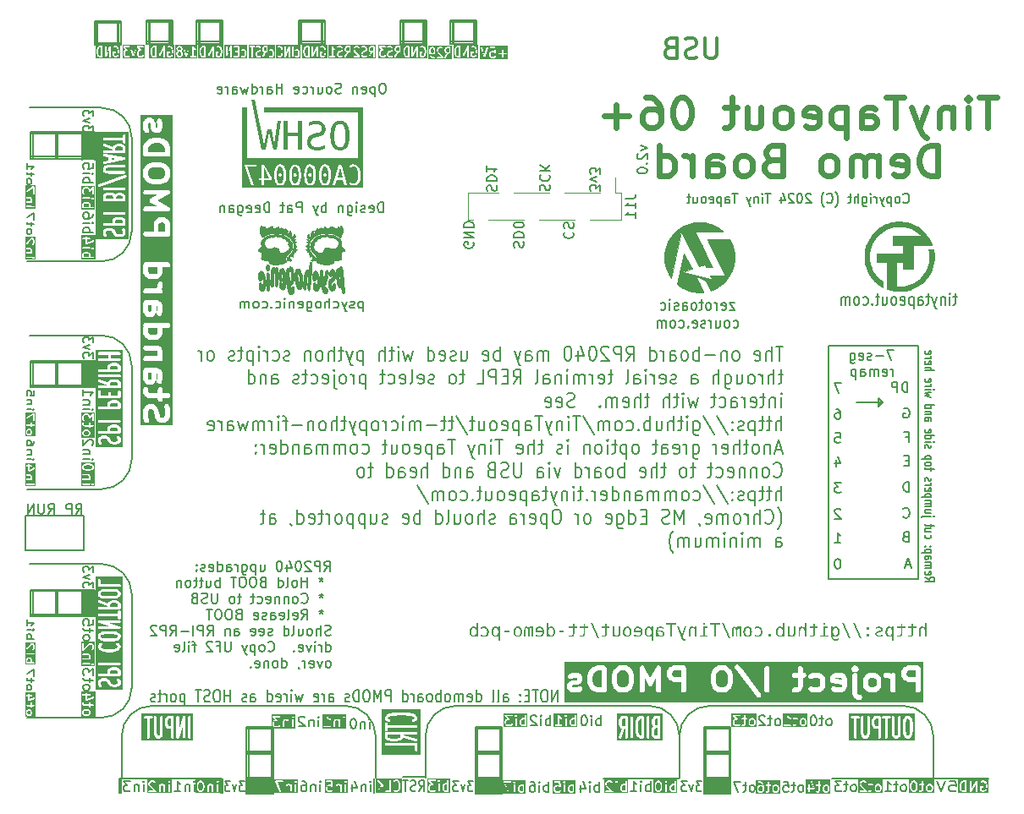
<source format=gbr>
%TF.GenerationSoftware,KiCad,Pcbnew,8.0.4-8.0.4-0~ubuntu22.04.1*%
%TF.CreationDate,2024-09-05T16:25:04-04:00*%
%TF.ProjectId,tinytapeout-demo,74696e79-7461-4706-956f-75742d64656d,2.0.1*%
%TF.SameCoordinates,PX38be5e0PY7d687e0*%
%TF.FileFunction,Legend,Bot*%
%TF.FilePolarity,Positive*%
%FSLAX46Y46*%
G04 Gerber Fmt 4.6, Leading zero omitted, Abs format (unit mm)*
G04 Created by KiCad (PCBNEW 8.0.4-8.0.4-0~ubuntu22.04.1) date 2024-09-05 16:25:04*
%MOMM*%
%LPD*%
G01*
G04 APERTURE LIST*
%ADD10C,0.200000*%
%ADD11C,0.150000*%
%ADD12C,0.275000*%
%ADD13C,0.500000*%
%ADD14C,0.170000*%
%ADD15C,0.300000*%
%ADD16C,0.600000*%
%ADD17C,0.007028*%
%ADD18C,0.010000*%
%ADD19C,0.000000*%
%ADD20C,0.120000*%
G04 APERTURE END LIST*
D10*
X97700000Y-56400000D02*
X100300000Y-56400000D01*
X105400000Y-131500000D02*
X105400000Y-124805000D01*
D11*
X67800000Y-85600000D02*
G75*
G02*
X70800000Y-88600000I0J-3000000D01*
G01*
D10*
X102900000Y-56400000D02*
X102900000Y-54000000D01*
X105200000Y-129905000D02*
X107850000Y-129905000D01*
X84950000Y-131500000D02*
X84950000Y-124805000D01*
X97700000Y-56200000D02*
X100300000Y-56200000D01*
X105300000Y-54200000D02*
X102700000Y-54200000D01*
X105300000Y-56400000D02*
X105300000Y-54000000D01*
X69500000Y-56500000D02*
X69500000Y-54100000D01*
D11*
X65805000Y-111225000D02*
X67105000Y-111225000D01*
X67105000Y-113625000D01*
X65805000Y-113625000D01*
X65805000Y-111225000D01*
G36*
X65805000Y-111225000D02*
G01*
X67105000Y-111225000D01*
X67105000Y-113625000D01*
X65805000Y-113625000D01*
X65805000Y-111225000D01*
G37*
X125600000Y-125705000D02*
X125600000Y-129905000D01*
D10*
X87500000Y-54000000D02*
X87500000Y-56400000D01*
X89800000Y-56400000D02*
X89800000Y-54000000D01*
X63405000Y-90800000D02*
X63405000Y-88150000D01*
D11*
X70800000Y-111500000D02*
X70800000Y-120900000D01*
D10*
X103000000Y-56400000D02*
X103000000Y-54000000D01*
X79900000Y-54200000D02*
X77300000Y-54200000D01*
D11*
X103200000Y-122705000D02*
X122600000Y-122705000D01*
D10*
X107850000Y-131500000D02*
X107850000Y-124805000D01*
D11*
X69600000Y-131450000D02*
X69600000Y-130005000D01*
D10*
X82300000Y-125005000D02*
X84950000Y-125005000D01*
X63405000Y-113725000D02*
X63405000Y-111075000D01*
X87500000Y-56200000D02*
X90100000Y-56200000D01*
X74700000Y-56400000D02*
X74700000Y-54000000D01*
X77300000Y-54000000D02*
X77300000Y-56400000D01*
X69700000Y-56500000D02*
X69700000Y-54100000D01*
X128275000Y-131500000D02*
X128275000Y-124805000D01*
D11*
X128600000Y-122705000D02*
X148000000Y-122705000D01*
D10*
X60705000Y-113725000D02*
X60705000Y-111075000D01*
X105200000Y-127305000D02*
X107850000Y-127305000D01*
X130575000Y-131500000D02*
X130575000Y-124805000D01*
D11*
X140500000Y-86600000D02*
X140500000Y-86800000D01*
X125600000Y-129905000D02*
X125600000Y-125705000D01*
X65805000Y-65400000D02*
X67105000Y-65400000D01*
X67105000Y-67800000D01*
X65805000Y-67800000D01*
X65805000Y-65400000D01*
G36*
X65805000Y-65400000D02*
G01*
X67105000Y-65400000D01*
X67105000Y-67800000D01*
X65805000Y-67800000D01*
X65805000Y-65400000D01*
G37*
D10*
X67105000Y-90825000D02*
X67105000Y-88175000D01*
D11*
X82400000Y-129905000D02*
X84800000Y-129905000D01*
X84800000Y-131405000D01*
X82400000Y-131405000D01*
X82400000Y-129905000D01*
G36*
X82400000Y-129905000D02*
G01*
X84800000Y-129905000D01*
X84800000Y-131405000D01*
X82400000Y-131405000D01*
X82400000Y-129905000D01*
G37*
D10*
X65805000Y-68025000D02*
X65805000Y-65375000D01*
X84800000Y-131500000D02*
X84800000Y-124805000D01*
X97700000Y-54000000D02*
X97700000Y-56400000D01*
X69700000Y-54300000D02*
X67100000Y-54300000D01*
D11*
X70800000Y-88600000D02*
X70800000Y-98000000D01*
D10*
X90100000Y-56400000D02*
X90100000Y-54000000D01*
D11*
X67800000Y-123900000D02*
X60300000Y-123900000D01*
D10*
X105100000Y-56400000D02*
X105100000Y-54000000D01*
D11*
X60600000Y-108500000D02*
X67800000Y-108500000D01*
X67800000Y-78200000D02*
X60300000Y-78200000D01*
D10*
X128075000Y-131500000D02*
X130725000Y-131500000D01*
D11*
X140500000Y-110000000D02*
X149500000Y-110000000D01*
X70800000Y-65800000D02*
X70800000Y-75200000D01*
X148000000Y-122705000D02*
G75*
G02*
X151000000Y-125705000I0J-3000000D01*
G01*
X70800000Y-120900000D02*
G75*
G02*
X67800000Y-123900000I-3000000J0D01*
G01*
D10*
X82300000Y-127505000D02*
X84950000Y-127505000D01*
X87800000Y-56400000D02*
X87800000Y-54000000D01*
X102700000Y-56400000D02*
X105300000Y-56400000D01*
X100000000Y-56400000D02*
X100000000Y-54000000D01*
X77300000Y-56400000D02*
X79900000Y-56400000D01*
D11*
X128175000Y-129905000D02*
X130575000Y-129905000D01*
X130575000Y-131405000D01*
X128175000Y-131405000D01*
X128175000Y-129905000D01*
G36*
X128175000Y-129905000D02*
G01*
X130575000Y-129905000D01*
X130575000Y-131405000D01*
X128175000Y-131405000D01*
X128175000Y-129905000D01*
G37*
D10*
X67100000Y-56500000D02*
X69700000Y-56500000D01*
X105200000Y-124805000D02*
X107850000Y-124805000D01*
X77300000Y-56200000D02*
X79900000Y-56200000D01*
X90100000Y-54200000D02*
X87500000Y-54200000D01*
X105000000Y-56400000D02*
X105000000Y-54000000D01*
X60705000Y-90800000D02*
X60705000Y-88150000D01*
D11*
X70800000Y-98000000D02*
G75*
G02*
X67800000Y-101000000I-3000000J0D01*
G01*
D10*
X82300000Y-124805000D02*
X84950000Y-124805000D01*
X74900000Y-54000000D02*
X72300000Y-54000000D01*
X67100000Y-113725000D02*
X60705000Y-113725000D01*
D11*
X65805000Y-88300000D02*
X67105000Y-88300000D01*
X67105000Y-90700000D01*
X65805000Y-90700000D01*
X65805000Y-88300000D01*
G36*
X65805000Y-88300000D02*
G01*
X67105000Y-88300000D01*
X67105000Y-90700000D01*
X65805000Y-90700000D01*
X65805000Y-88300000D01*
G37*
D10*
X72600000Y-56400000D02*
X72600000Y-54000000D01*
X72300000Y-56400000D02*
X74900000Y-56400000D01*
X65805000Y-90800000D02*
X65805000Y-88150000D01*
X67400000Y-56500000D02*
X67400000Y-54100000D01*
X60905000Y-67900000D02*
X60905000Y-65250000D01*
D11*
X79700000Y-131450000D02*
X79700000Y-130005000D01*
D10*
X72500000Y-56400000D02*
X72500000Y-54000000D01*
D11*
X125485000Y-130005000D02*
X117985000Y-130005000D01*
D10*
X67105000Y-113750000D02*
X67105000Y-111100000D01*
D11*
X67800000Y-108500000D02*
G75*
G02*
X70800000Y-111500000I0J-3000000D01*
G01*
D10*
X67100000Y-111075000D02*
X60705000Y-111075000D01*
X67100000Y-88150000D02*
X60705000Y-88150000D01*
X102700000Y-54000000D02*
X102700000Y-56400000D01*
D11*
X60600000Y-62800000D02*
X67800000Y-62800000D01*
X100200000Y-129905000D02*
X100200000Y-125705000D01*
D10*
X67300000Y-56500000D02*
X67300000Y-54100000D01*
X128075000Y-127505000D02*
X130725000Y-127505000D01*
X100300000Y-56400000D02*
X100300000Y-54000000D01*
X77600000Y-56400000D02*
X77600000Y-54000000D01*
X67100000Y-65250000D02*
X60705000Y-65250000D01*
D11*
X67800000Y-62800000D02*
G75*
G02*
X70800000Y-65800000I0J-3000000D01*
G01*
D10*
X102700000Y-56200000D02*
X105300000Y-56200000D01*
D11*
X95200000Y-129905000D02*
X95200000Y-125705000D01*
D10*
X87700000Y-56400000D02*
X87700000Y-54000000D01*
X67100000Y-67900000D02*
X60705000Y-67900000D01*
X67105000Y-90750000D02*
X67105000Y-88100000D01*
X72300000Y-54000000D02*
X72300000Y-56400000D01*
X67100000Y-56300000D02*
X69700000Y-56300000D01*
X60705000Y-67900000D02*
X60705000Y-65250000D01*
X65805000Y-67900000D02*
X65805000Y-65250000D01*
X82300000Y-127405000D02*
X84950000Y-127405000D01*
X60905000Y-113725000D02*
X60905000Y-111075000D01*
X69700000Y-54100000D02*
X67100000Y-54100000D01*
D11*
X60600000Y-85600000D02*
X67800000Y-85600000D01*
D10*
X105300000Y-54000000D02*
X102700000Y-54000000D01*
X63305000Y-90800000D02*
X63305000Y-88150000D01*
D11*
X95050000Y-131450000D02*
X95050000Y-130005000D01*
D10*
X67100000Y-90800000D02*
X60705000Y-90800000D01*
X105200000Y-131500000D02*
X107850000Y-131500000D01*
X89900000Y-56400000D02*
X89900000Y-54000000D01*
D11*
X69800000Y-125705000D02*
G75*
G02*
X72800000Y-122705000I3000000J0D01*
G01*
D10*
X82300000Y-127305000D02*
X84950000Y-127305000D01*
X105200000Y-127505000D02*
X107850000Y-127505000D01*
X128075000Y-127305000D02*
X130725000Y-127305000D01*
D11*
X140500000Y-86800000D02*
X140500000Y-110000000D01*
D10*
X65805000Y-113725000D02*
X65805000Y-111075000D01*
D11*
X70800000Y-75200000D02*
G75*
G02*
X67800000Y-78200000I-3000000J0D01*
G01*
D10*
X69400000Y-56500000D02*
X69400000Y-54100000D01*
D11*
X67800000Y-101000000D02*
X60300000Y-101000000D01*
X100200000Y-125705000D02*
G75*
G02*
X103200000Y-122705000I3000000J0D01*
G01*
D10*
X79900000Y-56400000D02*
X79900000Y-54000000D01*
X72300000Y-56200000D02*
X74900000Y-56200000D01*
X74900000Y-54200000D02*
X72300000Y-54200000D01*
D11*
X145500000Y-92000000D02*
X145500000Y-91900000D01*
X151000000Y-125705000D02*
X151000000Y-129905000D01*
D10*
X67100000Y-67700000D02*
X60705000Y-67700000D01*
X82300000Y-131500000D02*
X84950000Y-131500000D01*
X128075000Y-124805000D02*
X130725000Y-124805000D01*
X82300000Y-131500000D02*
X82300000Y-124805000D01*
X79900000Y-54000000D02*
X77300000Y-54000000D01*
X143300000Y-92300000D02*
X145900000Y-92300000D01*
X79700000Y-56400000D02*
X79700000Y-54000000D01*
D11*
X92200000Y-122705000D02*
G75*
G02*
X95200000Y-125705000I0J-3000000D01*
G01*
D10*
X82300000Y-129905000D02*
X84950000Y-129905000D01*
X105200000Y-127405000D02*
X107850000Y-127405000D01*
X145900000Y-92300000D02*
X145500000Y-92700000D01*
D11*
X149500000Y-86600000D02*
X140500000Y-86600000D01*
D10*
X97900000Y-56400000D02*
X97900000Y-54000000D01*
X63205000Y-90800000D02*
X63205000Y-88150000D01*
X74600000Y-56400000D02*
X74600000Y-54000000D01*
X100300000Y-54200000D02*
X97700000Y-54200000D01*
X128075000Y-131500000D02*
X128075000Y-124805000D01*
D11*
X65805000Y-65525000D02*
X67105000Y-65525000D01*
X67105000Y-67925000D01*
X65805000Y-67925000D01*
X65805000Y-65525000D01*
G36*
X65805000Y-65525000D02*
G01*
X67105000Y-65525000D01*
X67105000Y-67925000D01*
X65805000Y-67925000D01*
X65805000Y-65525000D01*
G37*
D10*
X74900000Y-56400000D02*
X74900000Y-54000000D01*
X60905000Y-90800000D02*
X60905000Y-88150000D01*
X67105000Y-67925000D02*
X67105000Y-65275000D01*
D11*
X156500000Y-130005000D02*
X140845000Y-130005000D01*
D10*
X67100000Y-65400000D02*
X60705000Y-65400000D01*
D11*
X69700000Y-131450000D02*
X69700000Y-130005000D01*
D10*
X107700000Y-131500000D02*
X107700000Y-124805000D01*
X67100000Y-113525000D02*
X60705000Y-113525000D01*
X90100000Y-54000000D02*
X87500000Y-54000000D01*
D11*
X65805000Y-88225000D02*
X67105000Y-88225000D01*
X67105000Y-90625000D01*
X65805000Y-90625000D01*
X65805000Y-88225000D01*
G36*
X65805000Y-88225000D02*
G01*
X67105000Y-88225000D01*
X67105000Y-90625000D01*
X65805000Y-90625000D01*
X65805000Y-88225000D01*
G37*
X79850000Y-131450000D02*
X79850000Y-130005000D01*
X69600000Y-130005000D02*
X79765000Y-130005000D01*
D10*
X87500000Y-56400000D02*
X90100000Y-56400000D01*
X105200000Y-125005000D02*
X107850000Y-125005000D01*
X145500000Y-92700000D02*
X145500000Y-92000000D01*
D11*
X125600000Y-125705000D02*
G75*
G02*
X128600000Y-122705000I3000000J0D01*
G01*
D10*
X105200000Y-131500000D02*
X105200000Y-124805000D01*
X128075000Y-125005000D02*
X130725000Y-125005000D01*
X67100000Y-88300000D02*
X60705000Y-88300000D01*
X79600000Y-56400000D02*
X79600000Y-54000000D01*
X65805000Y-90725000D02*
X65805000Y-88075000D01*
X63205000Y-113725000D02*
X63205000Y-111075000D01*
D11*
X145600000Y-92500000D02*
X145600000Y-92200000D01*
D10*
X82500000Y-131500000D02*
X82500000Y-124805000D01*
D11*
X149500000Y-110000000D02*
X149500000Y-86600000D01*
X122600000Y-122705000D02*
G75*
G02*
X125600000Y-125705000I0J-3000000D01*
G01*
D10*
X67100000Y-111225000D02*
X60705000Y-111225000D01*
X63405000Y-67900000D02*
X63405000Y-65250000D01*
D11*
X69800000Y-129905000D02*
X69800000Y-125705000D01*
X60165227Y-103684773D02*
X66000000Y-103684773D01*
X66000000Y-107100000D01*
X60165227Y-107100000D01*
X60165227Y-103684773D01*
D10*
X77500000Y-56400000D02*
X77500000Y-54000000D01*
X63305000Y-67900000D02*
X63305000Y-65250000D01*
X63205000Y-67900000D02*
X63205000Y-65250000D01*
X67100000Y-90600000D02*
X60705000Y-90600000D01*
X67100000Y-54100000D02*
X67100000Y-56500000D01*
X98000000Y-56400000D02*
X98000000Y-54000000D01*
X128075000Y-129905000D02*
X130725000Y-129905000D01*
X145500000Y-91900000D02*
X145900000Y-92300000D01*
X100300000Y-54000000D02*
X97700000Y-54000000D01*
X67105000Y-68050000D02*
X67105000Y-65400000D01*
X130725000Y-131500000D02*
X130725000Y-124805000D01*
X128075000Y-127405000D02*
X130725000Y-127405000D01*
D11*
X72800000Y-122705000D02*
X92200000Y-122705000D01*
D10*
X100100000Y-56400000D02*
X100100000Y-54000000D01*
X63305000Y-113725000D02*
X63305000Y-111075000D01*
D11*
X105300000Y-129905000D02*
X107700000Y-129905000D01*
X107700000Y-131405000D01*
X105300000Y-131405000D01*
X105300000Y-129905000D01*
G36*
X105300000Y-129905000D02*
G01*
X107700000Y-129905000D01*
X107700000Y-131405000D01*
X105300000Y-131405000D01*
X105300000Y-129905000D01*
G37*
X135498684Y-124669819D02*
X135598684Y-124622200D01*
X135598684Y-124622200D02*
X135648684Y-124574580D01*
X135648684Y-124574580D02*
X135698684Y-124479342D01*
X135698684Y-124479342D02*
X135698684Y-124193628D01*
X135698684Y-124193628D02*
X135648684Y-124098390D01*
X135648684Y-124098390D02*
X135598684Y-124050771D01*
X135598684Y-124050771D02*
X135498684Y-124003152D01*
X135498684Y-124003152D02*
X135348684Y-124003152D01*
X135348684Y-124003152D02*
X135248684Y-124050771D01*
X135248684Y-124050771D02*
X135198684Y-124098390D01*
X135198684Y-124098390D02*
X135148684Y-124193628D01*
X135148684Y-124193628D02*
X135148684Y-124479342D01*
X135148684Y-124479342D02*
X135198684Y-124574580D01*
X135198684Y-124574580D02*
X135248684Y-124622200D01*
X135248684Y-124622200D02*
X135348684Y-124669819D01*
X135348684Y-124669819D02*
X135498684Y-124669819D01*
X134848684Y-124003152D02*
X134448684Y-124003152D01*
X134698684Y-123669819D02*
X134698684Y-124526961D01*
X134698684Y-124526961D02*
X134648684Y-124622200D01*
X134648684Y-124622200D02*
X134548684Y-124669819D01*
X134548684Y-124669819D02*
X134448684Y-124669819D01*
X134148684Y-123765057D02*
X134098684Y-123717438D01*
X134098684Y-123717438D02*
X133998684Y-123669819D01*
X133998684Y-123669819D02*
X133748684Y-123669819D01*
X133748684Y-123669819D02*
X133648684Y-123717438D01*
X133648684Y-123717438D02*
X133598684Y-123765057D01*
X133598684Y-123765057D02*
X133548684Y-123860295D01*
X133548684Y-123860295D02*
X133548684Y-123955533D01*
X133548684Y-123955533D02*
X133598684Y-124098390D01*
X133598684Y-124098390D02*
X134198684Y-124669819D01*
X134198684Y-124669819D02*
X133548684Y-124669819D01*
X77098684Y-131269819D02*
X77098684Y-130603152D01*
X77098684Y-130269819D02*
X77148684Y-130317438D01*
X77148684Y-130317438D02*
X77098684Y-130365057D01*
X77098684Y-130365057D02*
X77048684Y-130317438D01*
X77048684Y-130317438D02*
X77098684Y-130269819D01*
X77098684Y-130269819D02*
X77098684Y-130365057D01*
X76598684Y-130603152D02*
X76598684Y-131269819D01*
X76598684Y-130698390D02*
X76548684Y-130650771D01*
X76548684Y-130650771D02*
X76448684Y-130603152D01*
X76448684Y-130603152D02*
X76298684Y-130603152D01*
X76298684Y-130603152D02*
X76198684Y-130650771D01*
X76198684Y-130650771D02*
X76148684Y-130746009D01*
X76148684Y-130746009D02*
X76148684Y-131269819D01*
X75098684Y-131269819D02*
X75698684Y-131269819D01*
X75398684Y-131269819D02*
X75398684Y-130269819D01*
X75398684Y-130269819D02*
X75498684Y-130412676D01*
X75498684Y-130412676D02*
X75598684Y-130507914D01*
X75598684Y-130507914D02*
X75698684Y-130555533D01*
X141758458Y-90369819D02*
X141091792Y-90369819D01*
X141091792Y-90369819D02*
X141520363Y-91369819D01*
X66930180Y-65170112D02*
X66930180Y-64612969D01*
X66930180Y-64612969D02*
X66549228Y-64912969D01*
X66549228Y-64912969D02*
X66549228Y-64784398D01*
X66549228Y-64784398D02*
X66501609Y-64698684D01*
X66501609Y-64698684D02*
X66453990Y-64655826D01*
X66453990Y-64655826D02*
X66358752Y-64612969D01*
X66358752Y-64612969D02*
X66120657Y-64612969D01*
X66120657Y-64612969D02*
X66025419Y-64655826D01*
X66025419Y-64655826D02*
X65977800Y-64698684D01*
X65977800Y-64698684D02*
X65930180Y-64784398D01*
X65930180Y-64784398D02*
X65930180Y-65041541D01*
X65930180Y-65041541D02*
X65977800Y-65127255D01*
X65977800Y-65127255D02*
X66025419Y-65170112D01*
X66596847Y-64312969D02*
X65930180Y-64098683D01*
X65930180Y-64098683D02*
X66596847Y-63884398D01*
X66930180Y-63627255D02*
X66930180Y-63070112D01*
X66930180Y-63070112D02*
X66549228Y-63370112D01*
X66549228Y-63370112D02*
X66549228Y-63241541D01*
X66549228Y-63241541D02*
X66501609Y-63155827D01*
X66501609Y-63155827D02*
X66453990Y-63112969D01*
X66453990Y-63112969D02*
X66358752Y-63070112D01*
X66358752Y-63070112D02*
X66120657Y-63070112D01*
X66120657Y-63070112D02*
X66025419Y-63112969D01*
X66025419Y-63112969D02*
X65977800Y-63155827D01*
X65977800Y-63155827D02*
X65930180Y-63241541D01*
X65930180Y-63241541D02*
X65930180Y-63498684D01*
X65930180Y-63498684D02*
X65977800Y-63584398D01*
X65977800Y-63584398D02*
X66025419Y-63627255D01*
X150130180Y-109834649D02*
X150606371Y-110067982D01*
X150130180Y-110234649D02*
X151130180Y-110234649D01*
X151130180Y-110234649D02*
X151130180Y-109967982D01*
X151130180Y-109967982D02*
X151082561Y-109901316D01*
X151082561Y-109901316D02*
X151034942Y-109867982D01*
X151034942Y-109867982D02*
X150939704Y-109834649D01*
X150939704Y-109834649D02*
X150796847Y-109834649D01*
X150796847Y-109834649D02*
X150701609Y-109867982D01*
X150701609Y-109867982D02*
X150653990Y-109901316D01*
X150653990Y-109901316D02*
X150606371Y-109967982D01*
X150606371Y-109967982D02*
X150606371Y-110234649D01*
X150177800Y-109267982D02*
X150130180Y-109334649D01*
X150130180Y-109334649D02*
X150130180Y-109467982D01*
X150130180Y-109467982D02*
X150177800Y-109534649D01*
X150177800Y-109534649D02*
X150273038Y-109567982D01*
X150273038Y-109567982D02*
X150653990Y-109567982D01*
X150653990Y-109567982D02*
X150749228Y-109534649D01*
X150749228Y-109534649D02*
X150796847Y-109467982D01*
X150796847Y-109467982D02*
X150796847Y-109334649D01*
X150796847Y-109334649D02*
X150749228Y-109267982D01*
X150749228Y-109267982D02*
X150653990Y-109234649D01*
X150653990Y-109234649D02*
X150558752Y-109234649D01*
X150558752Y-109234649D02*
X150463514Y-109567982D01*
X150130180Y-108934649D02*
X150796847Y-108934649D01*
X150701609Y-108934649D02*
X150749228Y-108901316D01*
X150749228Y-108901316D02*
X150796847Y-108834649D01*
X150796847Y-108834649D02*
X150796847Y-108734649D01*
X150796847Y-108734649D02*
X150749228Y-108667982D01*
X150749228Y-108667982D02*
X150653990Y-108634649D01*
X150653990Y-108634649D02*
X150130180Y-108634649D01*
X150653990Y-108634649D02*
X150749228Y-108601316D01*
X150749228Y-108601316D02*
X150796847Y-108534649D01*
X150796847Y-108534649D02*
X150796847Y-108434649D01*
X150796847Y-108434649D02*
X150749228Y-108367982D01*
X150749228Y-108367982D02*
X150653990Y-108334649D01*
X150653990Y-108334649D02*
X150130180Y-108334649D01*
X150130180Y-107701316D02*
X150653990Y-107701316D01*
X150653990Y-107701316D02*
X150749228Y-107734649D01*
X150749228Y-107734649D02*
X150796847Y-107801316D01*
X150796847Y-107801316D02*
X150796847Y-107934649D01*
X150796847Y-107934649D02*
X150749228Y-108001316D01*
X150177800Y-107701316D02*
X150130180Y-107767983D01*
X150130180Y-107767983D02*
X150130180Y-107934649D01*
X150130180Y-107934649D02*
X150177800Y-108001316D01*
X150177800Y-108001316D02*
X150273038Y-108034649D01*
X150273038Y-108034649D02*
X150368276Y-108034649D01*
X150368276Y-108034649D02*
X150463514Y-108001316D01*
X150463514Y-108001316D02*
X150511133Y-107934649D01*
X150511133Y-107934649D02*
X150511133Y-107767983D01*
X150511133Y-107767983D02*
X150558752Y-107701316D01*
X150796847Y-107367983D02*
X149796847Y-107367983D01*
X150749228Y-107367983D02*
X150796847Y-107301316D01*
X150796847Y-107301316D02*
X150796847Y-107167983D01*
X150796847Y-107167983D02*
X150749228Y-107101316D01*
X150749228Y-107101316D02*
X150701609Y-107067983D01*
X150701609Y-107067983D02*
X150606371Y-107034650D01*
X150606371Y-107034650D02*
X150320657Y-107034650D01*
X150320657Y-107034650D02*
X150225419Y-107067983D01*
X150225419Y-107067983D02*
X150177800Y-107101316D01*
X150177800Y-107101316D02*
X150130180Y-107167983D01*
X150130180Y-107167983D02*
X150130180Y-107301316D01*
X150130180Y-107301316D02*
X150177800Y-107367983D01*
X150225419Y-106734650D02*
X150177800Y-106701317D01*
X150177800Y-106701317D02*
X150130180Y-106734650D01*
X150130180Y-106734650D02*
X150177800Y-106767983D01*
X150177800Y-106767983D02*
X150225419Y-106734650D01*
X150225419Y-106734650D02*
X150130180Y-106734650D01*
X150749228Y-106734650D02*
X150701609Y-106701317D01*
X150701609Y-106701317D02*
X150653990Y-106734650D01*
X150653990Y-106734650D02*
X150701609Y-106767983D01*
X150701609Y-106767983D02*
X150749228Y-106734650D01*
X150749228Y-106734650D02*
X150653990Y-106734650D01*
X150177800Y-105567984D02*
X150130180Y-105634651D01*
X150130180Y-105634651D02*
X150130180Y-105767984D01*
X150130180Y-105767984D02*
X150177800Y-105834651D01*
X150177800Y-105834651D02*
X150225419Y-105867984D01*
X150225419Y-105867984D02*
X150320657Y-105901317D01*
X150320657Y-105901317D02*
X150606371Y-105901317D01*
X150606371Y-105901317D02*
X150701609Y-105867984D01*
X150701609Y-105867984D02*
X150749228Y-105834651D01*
X150749228Y-105834651D02*
X150796847Y-105767984D01*
X150796847Y-105767984D02*
X150796847Y-105634651D01*
X150796847Y-105634651D02*
X150749228Y-105567984D01*
X150796847Y-104967984D02*
X150130180Y-104967984D01*
X150796847Y-105267984D02*
X150273038Y-105267984D01*
X150273038Y-105267984D02*
X150177800Y-105234651D01*
X150177800Y-105234651D02*
X150130180Y-105167984D01*
X150130180Y-105167984D02*
X150130180Y-105067984D01*
X150130180Y-105067984D02*
X150177800Y-105001317D01*
X150177800Y-105001317D02*
X150225419Y-104967984D01*
X150796847Y-104734651D02*
X150796847Y-104467984D01*
X151130180Y-104634651D02*
X150273038Y-104634651D01*
X150273038Y-104634651D02*
X150177800Y-104601318D01*
X150177800Y-104601318D02*
X150130180Y-104534651D01*
X150130180Y-104534651D02*
X150130180Y-104467984D01*
X150796847Y-103701318D02*
X149939704Y-103701318D01*
X149939704Y-103701318D02*
X149844466Y-103734651D01*
X149844466Y-103734651D02*
X149796847Y-103801318D01*
X149796847Y-103801318D02*
X149796847Y-103834651D01*
X151130180Y-103701318D02*
X151082561Y-103734651D01*
X151082561Y-103734651D02*
X151034942Y-103701318D01*
X151034942Y-103701318D02*
X151082561Y-103667985D01*
X151082561Y-103667985D02*
X151130180Y-103701318D01*
X151130180Y-103701318D02*
X151034942Y-103701318D01*
X150796847Y-103067985D02*
X150130180Y-103067985D01*
X150796847Y-103367985D02*
X150273038Y-103367985D01*
X150273038Y-103367985D02*
X150177800Y-103334652D01*
X150177800Y-103334652D02*
X150130180Y-103267985D01*
X150130180Y-103267985D02*
X150130180Y-103167985D01*
X150130180Y-103167985D02*
X150177800Y-103101318D01*
X150177800Y-103101318D02*
X150225419Y-103067985D01*
X150130180Y-102734652D02*
X150796847Y-102734652D01*
X150701609Y-102734652D02*
X150749228Y-102701319D01*
X150749228Y-102701319D02*
X150796847Y-102634652D01*
X150796847Y-102634652D02*
X150796847Y-102534652D01*
X150796847Y-102534652D02*
X150749228Y-102467985D01*
X150749228Y-102467985D02*
X150653990Y-102434652D01*
X150653990Y-102434652D02*
X150130180Y-102434652D01*
X150653990Y-102434652D02*
X150749228Y-102401319D01*
X150749228Y-102401319D02*
X150796847Y-102334652D01*
X150796847Y-102334652D02*
X150796847Y-102234652D01*
X150796847Y-102234652D02*
X150749228Y-102167985D01*
X150749228Y-102167985D02*
X150653990Y-102134652D01*
X150653990Y-102134652D02*
X150130180Y-102134652D01*
X150796847Y-101801319D02*
X149796847Y-101801319D01*
X150749228Y-101801319D02*
X150796847Y-101734652D01*
X150796847Y-101734652D02*
X150796847Y-101601319D01*
X150796847Y-101601319D02*
X150749228Y-101534652D01*
X150749228Y-101534652D02*
X150701609Y-101501319D01*
X150701609Y-101501319D02*
X150606371Y-101467986D01*
X150606371Y-101467986D02*
X150320657Y-101467986D01*
X150320657Y-101467986D02*
X150225419Y-101501319D01*
X150225419Y-101501319D02*
X150177800Y-101534652D01*
X150177800Y-101534652D02*
X150130180Y-101601319D01*
X150130180Y-101601319D02*
X150130180Y-101734652D01*
X150130180Y-101734652D02*
X150177800Y-101801319D01*
X150177800Y-100901319D02*
X150130180Y-100967986D01*
X150130180Y-100967986D02*
X150130180Y-101101319D01*
X150130180Y-101101319D02*
X150177800Y-101167986D01*
X150177800Y-101167986D02*
X150273038Y-101201319D01*
X150273038Y-101201319D02*
X150653990Y-101201319D01*
X150653990Y-101201319D02*
X150749228Y-101167986D01*
X150749228Y-101167986D02*
X150796847Y-101101319D01*
X150796847Y-101101319D02*
X150796847Y-100967986D01*
X150796847Y-100967986D02*
X150749228Y-100901319D01*
X150749228Y-100901319D02*
X150653990Y-100867986D01*
X150653990Y-100867986D02*
X150558752Y-100867986D01*
X150558752Y-100867986D02*
X150463514Y-101201319D01*
X150130180Y-100567986D02*
X150796847Y-100567986D01*
X150606371Y-100567986D02*
X150701609Y-100534653D01*
X150701609Y-100534653D02*
X150749228Y-100501319D01*
X150749228Y-100501319D02*
X150796847Y-100434653D01*
X150796847Y-100434653D02*
X150796847Y-100367986D01*
X150177800Y-100167986D02*
X150130180Y-100101320D01*
X150130180Y-100101320D02*
X150130180Y-99967986D01*
X150130180Y-99967986D02*
X150177800Y-99901320D01*
X150177800Y-99901320D02*
X150273038Y-99867986D01*
X150273038Y-99867986D02*
X150320657Y-99867986D01*
X150320657Y-99867986D02*
X150415895Y-99901320D01*
X150415895Y-99901320D02*
X150463514Y-99967986D01*
X150463514Y-99967986D02*
X150463514Y-100067986D01*
X150463514Y-100067986D02*
X150511133Y-100134653D01*
X150511133Y-100134653D02*
X150606371Y-100167986D01*
X150606371Y-100167986D02*
X150653990Y-100167986D01*
X150653990Y-100167986D02*
X150749228Y-100134653D01*
X150749228Y-100134653D02*
X150796847Y-100067986D01*
X150796847Y-100067986D02*
X150796847Y-99967986D01*
X150796847Y-99967986D02*
X150749228Y-99901320D01*
X150796847Y-99134653D02*
X150796847Y-98867986D01*
X151130180Y-99034653D02*
X150273038Y-99034653D01*
X150273038Y-99034653D02*
X150177800Y-99001320D01*
X150177800Y-99001320D02*
X150130180Y-98934653D01*
X150130180Y-98934653D02*
X150130180Y-98867986D01*
X150130180Y-98534653D02*
X150177800Y-98601320D01*
X150177800Y-98601320D02*
X150225419Y-98634653D01*
X150225419Y-98634653D02*
X150320657Y-98667986D01*
X150320657Y-98667986D02*
X150606371Y-98667986D01*
X150606371Y-98667986D02*
X150701609Y-98634653D01*
X150701609Y-98634653D02*
X150749228Y-98601320D01*
X150749228Y-98601320D02*
X150796847Y-98534653D01*
X150796847Y-98534653D02*
X150796847Y-98434653D01*
X150796847Y-98434653D02*
X150749228Y-98367986D01*
X150749228Y-98367986D02*
X150701609Y-98334653D01*
X150701609Y-98334653D02*
X150606371Y-98301320D01*
X150606371Y-98301320D02*
X150320657Y-98301320D01*
X150320657Y-98301320D02*
X150225419Y-98334653D01*
X150225419Y-98334653D02*
X150177800Y-98367986D01*
X150177800Y-98367986D02*
X150130180Y-98434653D01*
X150130180Y-98434653D02*
X150130180Y-98534653D01*
X150796847Y-98001320D02*
X149796847Y-98001320D01*
X150749228Y-98001320D02*
X150796847Y-97934653D01*
X150796847Y-97934653D02*
X150796847Y-97801320D01*
X150796847Y-97801320D02*
X150749228Y-97734653D01*
X150749228Y-97734653D02*
X150701609Y-97701320D01*
X150701609Y-97701320D02*
X150606371Y-97667987D01*
X150606371Y-97667987D02*
X150320657Y-97667987D01*
X150320657Y-97667987D02*
X150225419Y-97701320D01*
X150225419Y-97701320D02*
X150177800Y-97734653D01*
X150177800Y-97734653D02*
X150130180Y-97801320D01*
X150130180Y-97801320D02*
X150130180Y-97934653D01*
X150130180Y-97934653D02*
X150177800Y-98001320D01*
X150177800Y-96867987D02*
X150130180Y-96801321D01*
X150130180Y-96801321D02*
X150130180Y-96667987D01*
X150130180Y-96667987D02*
X150177800Y-96601321D01*
X150177800Y-96601321D02*
X150273038Y-96567987D01*
X150273038Y-96567987D02*
X150320657Y-96567987D01*
X150320657Y-96567987D02*
X150415895Y-96601321D01*
X150415895Y-96601321D02*
X150463514Y-96667987D01*
X150463514Y-96667987D02*
X150463514Y-96767987D01*
X150463514Y-96767987D02*
X150511133Y-96834654D01*
X150511133Y-96834654D02*
X150606371Y-96867987D01*
X150606371Y-96867987D02*
X150653990Y-96867987D01*
X150653990Y-96867987D02*
X150749228Y-96834654D01*
X150749228Y-96834654D02*
X150796847Y-96767987D01*
X150796847Y-96767987D02*
X150796847Y-96667987D01*
X150796847Y-96667987D02*
X150749228Y-96601321D01*
X150130180Y-96267987D02*
X150796847Y-96267987D01*
X151130180Y-96267987D02*
X151082561Y-96301320D01*
X151082561Y-96301320D02*
X151034942Y-96267987D01*
X151034942Y-96267987D02*
X151082561Y-96234654D01*
X151082561Y-96234654D02*
X151130180Y-96267987D01*
X151130180Y-96267987D02*
X151034942Y-96267987D01*
X150130180Y-95634654D02*
X151130180Y-95634654D01*
X150177800Y-95634654D02*
X150130180Y-95701321D01*
X150130180Y-95701321D02*
X150130180Y-95834654D01*
X150130180Y-95834654D02*
X150177800Y-95901321D01*
X150177800Y-95901321D02*
X150225419Y-95934654D01*
X150225419Y-95934654D02*
X150320657Y-95967987D01*
X150320657Y-95967987D02*
X150606371Y-95967987D01*
X150606371Y-95967987D02*
X150701609Y-95934654D01*
X150701609Y-95934654D02*
X150749228Y-95901321D01*
X150749228Y-95901321D02*
X150796847Y-95834654D01*
X150796847Y-95834654D02*
X150796847Y-95701321D01*
X150796847Y-95701321D02*
X150749228Y-95634654D01*
X150177800Y-95034654D02*
X150130180Y-95101321D01*
X150130180Y-95101321D02*
X150130180Y-95234654D01*
X150130180Y-95234654D02*
X150177800Y-95301321D01*
X150177800Y-95301321D02*
X150273038Y-95334654D01*
X150273038Y-95334654D02*
X150653990Y-95334654D01*
X150653990Y-95334654D02*
X150749228Y-95301321D01*
X150749228Y-95301321D02*
X150796847Y-95234654D01*
X150796847Y-95234654D02*
X150796847Y-95101321D01*
X150796847Y-95101321D02*
X150749228Y-95034654D01*
X150749228Y-95034654D02*
X150653990Y-95001321D01*
X150653990Y-95001321D02*
X150558752Y-95001321D01*
X150558752Y-95001321D02*
X150463514Y-95334654D01*
X150130180Y-93867988D02*
X150653990Y-93867988D01*
X150653990Y-93867988D02*
X150749228Y-93901321D01*
X150749228Y-93901321D02*
X150796847Y-93967988D01*
X150796847Y-93967988D02*
X150796847Y-94101321D01*
X150796847Y-94101321D02*
X150749228Y-94167988D01*
X150177800Y-93867988D02*
X150130180Y-93934655D01*
X150130180Y-93934655D02*
X150130180Y-94101321D01*
X150130180Y-94101321D02*
X150177800Y-94167988D01*
X150177800Y-94167988D02*
X150273038Y-94201321D01*
X150273038Y-94201321D02*
X150368276Y-94201321D01*
X150368276Y-94201321D02*
X150463514Y-94167988D01*
X150463514Y-94167988D02*
X150511133Y-94101321D01*
X150511133Y-94101321D02*
X150511133Y-93934655D01*
X150511133Y-93934655D02*
X150558752Y-93867988D01*
X150796847Y-93534655D02*
X150130180Y-93534655D01*
X150701609Y-93534655D02*
X150749228Y-93501322D01*
X150749228Y-93501322D02*
X150796847Y-93434655D01*
X150796847Y-93434655D02*
X150796847Y-93334655D01*
X150796847Y-93334655D02*
X150749228Y-93267988D01*
X150749228Y-93267988D02*
X150653990Y-93234655D01*
X150653990Y-93234655D02*
X150130180Y-93234655D01*
X150130180Y-92601322D02*
X151130180Y-92601322D01*
X150177800Y-92601322D02*
X150130180Y-92667989D01*
X150130180Y-92667989D02*
X150130180Y-92801322D01*
X150130180Y-92801322D02*
X150177800Y-92867989D01*
X150177800Y-92867989D02*
X150225419Y-92901322D01*
X150225419Y-92901322D02*
X150320657Y-92934655D01*
X150320657Y-92934655D02*
X150606371Y-92934655D01*
X150606371Y-92934655D02*
X150701609Y-92901322D01*
X150701609Y-92901322D02*
X150749228Y-92867989D01*
X150749228Y-92867989D02*
X150796847Y-92801322D01*
X150796847Y-92801322D02*
X150796847Y-92667989D01*
X150796847Y-92667989D02*
X150749228Y-92601322D01*
X150796847Y-91801323D02*
X150130180Y-91667989D01*
X150130180Y-91667989D02*
X150606371Y-91534656D01*
X150606371Y-91534656D02*
X150130180Y-91401323D01*
X150130180Y-91401323D02*
X150796847Y-91267989D01*
X150130180Y-91001323D02*
X150796847Y-91001323D01*
X151130180Y-91001323D02*
X151082561Y-91034656D01*
X151082561Y-91034656D02*
X151034942Y-91001323D01*
X151034942Y-91001323D02*
X151082561Y-90967990D01*
X151082561Y-90967990D02*
X151130180Y-91001323D01*
X151130180Y-91001323D02*
X151034942Y-91001323D01*
X150130180Y-90667990D02*
X150796847Y-90667990D01*
X150606371Y-90667990D02*
X150701609Y-90634657D01*
X150701609Y-90634657D02*
X150749228Y-90601323D01*
X150749228Y-90601323D02*
X150796847Y-90534657D01*
X150796847Y-90534657D02*
X150796847Y-90467990D01*
X150177800Y-89967990D02*
X150130180Y-90034657D01*
X150130180Y-90034657D02*
X150130180Y-90167990D01*
X150130180Y-90167990D02*
X150177800Y-90234657D01*
X150177800Y-90234657D02*
X150273038Y-90267990D01*
X150273038Y-90267990D02*
X150653990Y-90267990D01*
X150653990Y-90267990D02*
X150749228Y-90234657D01*
X150749228Y-90234657D02*
X150796847Y-90167990D01*
X150796847Y-90167990D02*
X150796847Y-90034657D01*
X150796847Y-90034657D02*
X150749228Y-89967990D01*
X150749228Y-89967990D02*
X150653990Y-89934657D01*
X150653990Y-89934657D02*
X150558752Y-89934657D01*
X150558752Y-89934657D02*
X150463514Y-90267990D01*
X150130180Y-89101324D02*
X151130180Y-89101324D01*
X150130180Y-88801324D02*
X150653990Y-88801324D01*
X150653990Y-88801324D02*
X150749228Y-88834657D01*
X150749228Y-88834657D02*
X150796847Y-88901324D01*
X150796847Y-88901324D02*
X150796847Y-89001324D01*
X150796847Y-89001324D02*
X150749228Y-89067991D01*
X150749228Y-89067991D02*
X150701609Y-89101324D01*
X150177800Y-88201324D02*
X150130180Y-88267991D01*
X150130180Y-88267991D02*
X150130180Y-88401324D01*
X150130180Y-88401324D02*
X150177800Y-88467991D01*
X150177800Y-88467991D02*
X150273038Y-88501324D01*
X150273038Y-88501324D02*
X150653990Y-88501324D01*
X150653990Y-88501324D02*
X150749228Y-88467991D01*
X150749228Y-88467991D02*
X150796847Y-88401324D01*
X150796847Y-88401324D02*
X150796847Y-88267991D01*
X150796847Y-88267991D02*
X150749228Y-88201324D01*
X150749228Y-88201324D02*
X150653990Y-88167991D01*
X150653990Y-88167991D02*
X150558752Y-88167991D01*
X150558752Y-88167991D02*
X150463514Y-88501324D01*
X150130180Y-87867991D02*
X150796847Y-87867991D01*
X150606371Y-87867991D02*
X150701609Y-87834658D01*
X150701609Y-87834658D02*
X150749228Y-87801324D01*
X150749228Y-87801324D02*
X150796847Y-87734658D01*
X150796847Y-87734658D02*
X150796847Y-87667991D01*
X150177800Y-87167991D02*
X150130180Y-87234658D01*
X150130180Y-87234658D02*
X150130180Y-87367991D01*
X150130180Y-87367991D02*
X150177800Y-87434658D01*
X150177800Y-87434658D02*
X150273038Y-87467991D01*
X150273038Y-87467991D02*
X150653990Y-87467991D01*
X150653990Y-87467991D02*
X150749228Y-87434658D01*
X150749228Y-87434658D02*
X150796847Y-87367991D01*
X150796847Y-87367991D02*
X150796847Y-87234658D01*
X150796847Y-87234658D02*
X150749228Y-87167991D01*
X150749228Y-87167991D02*
X150653990Y-87134658D01*
X150653990Y-87134658D02*
X150558752Y-87134658D01*
X150558752Y-87134658D02*
X150463514Y-87467991D01*
X117748684Y-124669819D02*
X117748684Y-123669819D01*
X117748684Y-124050771D02*
X117648684Y-124003152D01*
X117648684Y-124003152D02*
X117448684Y-124003152D01*
X117448684Y-124003152D02*
X117348684Y-124050771D01*
X117348684Y-124050771D02*
X117298684Y-124098390D01*
X117298684Y-124098390D02*
X117248684Y-124193628D01*
X117248684Y-124193628D02*
X117248684Y-124479342D01*
X117248684Y-124479342D02*
X117298684Y-124574580D01*
X117298684Y-124574580D02*
X117348684Y-124622200D01*
X117348684Y-124622200D02*
X117448684Y-124669819D01*
X117448684Y-124669819D02*
X117648684Y-124669819D01*
X117648684Y-124669819D02*
X117748684Y-124622200D01*
X116798684Y-124669819D02*
X116798684Y-124003152D01*
X116798684Y-123669819D02*
X116848684Y-123717438D01*
X116848684Y-123717438D02*
X116798684Y-123765057D01*
X116798684Y-123765057D02*
X116748684Y-123717438D01*
X116748684Y-123717438D02*
X116798684Y-123669819D01*
X116798684Y-123669819D02*
X116798684Y-123765057D01*
X116098684Y-123669819D02*
X115998684Y-123669819D01*
X115998684Y-123669819D02*
X115898684Y-123717438D01*
X115898684Y-123717438D02*
X115848684Y-123765057D01*
X115848684Y-123765057D02*
X115798684Y-123860295D01*
X115798684Y-123860295D02*
X115748684Y-124050771D01*
X115748684Y-124050771D02*
X115748684Y-124288866D01*
X115748684Y-124288866D02*
X115798684Y-124479342D01*
X115798684Y-124479342D02*
X115848684Y-124574580D01*
X115848684Y-124574580D02*
X115898684Y-124622200D01*
X115898684Y-124622200D02*
X115998684Y-124669819D01*
X115998684Y-124669819D02*
X116098684Y-124669819D01*
X116098684Y-124669819D02*
X116198684Y-124622200D01*
X116198684Y-124622200D02*
X116248684Y-124574580D01*
X116248684Y-124574580D02*
X116298684Y-124479342D01*
X116298684Y-124479342D02*
X116348684Y-124288866D01*
X116348684Y-124288866D02*
X116348684Y-124050771D01*
X116348684Y-124050771D02*
X116298684Y-123860295D01*
X116298684Y-123860295D02*
X116248684Y-123765057D01*
X116248684Y-123765057D02*
X116198684Y-123717438D01*
X116198684Y-123717438D02*
X116098684Y-123669819D01*
G36*
X149552099Y-115164607D02*
G01*
X149552099Y-115779000D01*
X149717207Y-115779000D01*
X149717207Y-115164607D01*
X149720950Y-115095016D01*
X149733886Y-115030830D01*
X149761606Y-114972063D01*
X149764517Y-114968064D01*
X149816184Y-114925088D01*
X149882554Y-114906731D01*
X149912797Y-114905196D01*
X149979655Y-114913103D01*
X150041237Y-114940066D01*
X150090288Y-114986163D01*
X150122939Y-115043650D01*
X150141985Y-115107160D01*
X150150692Y-115172976D01*
X150152204Y-115218584D01*
X150152204Y-115779000D01*
X150316677Y-115779000D01*
X150316677Y-114397171D01*
X150152204Y-114397171D01*
X150152204Y-114936313D01*
X150118403Y-114882507D01*
X150073142Y-114835021D01*
X150033453Y-114807084D01*
X149973323Y-114780189D01*
X149911301Y-114766440D01*
X149855644Y-114762949D01*
X149784124Y-114769181D01*
X149722288Y-114787874D01*
X149664297Y-114823801D01*
X149627668Y-114862649D01*
X149594607Y-114918909D01*
X149570991Y-114987989D01*
X149558077Y-115058949D01*
X149552763Y-115127585D01*
X149552099Y-115164607D01*
G37*
G36*
X148847532Y-114498776D02*
G01*
X148847532Y-114783270D01*
X148474133Y-114783270D01*
X148474133Y-114905196D01*
X148847532Y-114905196D01*
X148847532Y-115456086D01*
X148843439Y-115519701D01*
X148825880Y-115582560D01*
X148805620Y-115612939D01*
X148748070Y-115646040D01*
X148684383Y-115656384D01*
X148659245Y-115657073D01*
X148474133Y-115657073D01*
X148474133Y-115779000D01*
X148675121Y-115779000D01*
X148740698Y-115776443D01*
X148807497Y-115766999D01*
X148871040Y-115747685D01*
X148926206Y-115715093D01*
X148936119Y-115706288D01*
X148976137Y-115650612D01*
X148999481Y-115583005D01*
X149009337Y-115518962D01*
X149012005Y-115456086D01*
X149012005Y-114905196D01*
X149279036Y-114905196D01*
X149279036Y-114783270D01*
X149012005Y-114783270D01*
X149012005Y-114498776D01*
X148847532Y-114498776D01*
G37*
G36*
X147752738Y-114498776D02*
G01*
X147752738Y-114783270D01*
X147379339Y-114783270D01*
X147379339Y-114905196D01*
X147752738Y-114905196D01*
X147752738Y-115456086D01*
X147748645Y-115519701D01*
X147731086Y-115582560D01*
X147710826Y-115612939D01*
X147653276Y-115646040D01*
X147589589Y-115656384D01*
X147564451Y-115657073D01*
X147379339Y-115657073D01*
X147379339Y-115779000D01*
X147580327Y-115779000D01*
X147645903Y-115776443D01*
X147712703Y-115766999D01*
X147776246Y-115747685D01*
X147831412Y-115715093D01*
X147841324Y-115706288D01*
X147881343Y-115650612D01*
X147904687Y-115583005D01*
X147914543Y-115518962D01*
X147917211Y-115456086D01*
X147917211Y-114905196D01*
X148184241Y-114905196D01*
X148184241Y-114783270D01*
X147917211Y-114783270D01*
X147917211Y-114498776D01*
X147752738Y-114498776D01*
G37*
G36*
X146637016Y-114764345D02*
G01*
X146702958Y-114776941D01*
X146762089Y-114802639D01*
X146786728Y-114818665D01*
X146833528Y-114862042D01*
X146871314Y-114917262D01*
X146871314Y-114783270D01*
X147036740Y-114783270D01*
X147036740Y-116165099D01*
X146871314Y-116165099D01*
X146871314Y-115645008D01*
X146858305Y-115667656D01*
X146817878Y-115718414D01*
X146763676Y-115759949D01*
X146732716Y-115775290D01*
X146669414Y-115793784D01*
X146604283Y-115799321D01*
X146560397Y-115797182D01*
X146489373Y-115783150D01*
X146425703Y-115756021D01*
X146369387Y-115715794D01*
X146320424Y-115662471D01*
X146290604Y-115617080D01*
X146261492Y-115555938D01*
X146239658Y-115487518D01*
X146227023Y-115424942D01*
X146219441Y-115357312D01*
X146216914Y-115284628D01*
X146217009Y-115281135D01*
X146389325Y-115281135D01*
X146389561Y-115304075D01*
X146393096Y-115368610D01*
X146402581Y-115435775D01*
X146420491Y-115501818D01*
X146449653Y-115562454D01*
X146453461Y-115568275D01*
X146497851Y-115616324D01*
X146559932Y-115647833D01*
X146628415Y-115657073D01*
X146643150Y-115656700D01*
X146710021Y-115643634D01*
X146765543Y-115611901D01*
X146809716Y-115561501D01*
X146817175Y-115549169D01*
X146844786Y-115485109D01*
X146861148Y-115416402D01*
X146869148Y-115347199D01*
X146871314Y-115281135D01*
X146871073Y-115258308D01*
X146867464Y-115194056D01*
X146857779Y-115127109D01*
X146839492Y-115061165D01*
X146809716Y-115000451D01*
X146801789Y-114988916D01*
X146755346Y-114942405D01*
X146697555Y-114914499D01*
X146628415Y-114905196D01*
X146621050Y-114905289D01*
X146553714Y-114916414D01*
X146492896Y-114950069D01*
X146449653Y-115000133D01*
X146442348Y-115012319D01*
X146415306Y-115076027D01*
X146399282Y-115144844D01*
X146391446Y-115214468D01*
X146389325Y-115281135D01*
X146217009Y-115281135D01*
X146218527Y-115225088D01*
X146225077Y-115155339D01*
X146236666Y-115090783D01*
X146257224Y-115020172D01*
X146285037Y-114957039D01*
X146320107Y-114901386D01*
X146354254Y-114861504D01*
X146408441Y-114817026D01*
X146470072Y-114785797D01*
X146539149Y-114767816D01*
X146604283Y-114762949D01*
X146637016Y-114764345D01*
G37*
G36*
X145242458Y-114823912D02*
G01*
X145242458Y-114986480D01*
X145299940Y-114956812D01*
X145362312Y-114932364D01*
X145384706Y-114925517D01*
X145447703Y-114911626D01*
X145511672Y-114905514D01*
X145530128Y-114905196D01*
X145594431Y-114908607D01*
X145656942Y-114921705D01*
X145696823Y-114940123D01*
X145739684Y-114987201D01*
X145751754Y-115045856D01*
X145737314Y-115110867D01*
X145710794Y-115142063D01*
X145651279Y-115169542D01*
X145588307Y-115186886D01*
X145525959Y-115200202D01*
X145505997Y-115203979D01*
X145439953Y-115215727D01*
X145375888Y-115232253D01*
X145315721Y-115259217D01*
X145262932Y-115299335D01*
X145254842Y-115307806D01*
X145216338Y-115365331D01*
X145196654Y-115428339D01*
X145191656Y-115487203D01*
X145198244Y-115556560D01*
X145218010Y-115617940D01*
X145255996Y-115677456D01*
X145297071Y-115716766D01*
X145354899Y-115752884D01*
X145422966Y-115778682D01*
X145490925Y-115792790D01*
X145555415Y-115798595D01*
X145589821Y-115799321D01*
X145656169Y-115795431D01*
X145720173Y-115784854D01*
X145745403Y-115779000D01*
X145808242Y-115760901D01*
X145869138Y-115739290D01*
X145921307Y-115718036D01*
X145921307Y-115555468D01*
X145864564Y-115584739D01*
X145804008Y-115611207D01*
X145745403Y-115631672D01*
X145683592Y-115647151D01*
X145619552Y-115655858D01*
X145586328Y-115657073D01*
X145517269Y-115651933D01*
X145455197Y-115634601D01*
X145417727Y-115613574D01*
X145374653Y-115565119D01*
X145357951Y-115501315D01*
X145357717Y-115491648D01*
X145379081Y-115427990D01*
X145434841Y-115382309D01*
X145502138Y-115354386D01*
X145576485Y-115335748D01*
X145583788Y-115333842D01*
X145645386Y-115321777D01*
X145711568Y-115305961D01*
X145774590Y-115282617D01*
X145830415Y-115249786D01*
X145852724Y-115230650D01*
X145892388Y-115176027D01*
X145912666Y-115114503D01*
X145917814Y-115056016D01*
X145911742Y-114989715D01*
X145890393Y-114924757D01*
X145853674Y-114869995D01*
X145820655Y-114839153D01*
X145759243Y-114802316D01*
X145693607Y-114779693D01*
X145627645Y-114767712D01*
X145553721Y-114763024D01*
X145542511Y-114762949D01*
X145478290Y-114765465D01*
X145411472Y-114773799D01*
X145388198Y-114778190D01*
X145323734Y-114794443D01*
X145260363Y-114816530D01*
X145242458Y-114823912D01*
G37*
G36*
X144580121Y-114823912D02*
G01*
X144355002Y-114823912D01*
X144355002Y-115088085D01*
X144580121Y-115088085D01*
X144580121Y-114823912D01*
G37*
G36*
X144580121Y-115514826D02*
G01*
X144355002Y-115514826D01*
X144355002Y-115779000D01*
X144580121Y-115779000D01*
X144580121Y-115514826D01*
G37*
G36*
X143128121Y-114437813D02*
G01*
X142958251Y-114437813D01*
X143660278Y-115941568D01*
X143830784Y-115941568D01*
X143128121Y-114437813D01*
G37*
G36*
X142033327Y-114437813D02*
G01*
X141863456Y-114437813D01*
X142565484Y-115941568D01*
X142735990Y-115941568D01*
X142033327Y-114437813D01*
G37*
G36*
X141281222Y-114765107D02*
G01*
X141350535Y-114779270D01*
X141413103Y-114806651D01*
X141468924Y-114847251D01*
X141517999Y-114901069D01*
X141542483Y-114937067D01*
X141573087Y-114996571D01*
X141596346Y-115062684D01*
X141612261Y-115135405D01*
X141619912Y-115201054D01*
X141622462Y-115271292D01*
X141621544Y-115313872D01*
X141615933Y-115381192D01*
X141602467Y-115455960D01*
X141581656Y-115524163D01*
X141553500Y-115585804D01*
X141517999Y-115640880D01*
X141490782Y-115673252D01*
X141437852Y-115719516D01*
X141378176Y-115752563D01*
X141311754Y-115772390D01*
X141238585Y-115779000D01*
X141197367Y-115776979D01*
X141133353Y-115764112D01*
X141073477Y-115736770D01*
X141045117Y-115716183D01*
X140999705Y-115666743D01*
X140966157Y-115608176D01*
X140966157Y-115722482D01*
X140966157Y-115729785D01*
X140967105Y-115766676D01*
X140974685Y-115832719D01*
X140992275Y-115894683D01*
X141026803Y-115952681D01*
X141034666Y-115961178D01*
X141088025Y-115998114D01*
X141151379Y-116017301D01*
X141220487Y-116022852D01*
X141287474Y-116017206D01*
X141351939Y-116002848D01*
X141388532Y-115991636D01*
X141452399Y-115967575D01*
X141510696Y-115941568D01*
X141510696Y-116104136D01*
X141492201Y-116111374D01*
X141427468Y-116133192D01*
X141362734Y-116149540D01*
X141348859Y-116152321D01*
X141285584Y-116161680D01*
X141220487Y-116165099D01*
X141158441Y-116162246D01*
X141090453Y-116151292D01*
X141020050Y-116128128D01*
X140959250Y-116093782D01*
X140908052Y-116048253D01*
X140895171Y-116033218D01*
X140856634Y-115973837D01*
X140831704Y-115914571D01*
X140814253Y-115847580D01*
X140804281Y-115772864D01*
X140801684Y-115704701D01*
X140801684Y-115270022D01*
X140966157Y-115270022D01*
X140966216Y-115281073D01*
X140969928Y-115353846D01*
X140979413Y-115418597D01*
X140997323Y-115482775D01*
X141026485Y-115542450D01*
X141030307Y-115548252D01*
X141074226Y-115596140D01*
X141134499Y-115627543D01*
X141200166Y-115636752D01*
X141215103Y-115636387D01*
X141283053Y-115623581D01*
X141339777Y-115592480D01*
X141385278Y-115543085D01*
X141393006Y-115531005D01*
X141421613Y-115468416D01*
X141438565Y-115401480D01*
X141446855Y-115334185D01*
X141449098Y-115270022D01*
X141449037Y-115258933D01*
X141445149Y-115185999D01*
X141435215Y-115121270D01*
X141416457Y-115057340D01*
X141385913Y-114998228D01*
X141373504Y-114981603D01*
X141324884Y-114937994D01*
X141265102Y-114912555D01*
X141201754Y-114905196D01*
X141194623Y-114905287D01*
X141129185Y-114916189D01*
X141069523Y-114949168D01*
X141026485Y-114998228D01*
X141019180Y-115010192D01*
X140992138Y-115072318D01*
X140976113Y-115138927D01*
X140968278Y-115206000D01*
X140966157Y-115270022D01*
X140801684Y-115270022D01*
X140801684Y-114783270D01*
X140966157Y-114783270D01*
X140966157Y-114922342D01*
X140979867Y-114897888D01*
X141021245Y-114844103D01*
X141075065Y-114802004D01*
X141105789Y-114786786D01*
X141170344Y-114768441D01*
X141238585Y-114762949D01*
X141281222Y-114765107D01*
G37*
G36*
X140408917Y-114783270D02*
G01*
X139988209Y-114783270D01*
X139988209Y-115657073D01*
X139662438Y-115657073D01*
X139662438Y-115779000D01*
X140478453Y-115779000D01*
X140478453Y-115657073D01*
X140152682Y-115657073D01*
X140152682Y-114905196D01*
X140408917Y-114905196D01*
X140408917Y-114783270D01*
G37*
G36*
X140152682Y-114397171D02*
G01*
X139988209Y-114397171D01*
X139988209Y-114600381D01*
X140152682Y-114600381D01*
X140152682Y-114397171D01*
G37*
G36*
X138994385Y-114498776D02*
G01*
X138994385Y-114783270D01*
X138620986Y-114783270D01*
X138620986Y-114905196D01*
X138994385Y-114905196D01*
X138994385Y-115456086D01*
X138990292Y-115519701D01*
X138972733Y-115582560D01*
X138952472Y-115612939D01*
X138894923Y-115646040D01*
X138831236Y-115656384D01*
X138806098Y-115657073D01*
X138620986Y-115657073D01*
X138620986Y-115779000D01*
X138821973Y-115779000D01*
X138887550Y-115776443D01*
X138954350Y-115766999D01*
X139017893Y-115747685D01*
X139073059Y-115715093D01*
X139082971Y-115706288D01*
X139122990Y-115650612D01*
X139146333Y-115583005D01*
X139156190Y-115518962D01*
X139158858Y-115456086D01*
X139158858Y-114905196D01*
X139425888Y-114905196D01*
X139425888Y-114783270D01*
X139158858Y-114783270D01*
X139158858Y-114498776D01*
X138994385Y-114498776D01*
G37*
G36*
X137509364Y-115164607D02*
G01*
X137509364Y-115779000D01*
X137674472Y-115779000D01*
X137674472Y-115164607D01*
X137678214Y-115095016D01*
X137691150Y-115030830D01*
X137718871Y-114972063D01*
X137721782Y-114968064D01*
X137773449Y-114925088D01*
X137839818Y-114906731D01*
X137870061Y-114905196D01*
X137936920Y-114913103D01*
X137998502Y-114940066D01*
X138047553Y-114986163D01*
X138080203Y-115043650D01*
X138099250Y-115107160D01*
X138107957Y-115172976D01*
X138109468Y-115218584D01*
X138109468Y-115779000D01*
X138273941Y-115779000D01*
X138273941Y-114397171D01*
X138109468Y-114397171D01*
X138109468Y-114936313D01*
X138075667Y-114882507D01*
X138030406Y-114835021D01*
X137990717Y-114807084D01*
X137930588Y-114780189D01*
X137868566Y-114766440D01*
X137812909Y-114762949D01*
X137741388Y-114769181D01*
X137679552Y-114787874D01*
X137621562Y-114823801D01*
X137584932Y-114862649D01*
X137551871Y-114918909D01*
X137528256Y-114987989D01*
X137515341Y-115058949D01*
X137510028Y-115127585D01*
X137509364Y-115164607D01*
G37*
G36*
X137179147Y-115397663D02*
G01*
X137179147Y-114783270D01*
X137014674Y-114783270D01*
X137014674Y-115397663D01*
X137010907Y-115467254D01*
X136997884Y-115531439D01*
X136969977Y-115590207D01*
X136967047Y-115594205D01*
X136915128Y-115637182D01*
X136849069Y-115655539D01*
X136819084Y-115657073D01*
X136751786Y-115649167D01*
X136690078Y-115622204D01*
X136641276Y-115576107D01*
X136608792Y-115518619D01*
X136589844Y-115455109D01*
X136581181Y-115389294D01*
X136579678Y-115343685D01*
X136579678Y-114783270D01*
X136414569Y-114783270D01*
X136414569Y-115779000D01*
X136579678Y-115779000D01*
X136579678Y-115624369D01*
X136613554Y-115678612D01*
X136659068Y-115726574D01*
X136699063Y-115754868D01*
X136759119Y-115781956D01*
X136826407Y-115796542D01*
X136875285Y-115799321D01*
X136938766Y-115794550D01*
X137002125Y-115777414D01*
X137061686Y-115743239D01*
X137104214Y-115699621D01*
X137136997Y-115643361D01*
X137160414Y-115574281D01*
X137173220Y-115503321D01*
X137178489Y-115434685D01*
X137179147Y-115397663D01*
G37*
G36*
X136085941Y-115779000D02*
G01*
X135921785Y-115779000D01*
X135921785Y-115645008D01*
X135905465Y-115671977D01*
X135863519Y-115721832D01*
X135812560Y-115759949D01*
X135781567Y-115775290D01*
X135718768Y-115793784D01*
X135654754Y-115799321D01*
X135610635Y-115797152D01*
X135539227Y-115782925D01*
X135475203Y-115755418D01*
X135418563Y-115714632D01*
X135369308Y-115660566D01*
X135339305Y-115614632D01*
X135310014Y-115552716D01*
X135288046Y-115483389D01*
X135275333Y-115419954D01*
X135267705Y-115351372D01*
X135265283Y-115281135D01*
X135438526Y-115281135D01*
X135438764Y-115304075D01*
X135442336Y-115368610D01*
X135451921Y-115435775D01*
X135470020Y-115501818D01*
X135499489Y-115562454D01*
X135507297Y-115573912D01*
X135553144Y-115620113D01*
X135610341Y-115647833D01*
X135678886Y-115657073D01*
X135693622Y-115656700D01*
X135760492Y-115643634D01*
X135816014Y-115611901D01*
X135860187Y-115561501D01*
X135867646Y-115549169D01*
X135895257Y-115485109D01*
X135911619Y-115416402D01*
X135919620Y-115347199D01*
X135921785Y-115281135D01*
X135921544Y-115258308D01*
X135917935Y-115194056D01*
X135908250Y-115127109D01*
X135889963Y-115061165D01*
X135860187Y-115000451D01*
X135852260Y-114988916D01*
X135805817Y-114942405D01*
X135748026Y-114914499D01*
X135678886Y-114905196D01*
X135671520Y-114905289D01*
X135604110Y-114916414D01*
X135543067Y-114950069D01*
X135499489Y-115000133D01*
X135492107Y-115012319D01*
X135464781Y-115076027D01*
X135448587Y-115144844D01*
X135440669Y-115214468D01*
X135438526Y-115281135D01*
X135265283Y-115281135D01*
X135265163Y-115277642D01*
X135266785Y-115219095D01*
X135273376Y-115150474D01*
X135285036Y-115086923D01*
X135305720Y-115017354D01*
X135333705Y-114955085D01*
X135368990Y-114900116D01*
X135403213Y-114860600D01*
X135457428Y-114816530D01*
X135518997Y-114785587D01*
X135587920Y-114767772D01*
X135652849Y-114762949D01*
X135686252Y-114764356D01*
X135753339Y-114777053D01*
X135813195Y-114802956D01*
X135838102Y-114819164D01*
X135884870Y-114862554D01*
X135921785Y-114917262D01*
X135921785Y-114397171D01*
X136085941Y-114397171D01*
X136085941Y-115779000D01*
G37*
G36*
X134726973Y-115514826D02*
G01*
X134501855Y-115514826D01*
X134501855Y-115779000D01*
X134726973Y-115779000D01*
X134726973Y-115514826D01*
G37*
G36*
X133121297Y-115718036D02*
G01*
X133179875Y-115749709D01*
X133240033Y-115773602D01*
X133257511Y-115779000D01*
X133323924Y-115793585D01*
X133391593Y-115799241D01*
X133400710Y-115799321D01*
X133470862Y-115795964D01*
X133536051Y-115785894D01*
X133607731Y-115764949D01*
X133672266Y-115734338D01*
X133729657Y-115694059D01*
X133763948Y-115661836D01*
X133808406Y-115606562D01*
X133843665Y-115543854D01*
X133869726Y-115473712D01*
X133884417Y-115409581D01*
X133892721Y-115340287D01*
X133894765Y-115281135D01*
X133891571Y-115207711D01*
X133881990Y-115139450D01*
X133866021Y-115076351D01*
X133838427Y-115007448D01*
X133801635Y-114945979D01*
X133763948Y-114900434D01*
X133711320Y-114853710D01*
X133651548Y-114816654D01*
X133584631Y-114789265D01*
X133510571Y-114771542D01*
X133443396Y-114764158D01*
X133400710Y-114762949D01*
X133333837Y-114767345D01*
X133268358Y-114780530D01*
X133259733Y-114782953D01*
X133199324Y-114804371D01*
X133138671Y-114834177D01*
X133121297Y-114844233D01*
X133121297Y-115006801D01*
X133174288Y-114968128D01*
X133231589Y-114937498D01*
X133252113Y-114929327D01*
X133317498Y-114912007D01*
X133385323Y-114905408D01*
X133400710Y-114905196D01*
X133464943Y-114909861D01*
X133529979Y-114926615D01*
X133592470Y-114960027D01*
X133638530Y-115002674D01*
X133674786Y-115056631D01*
X133700683Y-115121028D01*
X133714846Y-115185937D01*
X133721078Y-115258838D01*
X133721401Y-115281135D01*
X133718465Y-115345767D01*
X133707619Y-115413891D01*
X133685438Y-115482147D01*
X133652818Y-115540163D01*
X133637895Y-115559279D01*
X133585372Y-115606553D01*
X133521747Y-115638355D01*
X133455873Y-115653635D01*
X133400710Y-115657073D01*
X133334042Y-115652986D01*
X133268927Y-115639442D01*
X133247350Y-115632307D01*
X133189780Y-115605410D01*
X133135977Y-115568060D01*
X133121297Y-115555468D01*
X133121297Y-115718036D01*
G37*
G36*
X132436637Y-114763079D02*
G01*
X132510132Y-114769315D01*
X132576706Y-114784906D01*
X132636359Y-114809851D01*
X132697207Y-114850776D01*
X132741865Y-114895988D01*
X132773515Y-114940470D01*
X132804413Y-115001522D01*
X132827586Y-115070947D01*
X132840997Y-115135195D01*
X132849044Y-115205258D01*
X132851726Y-115281135D01*
X132850009Y-115342520D01*
X132843036Y-115413962D01*
X132830698Y-115479529D01*
X132808812Y-115550453D01*
X132779201Y-115612915D01*
X132741865Y-115666916D01*
X132689091Y-115718507D01*
X132626897Y-115757427D01*
X132566091Y-115780701D01*
X132498363Y-115794666D01*
X132423715Y-115799321D01*
X132348850Y-115794666D01*
X132280952Y-115780701D01*
X132220018Y-115757427D01*
X132157733Y-115718507D01*
X132104929Y-115666916D01*
X132073280Y-115622503D01*
X132042381Y-115561451D01*
X132019208Y-115491937D01*
X132005797Y-115427546D01*
X131997751Y-115357278D01*
X131995068Y-115281135D01*
X132169385Y-115281135D01*
X132169636Y-115303961D01*
X132173413Y-115368214D01*
X132183547Y-115435161D01*
X132202682Y-115501105D01*
X132233840Y-115561819D01*
X132246407Y-115578842D01*
X132296119Y-115623492D01*
X132357860Y-115649539D01*
X132423715Y-115657073D01*
X132446638Y-115656236D01*
X132509012Y-115643678D01*
X132567064Y-115612051D01*
X132613271Y-115561819D01*
X132621038Y-115549560D01*
X132649788Y-115485676D01*
X132666824Y-115416914D01*
X132675155Y-115347501D01*
X132677410Y-115281135D01*
X132677159Y-115258196D01*
X132673401Y-115193679D01*
X132663317Y-115126565D01*
X132644276Y-115060616D01*
X132613271Y-115000133D01*
X132600653Y-114983167D01*
X132550892Y-114938665D01*
X132489287Y-114912706D01*
X132423715Y-114905196D01*
X132400680Y-114906031D01*
X132338075Y-114918547D01*
X132279942Y-114950069D01*
X132233840Y-115000133D01*
X132226035Y-115012319D01*
X132197143Y-115076027D01*
X132180022Y-115144844D01*
X132171651Y-115214468D01*
X132169385Y-115281135D01*
X131995068Y-115281135D01*
X131996795Y-115219968D01*
X132003809Y-115148743D01*
X132016218Y-115083331D01*
X132038231Y-115012512D01*
X132068013Y-114950064D01*
X132105564Y-114895988D01*
X132158446Y-114844150D01*
X132220688Y-114805044D01*
X132281487Y-114781658D01*
X132349163Y-114767626D01*
X132423715Y-114762949D01*
X132436637Y-114763079D01*
G37*
G36*
X131275578Y-114892813D02*
G01*
X131241048Y-114835105D01*
X131198421Y-114794701D01*
X131139527Y-114769027D01*
X131085386Y-114762949D01*
X131016922Y-114772065D01*
X130957655Y-114803152D01*
X130915197Y-114856299D01*
X130891254Y-114921843D01*
X130878048Y-114990846D01*
X130870502Y-115062544D01*
X130866874Y-115131143D01*
X130865665Y-115207789D01*
X130865665Y-115779000D01*
X131015532Y-115779000D01*
X131015532Y-115215092D01*
X131016370Y-115142423D01*
X131019463Y-115071694D01*
X131026788Y-115002994D01*
X131039346Y-114955999D01*
X131087004Y-114911199D01*
X131125393Y-114905196D01*
X131188574Y-114920520D01*
X131223188Y-114959491D01*
X131240251Y-115027715D01*
X131246427Y-115093922D01*
X131249130Y-115166993D01*
X131249542Y-115215092D01*
X131249542Y-115779000D01*
X131399726Y-115779000D01*
X131399726Y-115215092D01*
X131400619Y-115141604D01*
X131403919Y-115070259D01*
X131411733Y-115001302D01*
X131425128Y-114954729D01*
X131472755Y-114912162D01*
X131516572Y-114905196D01*
X131580140Y-114924337D01*
X131607382Y-114959491D01*
X131623828Y-115027715D01*
X131629781Y-115093922D01*
X131632386Y-115166993D01*
X131632783Y-115215092D01*
X131632783Y-115779000D01*
X131781698Y-115779000D01*
X131781698Y-114783270D01*
X131632783Y-114783270D01*
X131632783Y-114875350D01*
X131594942Y-114821892D01*
X131559119Y-114791843D01*
X131499238Y-114767012D01*
X131458784Y-114762949D01*
X131393041Y-114772090D01*
X131345749Y-114795336D01*
X131301355Y-114841962D01*
X131275578Y-114892813D01*
G37*
G36*
X129990592Y-114437813D02*
G01*
X129820721Y-114437813D01*
X130522748Y-115941568D01*
X130693254Y-115941568D01*
X129990592Y-114437813D01*
G37*
G36*
X129647675Y-114437813D02*
G01*
X128630354Y-114437813D01*
X128630354Y-114580060D01*
X129047570Y-114580060D01*
X129047570Y-115779000D01*
X129228872Y-115779000D01*
X129228872Y-114580060D01*
X129647675Y-114580060D01*
X129647675Y-114437813D01*
G37*
G36*
X128366181Y-114783270D02*
G01*
X127945473Y-114783270D01*
X127945473Y-115657073D01*
X127619702Y-115657073D01*
X127619702Y-115779000D01*
X128435717Y-115779000D01*
X128435717Y-115657073D01*
X128109946Y-115657073D01*
X128109946Y-114905196D01*
X128366181Y-114905196D01*
X128366181Y-114783270D01*
G37*
G36*
X128109946Y-114397171D02*
G01*
X127945473Y-114397171D01*
X127945473Y-114600381D01*
X128109946Y-114600381D01*
X128109946Y-114397171D01*
G37*
G36*
X126561422Y-115164607D02*
G01*
X126561422Y-115779000D01*
X126726530Y-115779000D01*
X126726530Y-115164607D01*
X126730273Y-115095016D01*
X126743209Y-115030830D01*
X126770930Y-114972063D01*
X126773840Y-114968064D01*
X126825507Y-114925088D01*
X126891877Y-114906731D01*
X126922120Y-114905196D01*
X126988978Y-114913103D01*
X127050560Y-114940066D01*
X127099611Y-114986163D01*
X127132262Y-115043650D01*
X127151308Y-115107160D01*
X127160015Y-115172976D01*
X127161527Y-115218584D01*
X127161527Y-115779000D01*
X127326000Y-115779000D01*
X127326000Y-114783270D01*
X127161527Y-114783270D01*
X127161527Y-114936313D01*
X127127726Y-114882507D01*
X127082465Y-114835021D01*
X127042776Y-114807084D01*
X126982646Y-114780189D01*
X126920624Y-114766440D01*
X126864967Y-114762949D01*
X126793447Y-114769181D01*
X126731611Y-114787874D01*
X126673621Y-114823801D01*
X126636991Y-114862649D01*
X126603930Y-114918909D01*
X126580314Y-114987989D01*
X126567400Y-115058949D01*
X126562086Y-115127585D01*
X126561422Y-115164607D01*
G37*
G36*
X125639039Y-115459896D02*
G01*
X125663862Y-115524238D01*
X125688921Y-115590202D01*
X125713159Y-115654692D01*
X125735652Y-115715000D01*
X125743502Y-115736135D01*
X125769675Y-115805644D01*
X125793027Y-115866130D01*
X125817324Y-115926803D01*
X125843400Y-115987488D01*
X125862253Y-116025074D01*
X125902043Y-116079728D01*
X125953442Y-116123313D01*
X125964810Y-116130172D01*
X126027093Y-116155241D01*
X126093407Y-116164792D01*
X126108645Y-116165099D01*
X126240731Y-116165099D01*
X126240731Y-116022852D01*
X126143572Y-116022852D01*
X126079036Y-116012374D01*
X126030218Y-115980939D01*
X125993218Y-115925034D01*
X125963244Y-115860729D01*
X125937464Y-115796232D01*
X125925756Y-115764711D01*
X126312172Y-114783270D01*
X126138174Y-114783270D01*
X125841614Y-115562136D01*
X125549817Y-114783270D01*
X125375501Y-114783270D01*
X125639039Y-115459896D01*
G37*
G36*
X125268498Y-114437813D02*
G01*
X124251178Y-114437813D01*
X124251178Y-114580060D01*
X124668394Y-114580060D01*
X124668394Y-115779000D01*
X124849695Y-115779000D01*
X124849695Y-114580060D01*
X125268498Y-114580060D01*
X125268498Y-114437813D01*
G37*
G36*
X123716541Y-114763664D02*
G01*
X123781875Y-114770113D01*
X123848886Y-114783270D01*
X123896461Y-114796308D01*
X123961770Y-114818693D01*
X124023519Y-114844233D01*
X124023519Y-115006801D01*
X123982599Y-114983385D01*
X123920178Y-114953915D01*
X123856506Y-114931233D01*
X123819091Y-114921088D01*
X123755374Y-114909493D01*
X123686953Y-114905196D01*
X123618841Y-114909340D01*
X123556417Y-114923666D01*
X123496126Y-114957586D01*
X123464386Y-114996532D01*
X123441525Y-115059638D01*
X123435163Y-115125870D01*
X123435163Y-115149048D01*
X123655836Y-115149048D01*
X123669288Y-115149132D01*
X123733476Y-115152062D01*
X123803749Y-115161104D01*
X123866654Y-115176174D01*
X123930732Y-115201373D01*
X123984782Y-115234778D01*
X123991678Y-115240213D01*
X124038963Y-115289279D01*
X124072238Y-115348268D01*
X124091502Y-115417179D01*
X124096865Y-115485615D01*
X124093662Y-115537283D01*
X124079423Y-115599854D01*
X124049789Y-115661611D01*
X124005738Y-115714226D01*
X123956325Y-115751455D01*
X123891531Y-115780623D01*
X123825756Y-115795249D01*
X123761886Y-115799321D01*
X123693825Y-115795072D01*
X123626765Y-115780587D01*
X123567884Y-115755821D01*
X123520542Y-115723951D01*
X123474626Y-115678079D01*
X123435163Y-115620877D01*
X123435163Y-115779000D01*
X123270054Y-115779000D01*
X123270054Y-115307171D01*
X123435163Y-115307171D01*
X123439256Y-115375462D01*
X123452939Y-115445211D01*
X123476227Y-115506110D01*
X123513906Y-115564041D01*
X123545002Y-115595658D01*
X123599305Y-115630817D01*
X123662802Y-115651259D01*
X123726960Y-115657073D01*
X123756100Y-115655872D01*
X123822289Y-115641502D01*
X123878097Y-115607859D01*
X123893739Y-115591418D01*
X123923431Y-115535159D01*
X123932392Y-115469422D01*
X123929836Y-115434110D01*
X123906759Y-115369397D01*
X123859681Y-115320824D01*
X123840392Y-115309141D01*
X123775887Y-115285043D01*
X123710607Y-115274090D01*
X123643135Y-115270974D01*
X123588840Y-115270974D01*
X123435163Y-115270974D01*
X123435163Y-115307171D01*
X123270054Y-115307171D01*
X123270054Y-115206519D01*
X123270947Y-115146389D01*
X123274575Y-115082502D01*
X123284343Y-115014104D01*
X123300613Y-114961717D01*
X123332605Y-114906149D01*
X123361856Y-114872532D01*
X123413621Y-114830590D01*
X123474852Y-114798829D01*
X123485987Y-114794484D01*
X123552287Y-114775598D01*
X123619982Y-114765787D01*
X123686953Y-114762949D01*
X123716541Y-114763664D01*
G37*
G36*
X122551545Y-114764345D02*
G01*
X122617487Y-114776941D01*
X122676618Y-114802639D01*
X122701257Y-114818665D01*
X122748057Y-114862042D01*
X122785843Y-114917262D01*
X122785843Y-114783270D01*
X122951269Y-114783270D01*
X122951269Y-116165099D01*
X122785843Y-116165099D01*
X122785843Y-115645008D01*
X122772834Y-115667656D01*
X122732407Y-115718414D01*
X122678205Y-115759949D01*
X122647245Y-115775290D01*
X122583943Y-115793784D01*
X122518812Y-115799321D01*
X122474926Y-115797182D01*
X122403902Y-115783150D01*
X122340232Y-115756021D01*
X122283916Y-115715794D01*
X122234953Y-115662471D01*
X122205133Y-115617080D01*
X122176021Y-115555938D01*
X122154187Y-115487518D01*
X122141552Y-115424942D01*
X122133970Y-115357312D01*
X122131443Y-115284628D01*
X122131538Y-115281135D01*
X122303854Y-115281135D01*
X122304090Y-115304075D01*
X122307625Y-115368610D01*
X122317110Y-115435775D01*
X122335020Y-115501818D01*
X122364182Y-115562454D01*
X122367990Y-115568275D01*
X122412380Y-115616324D01*
X122474461Y-115647833D01*
X122542943Y-115657073D01*
X122557679Y-115656700D01*
X122624550Y-115643634D01*
X122680072Y-115611901D01*
X122724245Y-115561501D01*
X122731704Y-115549169D01*
X122759315Y-115485109D01*
X122775677Y-115416402D01*
X122783677Y-115347199D01*
X122785843Y-115281135D01*
X122785602Y-115258308D01*
X122781993Y-115194056D01*
X122772308Y-115127109D01*
X122754021Y-115061165D01*
X122724245Y-115000451D01*
X122716318Y-114988916D01*
X122669875Y-114942405D01*
X122612084Y-114914499D01*
X122542943Y-114905196D01*
X122535579Y-114905289D01*
X122468243Y-114916414D01*
X122407425Y-114950069D01*
X122364182Y-115000133D01*
X122356877Y-115012319D01*
X122329835Y-115076027D01*
X122313811Y-115144844D01*
X122305975Y-115214468D01*
X122303854Y-115281135D01*
X122131538Y-115281135D01*
X122133056Y-115225088D01*
X122139606Y-115155339D01*
X122151195Y-115090783D01*
X122171753Y-115020172D01*
X122199566Y-114957039D01*
X122234636Y-114901386D01*
X122268783Y-114861504D01*
X122322970Y-114817026D01*
X122384601Y-114785797D01*
X122453678Y-114767816D01*
X122518812Y-114762949D01*
X122551545Y-114764345D01*
G37*
G36*
X121471112Y-114763500D02*
G01*
X121546460Y-114771760D01*
X121615780Y-114789933D01*
X121679073Y-114818018D01*
X121736337Y-114856016D01*
X121787574Y-114903926D01*
X121824620Y-114950307D01*
X121860787Y-115012104D01*
X121887912Y-115080598D01*
X121903609Y-115142792D01*
X121913028Y-115209638D01*
X121916167Y-115281135D01*
X121914119Y-115340074D01*
X121905795Y-115409171D01*
X121891068Y-115473182D01*
X121864943Y-115543284D01*
X121829599Y-115606063D01*
X121785033Y-115661519D01*
X121750583Y-115693816D01*
X121692954Y-115734188D01*
X121628181Y-115764870D01*
X121556263Y-115785863D01*
X121490875Y-115795956D01*
X121420525Y-115799321D01*
X121384690Y-115798348D01*
X121316688Y-115791383D01*
X121252242Y-115779000D01*
X121197049Y-115764314D01*
X121134904Y-115743577D01*
X121071258Y-115718036D01*
X121071258Y-115555468D01*
X121131034Y-115584907D01*
X121194138Y-115611487D01*
X121254465Y-115631990D01*
X121286356Y-115640514D01*
X121353694Y-115652934D01*
X121418620Y-115657073D01*
X121474497Y-115654138D01*
X121541324Y-115641090D01*
X121606020Y-115613934D01*
X121659615Y-115573567D01*
X121696844Y-115527329D01*
X121726012Y-115464968D01*
X121740637Y-115400344D01*
X121744709Y-115336700D01*
X121744709Y-115331937D01*
X121032839Y-115331937D01*
X121032839Y-115255734D01*
X121033810Y-115213717D01*
X121034142Y-115210011D01*
X121197312Y-115210011D01*
X121738359Y-115210964D01*
X121732367Y-115167550D01*
X121716426Y-115104474D01*
X121689147Y-115042906D01*
X121647232Y-114986163D01*
X121632456Y-114971693D01*
X121577883Y-114933740D01*
X121515124Y-114911601D01*
X121451642Y-114905196D01*
X121381354Y-114912793D01*
X121316788Y-114938698D01*
X121265578Y-114982988D01*
X121246832Y-115009042D01*
X121218318Y-115071615D01*
X121202888Y-115139860D01*
X121197312Y-115210011D01*
X121034142Y-115210011D01*
X121039745Y-115147461D01*
X121053988Y-115074174D01*
X121076001Y-115007674D01*
X121105783Y-114947962D01*
X121143334Y-114895036D01*
X121187497Y-114850147D01*
X121246216Y-114809515D01*
X121312684Y-114781524D01*
X121375824Y-114767593D01*
X121444657Y-114762949D01*
X121471112Y-114763500D01*
G37*
G36*
X120393901Y-114763079D02*
G01*
X120467396Y-114769315D01*
X120533970Y-114784906D01*
X120593623Y-114809851D01*
X120654472Y-114850776D01*
X120699130Y-114895988D01*
X120730779Y-114940470D01*
X120761677Y-115001522D01*
X120784851Y-115070947D01*
X120798262Y-115135195D01*
X120806308Y-115205258D01*
X120808990Y-115281135D01*
X120807274Y-115342520D01*
X120800300Y-115413962D01*
X120787962Y-115479529D01*
X120766076Y-115550453D01*
X120736465Y-115612915D01*
X120699130Y-115666916D01*
X120646356Y-115718507D01*
X120584162Y-115757427D01*
X120523355Y-115780701D01*
X120455627Y-115794666D01*
X120380979Y-115799321D01*
X120306115Y-115794666D01*
X120238216Y-115780701D01*
X120177283Y-115757427D01*
X120114998Y-115718507D01*
X120062193Y-115666916D01*
X120030544Y-115622503D01*
X119999646Y-115561451D01*
X119976472Y-115491937D01*
X119963061Y-115427546D01*
X119955015Y-115357278D01*
X119952333Y-115281135D01*
X120126649Y-115281135D01*
X120126901Y-115303961D01*
X120130677Y-115368214D01*
X120140812Y-115435161D01*
X120159947Y-115501105D01*
X120191105Y-115561819D01*
X120203672Y-115578842D01*
X120253383Y-115623492D01*
X120315125Y-115649539D01*
X120380979Y-115657073D01*
X120403903Y-115656236D01*
X120466277Y-115643678D01*
X120524329Y-115612051D01*
X120570536Y-115561819D01*
X120578303Y-115549560D01*
X120607052Y-115485676D01*
X120624089Y-115416914D01*
X120632419Y-115347501D01*
X120634674Y-115281135D01*
X120634424Y-115258196D01*
X120630665Y-115193679D01*
X120620581Y-115126565D01*
X120601540Y-115060616D01*
X120570536Y-115000133D01*
X120557917Y-114983167D01*
X120508157Y-114938665D01*
X120446551Y-114912706D01*
X120380979Y-114905196D01*
X120357945Y-114906031D01*
X120295339Y-114918547D01*
X120237206Y-114950069D01*
X120191105Y-115000133D01*
X120183299Y-115012319D01*
X120154408Y-115076027D01*
X120137287Y-115144844D01*
X120128915Y-115214468D01*
X120126649Y-115281135D01*
X119952333Y-115281135D01*
X119954059Y-115219968D01*
X119961073Y-115148743D01*
X119973482Y-115083331D01*
X119995495Y-115012512D01*
X120025277Y-114950064D01*
X120062828Y-114895988D01*
X120115711Y-114844150D01*
X120177953Y-114805044D01*
X120238752Y-114781658D01*
X120306427Y-114767626D01*
X120380979Y-114762949D01*
X120393901Y-114763079D01*
G37*
G36*
X119662441Y-115397663D02*
G01*
X119662441Y-114783270D01*
X119497968Y-114783270D01*
X119497968Y-115397663D01*
X119494200Y-115467254D01*
X119481177Y-115531439D01*
X119453271Y-115590207D01*
X119450341Y-115594205D01*
X119398422Y-115637182D01*
X119332362Y-115655539D01*
X119302378Y-115657073D01*
X119235080Y-115649167D01*
X119173371Y-115622204D01*
X119124569Y-115576107D01*
X119092086Y-115518619D01*
X119073137Y-115455109D01*
X119064475Y-115389294D01*
X119062971Y-115343685D01*
X119062971Y-114783270D01*
X118897863Y-114783270D01*
X118897863Y-115779000D01*
X119062971Y-115779000D01*
X119062971Y-115624369D01*
X119096848Y-115678612D01*
X119142361Y-115726574D01*
X119182357Y-115754868D01*
X119242412Y-115781956D01*
X119309701Y-115796542D01*
X119358579Y-115799321D01*
X119422060Y-115794550D01*
X119485419Y-115777414D01*
X119544980Y-115743239D01*
X119587507Y-115699621D01*
X119620291Y-115643361D01*
X119643708Y-115574281D01*
X119656514Y-115503321D01*
X119661782Y-115434685D01*
X119662441Y-115397663D01*
G37*
G36*
X118193296Y-114498776D02*
G01*
X118193296Y-114783270D01*
X117819897Y-114783270D01*
X117819897Y-114905196D01*
X118193296Y-114905196D01*
X118193296Y-115456086D01*
X118189203Y-115519701D01*
X118171644Y-115582560D01*
X118151384Y-115612939D01*
X118093834Y-115646040D01*
X118030147Y-115656384D01*
X118005009Y-115657073D01*
X117819897Y-115657073D01*
X117819897Y-115779000D01*
X118020885Y-115779000D01*
X118086462Y-115776443D01*
X118153262Y-115766999D01*
X118216804Y-115747685D01*
X118271970Y-115715093D01*
X118281883Y-115706288D01*
X118321901Y-115650612D01*
X118345245Y-115583005D01*
X118355101Y-115518962D01*
X118357769Y-115456086D01*
X118357769Y-114905196D01*
X118624800Y-114905196D01*
X118624800Y-114783270D01*
X118357769Y-114783270D01*
X118357769Y-114498776D01*
X118193296Y-114498776D01*
G37*
G36*
X116853062Y-114437813D02*
G01*
X116683191Y-114437813D01*
X117385218Y-115941568D01*
X117555724Y-115941568D01*
X116853062Y-114437813D01*
G37*
G36*
X116003708Y-114498776D02*
G01*
X116003708Y-114783270D01*
X115630309Y-114783270D01*
X115630309Y-114905196D01*
X116003708Y-114905196D01*
X116003708Y-115456086D01*
X115999615Y-115519701D01*
X115982056Y-115582560D01*
X115961796Y-115612939D01*
X115904246Y-115646040D01*
X115840559Y-115656384D01*
X115815421Y-115657073D01*
X115630309Y-115657073D01*
X115630309Y-115779000D01*
X115831297Y-115779000D01*
X115896873Y-115776443D01*
X115963673Y-115766999D01*
X116027216Y-115747685D01*
X116082382Y-115715093D01*
X116092294Y-115706288D01*
X116132313Y-115650612D01*
X116155657Y-115583005D01*
X116165513Y-115518962D01*
X116168181Y-115456086D01*
X116168181Y-114905196D01*
X116435211Y-114905196D01*
X116435211Y-114783270D01*
X116168181Y-114783270D01*
X116168181Y-114498776D01*
X116003708Y-114498776D01*
G37*
G36*
X114908913Y-114498776D02*
G01*
X114908913Y-114783270D01*
X114535515Y-114783270D01*
X114535515Y-114905196D01*
X114908913Y-114905196D01*
X114908913Y-115456086D01*
X114904820Y-115519701D01*
X114887262Y-115582560D01*
X114867001Y-115612939D01*
X114809452Y-115646040D01*
X114745765Y-115656384D01*
X114720627Y-115657073D01*
X114535515Y-115657073D01*
X114535515Y-115779000D01*
X114736502Y-115779000D01*
X114802079Y-115776443D01*
X114868879Y-115766999D01*
X114932422Y-115747685D01*
X114987588Y-115715093D01*
X114997500Y-115706288D01*
X115037518Y-115650612D01*
X115060862Y-115583005D01*
X115070719Y-115518962D01*
X115073387Y-115456086D01*
X115073387Y-114905196D01*
X115340417Y-114905196D01*
X115340417Y-114783270D01*
X115073387Y-114783270D01*
X115073387Y-114498776D01*
X114908913Y-114498776D01*
G37*
G36*
X114044636Y-115210011D02*
G01*
X113579158Y-115210011D01*
X113579158Y-115352258D01*
X114044636Y-115352258D01*
X114044636Y-115210011D01*
G37*
G36*
X112501509Y-114917262D02*
G01*
X112517312Y-114890304D01*
X112558674Y-114840550D01*
X112609782Y-114802639D01*
X112640821Y-114787174D01*
X112703946Y-114768531D01*
X112768540Y-114762949D01*
X112812442Y-114765092D01*
X112883563Y-114779157D01*
X112947422Y-114806350D01*
X113004018Y-114846669D01*
X113053352Y-114900116D01*
X113083446Y-114945416D01*
X113112826Y-115006469D01*
X113134861Y-115074821D01*
X113147613Y-115137359D01*
X113155264Y-115204966D01*
X113157814Y-115277642D01*
X113156192Y-115337037D01*
X113149601Y-115406649D01*
X113137941Y-115471113D01*
X113117257Y-115541676D01*
X113089272Y-115604827D01*
X113053987Y-115660566D01*
X113019558Y-115700539D01*
X112965028Y-115745120D01*
X112903114Y-115776421D01*
X112833816Y-115794442D01*
X112768540Y-115799321D01*
X112735819Y-115797936D01*
X112669977Y-115785440D01*
X112611052Y-115759949D01*
X112586305Y-115743815D01*
X112539348Y-115700280D01*
X112501509Y-115645008D01*
X112501509Y-115779000D01*
X112337036Y-115779000D01*
X112337036Y-115281135D01*
X112501509Y-115281135D01*
X112501753Y-115303848D01*
X112505399Y-115367837D01*
X112515184Y-115434617D01*
X112533659Y-115500556D01*
X112563742Y-115561501D01*
X112571704Y-115573074D01*
X112618172Y-115619741D01*
X112675740Y-115647740D01*
X112744409Y-115657073D01*
X112751774Y-115656981D01*
X112819184Y-115645893D01*
X112880228Y-115612351D01*
X112923805Y-115562454D01*
X112931149Y-115550229D01*
X112958333Y-115486379D01*
X112974442Y-115417478D01*
X112982319Y-115347813D01*
X112984451Y-115281135D01*
X112984214Y-115258196D01*
X112980660Y-115193679D01*
X112971125Y-115126565D01*
X112953121Y-115060616D01*
X112923805Y-115000133D01*
X112915998Y-114988637D01*
X112870150Y-114942281D01*
X112812954Y-114914468D01*
X112744409Y-114905196D01*
X112729787Y-114905568D01*
X112663338Y-114918591D01*
X112607990Y-114950219D01*
X112563742Y-115000451D01*
X112556206Y-115012710D01*
X112528311Y-115076594D01*
X112511780Y-115145356D01*
X112503697Y-115214769D01*
X112501509Y-115281135D01*
X112337036Y-115281135D01*
X112337036Y-114397171D01*
X112501509Y-114397171D01*
X112501509Y-114917262D01*
G37*
G36*
X111617965Y-114763500D02*
G01*
X111693313Y-114771760D01*
X111762633Y-114789933D01*
X111825925Y-114818018D01*
X111883190Y-114856016D01*
X111934426Y-114903926D01*
X111971472Y-114950307D01*
X112007639Y-115012104D01*
X112034765Y-115080598D01*
X112050462Y-115142792D01*
X112059881Y-115209638D01*
X112063020Y-115281135D01*
X112060971Y-115340074D01*
X112052647Y-115409171D01*
X112037920Y-115473182D01*
X112011796Y-115543284D01*
X111976451Y-115606063D01*
X111931886Y-115661519D01*
X111897436Y-115693816D01*
X111839807Y-115734188D01*
X111775033Y-115764870D01*
X111703116Y-115785863D01*
X111637728Y-115795956D01*
X111567378Y-115799321D01*
X111531543Y-115798348D01*
X111463541Y-115791383D01*
X111399095Y-115779000D01*
X111343902Y-115764314D01*
X111281757Y-115743577D01*
X111218111Y-115718036D01*
X111218111Y-115555468D01*
X111277887Y-115584907D01*
X111340990Y-115611487D01*
X111401318Y-115631990D01*
X111433209Y-115640514D01*
X111500546Y-115652934D01*
X111565473Y-115657073D01*
X111621350Y-115654138D01*
X111688177Y-115641090D01*
X111752873Y-115613934D01*
X111806468Y-115573567D01*
X111843696Y-115527329D01*
X111872864Y-115464968D01*
X111887490Y-115400344D01*
X111891562Y-115336700D01*
X111891562Y-115331937D01*
X111179692Y-115331937D01*
X111179692Y-115255734D01*
X111180663Y-115213717D01*
X111180995Y-115210011D01*
X111344165Y-115210011D01*
X111885211Y-115210964D01*
X111879219Y-115167550D01*
X111863279Y-115104474D01*
X111836000Y-115042906D01*
X111794084Y-114986163D01*
X111779309Y-114971693D01*
X111724736Y-114933740D01*
X111661977Y-114911601D01*
X111598495Y-114905196D01*
X111528207Y-114912793D01*
X111463641Y-114938698D01*
X111412431Y-114982988D01*
X111393685Y-115009042D01*
X111365171Y-115071615D01*
X111349741Y-115139860D01*
X111344165Y-115210011D01*
X111180995Y-115210011D01*
X111186598Y-115147461D01*
X111200841Y-115074174D01*
X111222854Y-115007674D01*
X111252636Y-114947962D01*
X111290187Y-114895036D01*
X111334350Y-114850147D01*
X111393069Y-114809515D01*
X111459537Y-114781524D01*
X111522677Y-114767593D01*
X111591509Y-114762949D01*
X111617965Y-114763500D01*
G37*
G36*
X110474489Y-114892813D02*
G01*
X110439959Y-114835105D01*
X110397333Y-114794701D01*
X110338439Y-114769027D01*
X110284297Y-114762949D01*
X110215833Y-114772065D01*
X110156567Y-114803152D01*
X110114109Y-114856299D01*
X110090165Y-114921843D01*
X110076960Y-114990846D01*
X110069414Y-115062544D01*
X110065786Y-115131143D01*
X110064576Y-115207789D01*
X110064576Y-115779000D01*
X110214444Y-115779000D01*
X110214444Y-115215092D01*
X110215281Y-115142423D01*
X110218374Y-115071694D01*
X110225700Y-115002994D01*
X110238257Y-114955999D01*
X110285916Y-114911199D01*
X110324304Y-114905196D01*
X110387486Y-114920520D01*
X110422099Y-114959491D01*
X110439162Y-115027715D01*
X110445339Y-115093922D01*
X110448041Y-115166993D01*
X110448453Y-115215092D01*
X110448453Y-115779000D01*
X110598638Y-115779000D01*
X110598638Y-115215092D01*
X110599531Y-115141604D01*
X110602830Y-115070259D01*
X110610644Y-115001302D01*
X110624039Y-114954729D01*
X110671666Y-114912162D01*
X110715484Y-114905196D01*
X110779052Y-114924337D01*
X110806293Y-114959491D01*
X110822739Y-115027715D01*
X110828693Y-115093922D01*
X110831297Y-115166993D01*
X110831694Y-115215092D01*
X110831694Y-115779000D01*
X110980609Y-115779000D01*
X110980609Y-114783270D01*
X110831694Y-114783270D01*
X110831694Y-114875350D01*
X110793853Y-114821892D01*
X110758031Y-114791843D01*
X110698149Y-114767012D01*
X110657696Y-114762949D01*
X110591953Y-114772090D01*
X110544660Y-114795336D01*
X110500266Y-114841962D01*
X110474489Y-114892813D01*
G37*
G36*
X109445960Y-114763079D02*
G01*
X109519455Y-114769315D01*
X109586029Y-114784906D01*
X109645682Y-114809851D01*
X109706530Y-114850776D01*
X109751188Y-114895988D01*
X109782838Y-114940470D01*
X109813736Y-115001522D01*
X109836910Y-115070947D01*
X109850320Y-115135195D01*
X109858367Y-115205258D01*
X109861049Y-115281135D01*
X109859332Y-115342520D01*
X109852359Y-115413962D01*
X109840021Y-115479529D01*
X109818135Y-115550453D01*
X109788524Y-115612915D01*
X109751188Y-115666916D01*
X109698414Y-115718507D01*
X109636220Y-115757427D01*
X109575414Y-115780701D01*
X109507686Y-115794666D01*
X109433038Y-115799321D01*
X109358173Y-115794666D01*
X109290275Y-115780701D01*
X109229341Y-115757427D01*
X109167056Y-115718507D01*
X109114252Y-115666916D01*
X109082603Y-115622503D01*
X109051704Y-115561451D01*
X109028531Y-115491937D01*
X109015120Y-115427546D01*
X109007074Y-115357278D01*
X109004391Y-115281135D01*
X109178708Y-115281135D01*
X109178959Y-115303961D01*
X109182736Y-115368214D01*
X109192870Y-115435161D01*
X109212006Y-115501105D01*
X109243163Y-115561819D01*
X109255731Y-115578842D01*
X109305442Y-115623492D01*
X109367184Y-115649539D01*
X109433038Y-115657073D01*
X109455961Y-115656236D01*
X109518335Y-115643678D01*
X109576387Y-115612051D01*
X109622595Y-115561819D01*
X109630361Y-115549560D01*
X109659111Y-115485676D01*
X109676147Y-115416914D01*
X109684478Y-115347501D01*
X109686733Y-115281135D01*
X109686482Y-115258196D01*
X109682724Y-115193679D01*
X109672640Y-115126565D01*
X109653599Y-115060616D01*
X109622595Y-115000133D01*
X109609976Y-114983167D01*
X109560215Y-114938665D01*
X109498610Y-114912706D01*
X109433038Y-114905196D01*
X109410004Y-114906031D01*
X109347398Y-114918547D01*
X109289265Y-114950069D01*
X109243163Y-115000133D01*
X109235358Y-115012319D01*
X109206466Y-115076027D01*
X109189345Y-115144844D01*
X109180974Y-115214468D01*
X109178708Y-115281135D01*
X109004391Y-115281135D01*
X109006118Y-115219968D01*
X109013132Y-115148743D01*
X109025541Y-115083331D01*
X109047554Y-115012512D01*
X109077336Y-114950064D01*
X109114887Y-114895988D01*
X109167769Y-114844150D01*
X109230011Y-114805044D01*
X109290810Y-114781658D01*
X109358486Y-114767626D01*
X109433038Y-114762949D01*
X109445960Y-114763079D01*
G37*
G36*
X108570665Y-115210011D02*
G01*
X108105187Y-115210011D01*
X108105187Y-115352258D01*
X108570665Y-115352258D01*
X108570665Y-115210011D01*
G37*
G36*
X107224427Y-114764345D02*
G01*
X107290369Y-114776941D01*
X107349500Y-114802639D01*
X107374139Y-114818665D01*
X107420939Y-114862042D01*
X107458725Y-114917262D01*
X107458725Y-114783270D01*
X107624151Y-114783270D01*
X107624151Y-116165099D01*
X107458725Y-116165099D01*
X107458725Y-115645008D01*
X107445716Y-115667656D01*
X107405289Y-115718414D01*
X107351087Y-115759949D01*
X107320127Y-115775290D01*
X107256825Y-115793784D01*
X107191694Y-115799321D01*
X107147808Y-115797182D01*
X107076784Y-115783150D01*
X107013114Y-115756021D01*
X106956798Y-115715794D01*
X106907835Y-115662471D01*
X106878015Y-115617080D01*
X106848903Y-115555938D01*
X106827069Y-115487518D01*
X106814434Y-115424942D01*
X106806852Y-115357312D01*
X106804325Y-115284628D01*
X106804420Y-115281135D01*
X106976736Y-115281135D01*
X106976972Y-115304075D01*
X106980507Y-115368610D01*
X106989992Y-115435775D01*
X107007902Y-115501818D01*
X107037064Y-115562454D01*
X107040872Y-115568275D01*
X107085262Y-115616324D01*
X107147343Y-115647833D01*
X107215826Y-115657073D01*
X107230561Y-115656700D01*
X107297432Y-115643634D01*
X107352954Y-115611901D01*
X107397127Y-115561501D01*
X107404586Y-115549169D01*
X107432197Y-115485109D01*
X107448559Y-115416402D01*
X107456559Y-115347199D01*
X107458725Y-115281135D01*
X107458484Y-115258308D01*
X107454875Y-115194056D01*
X107445190Y-115127109D01*
X107426903Y-115061165D01*
X107397127Y-115000451D01*
X107389200Y-114988916D01*
X107342757Y-114942405D01*
X107284966Y-114914499D01*
X107215826Y-114905196D01*
X107208461Y-114905289D01*
X107141125Y-114916414D01*
X107080307Y-114950069D01*
X107037064Y-115000133D01*
X107029759Y-115012319D01*
X107002717Y-115076027D01*
X106986693Y-115144844D01*
X106978857Y-115214468D01*
X106976736Y-115281135D01*
X106804420Y-115281135D01*
X106805938Y-115225088D01*
X106812488Y-115155339D01*
X106824077Y-115090783D01*
X106844635Y-115020172D01*
X106872448Y-114957039D01*
X106907518Y-114901386D01*
X106941665Y-114861504D01*
X106995852Y-114817026D01*
X107057483Y-114785797D01*
X107126560Y-114767816D01*
X107191694Y-114762949D01*
X107224427Y-114764345D01*
G37*
G36*
X105751443Y-115718036D02*
G01*
X105810021Y-115749709D01*
X105870179Y-115773602D01*
X105887657Y-115779000D01*
X105954071Y-115793585D01*
X106021740Y-115799241D01*
X106030857Y-115799321D01*
X106101008Y-115795964D01*
X106166198Y-115785894D01*
X106237877Y-115764949D01*
X106302412Y-115734338D01*
X106359803Y-115694059D01*
X106394095Y-115661836D01*
X106438552Y-115606562D01*
X106473811Y-115543854D01*
X106499872Y-115473712D01*
X106514564Y-115409581D01*
X106522867Y-115340287D01*
X106524911Y-115281135D01*
X106521718Y-115207711D01*
X106512136Y-115139450D01*
X106496168Y-115076351D01*
X106468573Y-115007448D01*
X106431781Y-114945979D01*
X106394095Y-114900434D01*
X106341467Y-114853710D01*
X106281694Y-114816654D01*
X106214778Y-114789265D01*
X106140717Y-114771542D01*
X106073543Y-114764158D01*
X106030857Y-114762949D01*
X105963983Y-114767345D01*
X105898505Y-114780530D01*
X105889880Y-114782953D01*
X105829470Y-114804371D01*
X105768817Y-114834177D01*
X105751443Y-114844233D01*
X105751443Y-115006801D01*
X105804434Y-114968128D01*
X105861736Y-114937498D01*
X105882260Y-114929327D01*
X105947645Y-114912007D01*
X106015469Y-114905408D01*
X106030857Y-114905196D01*
X106095089Y-114909861D01*
X106160125Y-114926615D01*
X106222617Y-114960027D01*
X106268676Y-115002674D01*
X106304933Y-115056631D01*
X106330830Y-115121028D01*
X106344993Y-115185937D01*
X106351224Y-115258838D01*
X106351548Y-115281135D01*
X106348612Y-115345767D01*
X106337766Y-115413891D01*
X106315584Y-115482147D01*
X106282965Y-115540163D01*
X106268041Y-115559279D01*
X106215518Y-115606553D01*
X106151894Y-115638355D01*
X106086019Y-115653635D01*
X106030857Y-115657073D01*
X105964189Y-115652986D01*
X105899073Y-115639442D01*
X105877497Y-115632307D01*
X105819926Y-115605410D01*
X105766123Y-115568060D01*
X105751443Y-115555468D01*
X105751443Y-115718036D01*
G37*
G36*
X105431705Y-115779000D02*
G01*
X105267549Y-115779000D01*
X105267549Y-115645008D01*
X105251229Y-115671977D01*
X105209283Y-115721832D01*
X105158324Y-115759949D01*
X105127331Y-115775290D01*
X105064533Y-115793784D01*
X105000518Y-115799321D01*
X104956399Y-115797152D01*
X104884991Y-115782925D01*
X104820967Y-115755418D01*
X104764327Y-115714632D01*
X104715072Y-115660566D01*
X104685069Y-115614632D01*
X104655778Y-115552716D01*
X104633810Y-115483389D01*
X104621097Y-115419954D01*
X104613469Y-115351372D01*
X104611047Y-115281135D01*
X104784290Y-115281135D01*
X104784528Y-115304075D01*
X104788100Y-115368610D01*
X104797685Y-115435775D01*
X104815784Y-115501818D01*
X104845253Y-115562454D01*
X104853061Y-115573912D01*
X104898909Y-115620113D01*
X104956105Y-115647833D01*
X105024650Y-115657073D01*
X105039386Y-115656700D01*
X105106256Y-115643634D01*
X105161778Y-115611901D01*
X105205951Y-115561501D01*
X105213410Y-115549169D01*
X105241021Y-115485109D01*
X105257383Y-115416402D01*
X105265384Y-115347199D01*
X105267549Y-115281135D01*
X105267309Y-115258308D01*
X105263699Y-115194056D01*
X105254014Y-115127109D01*
X105235728Y-115061165D01*
X105205951Y-115000451D01*
X105198024Y-114988916D01*
X105151582Y-114942405D01*
X105093790Y-114914499D01*
X105024650Y-114905196D01*
X105017284Y-114905289D01*
X104949874Y-114916414D01*
X104888831Y-114950069D01*
X104845253Y-115000133D01*
X104837871Y-115012319D01*
X104810545Y-115076027D01*
X104794352Y-115144844D01*
X104786434Y-115214468D01*
X104784290Y-115281135D01*
X104611047Y-115281135D01*
X104610927Y-115277642D01*
X104612549Y-115219095D01*
X104619140Y-115150474D01*
X104630800Y-115086923D01*
X104651484Y-115017354D01*
X104679469Y-114955085D01*
X104714754Y-114900116D01*
X104748977Y-114860600D01*
X104803192Y-114816530D01*
X104864761Y-114785587D01*
X104933684Y-114767772D01*
X104998613Y-114762949D01*
X105032016Y-114764356D01*
X105099103Y-114777053D01*
X105158959Y-114802956D01*
X105183866Y-114819164D01*
X105230634Y-114862554D01*
X105267549Y-114917262D01*
X105267549Y-114397171D01*
X105431705Y-114397171D01*
X105431705Y-115779000D01*
G37*
X66930180Y-87870112D02*
X66930180Y-87312969D01*
X66930180Y-87312969D02*
X66549228Y-87612969D01*
X66549228Y-87612969D02*
X66549228Y-87484398D01*
X66549228Y-87484398D02*
X66501609Y-87398684D01*
X66501609Y-87398684D02*
X66453990Y-87355826D01*
X66453990Y-87355826D02*
X66358752Y-87312969D01*
X66358752Y-87312969D02*
X66120657Y-87312969D01*
X66120657Y-87312969D02*
X66025419Y-87355826D01*
X66025419Y-87355826D02*
X65977800Y-87398684D01*
X65977800Y-87398684D02*
X65930180Y-87484398D01*
X65930180Y-87484398D02*
X65930180Y-87741541D01*
X65930180Y-87741541D02*
X65977800Y-87827255D01*
X65977800Y-87827255D02*
X66025419Y-87870112D01*
X66596847Y-87012969D02*
X65930180Y-86798683D01*
X65930180Y-86798683D02*
X66596847Y-86584398D01*
X66930180Y-86327255D02*
X66930180Y-85770112D01*
X66930180Y-85770112D02*
X66549228Y-86070112D01*
X66549228Y-86070112D02*
X66549228Y-85941541D01*
X66549228Y-85941541D02*
X66501609Y-85855827D01*
X66501609Y-85855827D02*
X66453990Y-85812969D01*
X66453990Y-85812969D02*
X66358752Y-85770112D01*
X66358752Y-85770112D02*
X66120657Y-85770112D01*
X66120657Y-85770112D02*
X66025419Y-85812969D01*
X66025419Y-85812969D02*
X65977800Y-85855827D01*
X65977800Y-85855827D02*
X65930180Y-85941541D01*
X65930180Y-85941541D02*
X65930180Y-86198684D01*
X65930180Y-86198684D02*
X65977800Y-86284398D01*
X65977800Y-86284398D02*
X66025419Y-86327255D01*
X141139411Y-106369819D02*
X141710839Y-106369819D01*
X141425125Y-106369819D02*
X141425125Y-105369819D01*
X141425125Y-105369819D02*
X141520363Y-105512676D01*
X141520363Y-105512676D02*
X141615601Y-105607914D01*
X141615601Y-105607914D02*
X141710839Y-105655533D01*
G36*
X67116291Y-118733689D02*
G01*
X65744069Y-118733689D01*
X65744069Y-118484052D01*
X65856621Y-118484052D01*
X65856621Y-118513316D01*
X65867820Y-118540352D01*
X65888512Y-118561044D01*
X65915548Y-118572243D01*
X65930180Y-118573684D01*
X66596847Y-118573684D01*
X66611479Y-118572243D01*
X66638515Y-118561044D01*
X66659207Y-118540352D01*
X66670406Y-118513316D01*
X66670406Y-118485851D01*
X66761048Y-118485851D01*
X66761361Y-118498684D01*
X66761048Y-118511517D01*
X66761383Y-118512385D01*
X66761383Y-118513316D01*
X66761739Y-118514176D01*
X66761762Y-118515105D01*
X66766960Y-118526839D01*
X66771584Y-118538819D01*
X66772357Y-118539809D01*
X66772582Y-118540352D01*
X66773238Y-118541008D01*
X66773616Y-118541860D01*
X66774950Y-118543131D01*
X66780632Y-118550408D01*
X66828251Y-118600408D01*
X66839385Y-118610010D01*
X66841081Y-118610761D01*
X66842426Y-118612042D01*
X66854400Y-118616662D01*
X66866141Y-118621865D01*
X66867997Y-118621910D01*
X66869728Y-118622578D01*
X66882552Y-118622264D01*
X66895395Y-118622578D01*
X66897127Y-118621909D01*
X66898982Y-118621864D01*
X66910713Y-118616666D01*
X66922696Y-118612042D01*
X66924040Y-118610761D01*
X66925737Y-118610010D01*
X66936871Y-118600408D01*
X66984491Y-118550408D01*
X66990170Y-118543131D01*
X66991506Y-118541860D01*
X66991883Y-118541008D01*
X66992540Y-118540352D01*
X66992765Y-118539807D01*
X66993538Y-118538818D01*
X66998155Y-118526852D01*
X67003361Y-118515105D01*
X67003383Y-118514173D01*
X67003739Y-118513316D01*
X67003739Y-118512385D01*
X67004074Y-118511517D01*
X67003761Y-118498684D01*
X67004074Y-118485851D01*
X67003739Y-118484982D01*
X67003739Y-118484052D01*
X67003383Y-118483194D01*
X67003361Y-118482263D01*
X66998155Y-118470515D01*
X66993538Y-118458550D01*
X66992765Y-118457560D01*
X66992540Y-118457016D01*
X66991883Y-118456359D01*
X66991506Y-118455508D01*
X66990170Y-118454236D01*
X66984491Y-118446960D01*
X66936871Y-118396960D01*
X66925737Y-118387358D01*
X66924040Y-118386606D01*
X66922696Y-118385326D01*
X66910713Y-118380701D01*
X66898982Y-118375504D01*
X66897127Y-118375458D01*
X66895395Y-118374790D01*
X66882552Y-118375103D01*
X66869728Y-118374790D01*
X66867997Y-118375457D01*
X66866141Y-118375503D01*
X66854400Y-118380705D01*
X66842426Y-118385326D01*
X66841081Y-118386606D01*
X66839385Y-118387358D01*
X66828251Y-118396960D01*
X66780632Y-118446960D01*
X66774950Y-118454236D01*
X66773616Y-118455508D01*
X66773238Y-118456359D01*
X66772582Y-118457016D01*
X66772357Y-118457558D01*
X66771584Y-118458549D01*
X66766960Y-118470528D01*
X66761762Y-118482263D01*
X66761739Y-118483191D01*
X66761383Y-118484052D01*
X66761383Y-118484982D01*
X66761048Y-118485851D01*
X66670406Y-118485851D01*
X66670406Y-118484052D01*
X66659207Y-118457016D01*
X66638515Y-118436324D01*
X66611479Y-118425125D01*
X66596847Y-118423684D01*
X65930180Y-118423684D01*
X65915548Y-118425125D01*
X65888512Y-118436324D01*
X65867820Y-118457016D01*
X65856621Y-118484052D01*
X65744069Y-118484052D01*
X65744069Y-117534052D01*
X65856621Y-117534052D01*
X65856621Y-117563316D01*
X65867820Y-117590352D01*
X65888512Y-117611044D01*
X65915548Y-117622243D01*
X65930180Y-117623684D01*
X66435498Y-117623684D01*
X66492251Y-117653479D01*
X66521847Y-117715630D01*
X66521847Y-117831737D01*
X66486659Y-117905631D01*
X66469467Y-117923684D01*
X65930180Y-117923684D01*
X65915548Y-117925125D01*
X65888512Y-117936324D01*
X65867820Y-117957016D01*
X65856621Y-117984052D01*
X65856621Y-118013316D01*
X65867820Y-118040352D01*
X65888512Y-118061044D01*
X65915548Y-118072243D01*
X65930180Y-118073684D01*
X66596847Y-118073684D01*
X66611479Y-118072243D01*
X66638515Y-118061044D01*
X66659207Y-118040352D01*
X66670406Y-118013316D01*
X66670406Y-117984052D01*
X66659207Y-117957016D01*
X66638515Y-117936324D01*
X66638238Y-117936209D01*
X66664562Y-117880929D01*
X66669551Y-117867099D01*
X66669652Y-117865134D01*
X66670406Y-117863316D01*
X66671847Y-117848684D01*
X66671847Y-117698684D01*
X66670406Y-117684052D01*
X66669652Y-117682233D01*
X66669551Y-117680269D01*
X66664562Y-117666439D01*
X66616943Y-117566439D01*
X66615466Y-117563990D01*
X66615108Y-117562839D01*
X66613892Y-117561380D01*
X66609351Y-117553848D01*
X66602383Y-117547566D01*
X66596376Y-117540356D01*
X66589025Y-117535523D01*
X66587616Y-117534253D01*
X66586478Y-117533849D01*
X66584090Y-117532279D01*
X66488853Y-117482279D01*
X66475228Y-117476754D01*
X66471802Y-117476442D01*
X66468622Y-117475125D01*
X66453990Y-117473684D01*
X65930180Y-117473684D01*
X65915548Y-117475125D01*
X65888512Y-117486324D01*
X65867820Y-117507016D01*
X65856621Y-117534052D01*
X65744069Y-117534052D01*
X65744069Y-116498684D01*
X65855180Y-116498684D01*
X65855180Y-117148684D01*
X65856621Y-117163316D01*
X65856977Y-117164176D01*
X65857000Y-117165105D01*
X65862563Y-117177662D01*
X65867820Y-117190352D01*
X65868476Y-117191008D01*
X65868854Y-117191860D01*
X65878808Y-117201340D01*
X65888512Y-117211044D01*
X65889370Y-117211399D01*
X65890045Y-117212042D01*
X65902869Y-117216991D01*
X65915548Y-117222243D01*
X65916478Y-117222243D01*
X65917346Y-117222578D01*
X65931072Y-117222243D01*
X65944812Y-117222243D01*
X65945672Y-117221886D01*
X65946601Y-117221864D01*
X65959158Y-117216300D01*
X65971848Y-117211044D01*
X65972504Y-117210387D01*
X65973356Y-117210010D01*
X65984490Y-117200408D01*
X66543451Y-116613499D01*
X66657211Y-116573684D01*
X66721212Y-116573684D01*
X66789148Y-116609350D01*
X66819992Y-116641736D01*
X66855180Y-116715630D01*
X66855180Y-116931737D01*
X66819992Y-117005631D01*
X66780632Y-117046960D01*
X66771584Y-117058549D01*
X66761048Y-117085851D01*
X66761762Y-117115105D01*
X66773616Y-117141860D01*
X66794807Y-117162042D01*
X66822109Y-117172578D01*
X66851363Y-117171864D01*
X66878118Y-117160010D01*
X66889252Y-117150408D01*
X66936872Y-117100408D01*
X66941214Y-117094844D01*
X66942684Y-117093520D01*
X66944161Y-117091069D01*
X66945919Y-117088818D01*
X66946629Y-117086975D01*
X66950276Y-117080929D01*
X66997895Y-116980929D01*
X67002884Y-116967099D01*
X67002985Y-116965134D01*
X67003739Y-116963316D01*
X67005180Y-116948684D01*
X67005180Y-116698684D01*
X67003739Y-116684052D01*
X67002985Y-116682233D01*
X67002884Y-116680269D01*
X66997895Y-116666439D01*
X66950276Y-116566439D01*
X66946629Y-116560392D01*
X66945919Y-116558550D01*
X66944161Y-116556298D01*
X66942684Y-116553848D01*
X66941214Y-116552523D01*
X66936872Y-116546960D01*
X66889252Y-116496960D01*
X66883355Y-116491874D01*
X66882090Y-116490356D01*
X66880004Y-116488985D01*
X66878118Y-116487358D01*
X66876313Y-116486558D01*
X66869804Y-116482279D01*
X66774567Y-116432279D01*
X66760942Y-116426754D01*
X66757516Y-116426442D01*
X66754336Y-116425125D01*
X66739704Y-116423684D01*
X66644466Y-116423684D01*
X66635891Y-116424528D01*
X66633976Y-116424421D01*
X66631929Y-116424918D01*
X66629834Y-116425125D01*
X66628061Y-116425859D01*
X66619689Y-116427895D01*
X66476833Y-116477895D01*
X66463498Y-116484088D01*
X66461222Y-116486122D01*
X66458433Y-116487358D01*
X66447299Y-116496960D01*
X66005180Y-116961184D01*
X66005180Y-116498684D01*
X66003739Y-116484052D01*
X65992540Y-116457016D01*
X65971848Y-116436324D01*
X65944812Y-116425125D01*
X65915548Y-116425125D01*
X65888512Y-116436324D01*
X65867820Y-116457016D01*
X65856621Y-116484052D01*
X65855180Y-116498684D01*
X65744069Y-116498684D01*
X65744069Y-116312573D01*
X67116291Y-116312573D01*
X67116291Y-118733689D01*
G37*
G36*
X133005631Y-124113339D02*
G01*
X133038018Y-124144184D01*
X133073684Y-124212118D01*
X133073684Y-124460851D01*
X133038018Y-124528785D01*
X133005629Y-124559632D01*
X132931738Y-124594819D01*
X132815630Y-124594819D01*
X132741737Y-124559631D01*
X132709349Y-124528785D01*
X132673684Y-124460850D01*
X132673684Y-124212119D01*
X132709350Y-124144183D01*
X132741736Y-124113339D01*
X132815630Y-124078152D01*
X132931738Y-124078152D01*
X133005631Y-124113339D01*
G37*
G36*
X133334795Y-124855930D02*
G01*
X130812573Y-124855930D01*
X130812573Y-124241247D01*
X130923684Y-124241247D01*
X130923684Y-124479342D01*
X130925125Y-124493974D01*
X130926442Y-124497154D01*
X130926754Y-124500580D01*
X130932279Y-124514205D01*
X130982279Y-124609442D01*
X130986559Y-124615953D01*
X130987358Y-124617755D01*
X130988983Y-124619640D01*
X130990356Y-124621728D01*
X130991874Y-124622993D01*
X130996959Y-124628890D01*
X131046959Y-124676510D01*
X131052523Y-124680854D01*
X131053848Y-124682323D01*
X131056296Y-124683799D01*
X131058548Y-124685557D01*
X131060390Y-124686268D01*
X131066439Y-124689915D01*
X131166439Y-124737534D01*
X131180269Y-124742523D01*
X131182233Y-124742624D01*
X131184052Y-124743378D01*
X131198684Y-124744819D01*
X131498684Y-124744819D01*
X131513316Y-124743378D01*
X131515134Y-124742624D01*
X131517099Y-124742523D01*
X131530929Y-124737534D01*
X131630929Y-124689915D01*
X131636978Y-124686267D01*
X131638819Y-124685557D01*
X131641067Y-124683801D01*
X131643520Y-124682323D01*
X131644845Y-124680852D01*
X131650409Y-124676510D01*
X131700408Y-124628890D01*
X131710010Y-124617755D01*
X131721864Y-124591000D01*
X131722577Y-124561746D01*
X131712041Y-124534445D01*
X131691859Y-124513254D01*
X131665104Y-124501400D01*
X131635850Y-124500687D01*
X131608548Y-124511223D01*
X131596959Y-124520270D01*
X131555629Y-124559632D01*
X131481738Y-124594819D01*
X131215630Y-124594819D01*
X131141737Y-124559631D01*
X131109349Y-124528785D01*
X131073684Y-124460850D01*
X131073684Y-124259738D01*
X131109350Y-124191802D01*
X131141736Y-124160958D01*
X131215630Y-124125771D01*
X131348684Y-124125771D01*
X131358449Y-124124809D01*
X131360190Y-124124883D01*
X131361108Y-124124547D01*
X131363316Y-124124330D01*
X131375402Y-124119323D01*
X131387676Y-124114838D01*
X131388862Y-124113748D01*
X131390352Y-124113131D01*
X131399601Y-124103881D01*
X131409226Y-124095039D01*
X131409904Y-124093578D01*
X131411044Y-124092439D01*
X131416049Y-124080355D01*
X131421558Y-124068501D01*
X131421626Y-124066892D01*
X131422243Y-124065403D01*
X131422243Y-124052323D01*
X131422796Y-124039264D01*
X131422243Y-124037750D01*
X131422243Y-124036139D01*
X131417237Y-124024055D01*
X131412751Y-124011779D01*
X131411418Y-124010007D01*
X131411044Y-124009103D01*
X131409810Y-124007869D01*
X131403913Y-124000029D01*
X131393339Y-123988520D01*
X131825125Y-123988520D01*
X131825125Y-124017784D01*
X131836324Y-124044820D01*
X131857016Y-124065512D01*
X131884052Y-124076711D01*
X131898684Y-124078152D01*
X132073684Y-124078152D01*
X132073684Y-124508470D01*
X132043889Y-124565222D01*
X131981738Y-124594819D01*
X131898684Y-124594819D01*
X131884052Y-124596260D01*
X131857016Y-124607459D01*
X131836324Y-124628151D01*
X131825125Y-124655187D01*
X131825125Y-124684451D01*
X131836324Y-124711487D01*
X131857016Y-124732179D01*
X131884052Y-124743378D01*
X131898684Y-124744819D01*
X131998684Y-124744819D01*
X132013316Y-124743378D01*
X132015134Y-124742624D01*
X132017099Y-124742523D01*
X132030929Y-124737534D01*
X132130929Y-124689915D01*
X132133377Y-124688438D01*
X132134529Y-124688080D01*
X132135987Y-124686864D01*
X132143520Y-124682323D01*
X132149801Y-124675355D01*
X132157012Y-124669348D01*
X132161844Y-124661997D01*
X132163115Y-124660588D01*
X132163518Y-124659450D01*
X132165089Y-124657062D01*
X132215089Y-124561823D01*
X132220614Y-124548198D01*
X132220925Y-124544773D01*
X132222243Y-124541593D01*
X132223684Y-124526961D01*
X132223684Y-124193628D01*
X132523684Y-124193628D01*
X132523684Y-124479342D01*
X132525125Y-124493974D01*
X132526442Y-124497154D01*
X132526754Y-124500580D01*
X132532279Y-124514205D01*
X132582279Y-124609442D01*
X132586559Y-124615953D01*
X132587358Y-124617755D01*
X132588983Y-124619640D01*
X132590356Y-124621728D01*
X132591874Y-124622993D01*
X132596959Y-124628890D01*
X132646959Y-124676510D01*
X132652523Y-124680854D01*
X132653848Y-124682323D01*
X132656296Y-124683799D01*
X132658548Y-124685557D01*
X132660390Y-124686268D01*
X132666439Y-124689915D01*
X132766439Y-124737534D01*
X132780269Y-124742523D01*
X132782233Y-124742624D01*
X132784052Y-124743378D01*
X132798684Y-124744819D01*
X132948684Y-124744819D01*
X132963316Y-124743378D01*
X132965134Y-124742624D01*
X132967099Y-124742523D01*
X132980929Y-124737534D01*
X133080929Y-124689915D01*
X133086978Y-124686267D01*
X133088819Y-124685557D01*
X133091067Y-124683801D01*
X133093520Y-124682323D01*
X133094845Y-124680852D01*
X133100409Y-124676510D01*
X133150408Y-124628890D01*
X133155491Y-124622994D01*
X133157012Y-124621728D01*
X133158385Y-124619638D01*
X133160010Y-124617755D01*
X133160807Y-124615955D01*
X133165089Y-124609443D01*
X133215089Y-124514205D01*
X133220614Y-124500580D01*
X133220925Y-124497153D01*
X133222243Y-124493974D01*
X133223684Y-124479342D01*
X133223684Y-124193628D01*
X133222243Y-124178996D01*
X133220925Y-124175816D01*
X133220614Y-124172390D01*
X133215089Y-124158765D01*
X133165089Y-124063527D01*
X133160808Y-124057016D01*
X133160010Y-124055214D01*
X133158383Y-124053327D01*
X133157012Y-124051242D01*
X133155493Y-124049976D01*
X133150408Y-124044080D01*
X133100408Y-123996461D01*
X133094845Y-123992117D01*
X133093520Y-123990648D01*
X133091071Y-123989171D01*
X133088819Y-123987413D01*
X133086974Y-123986701D01*
X133080929Y-123983056D01*
X132980929Y-123935437D01*
X132967099Y-123930448D01*
X132965134Y-123930346D01*
X132963316Y-123929593D01*
X132948684Y-123928152D01*
X132798684Y-123928152D01*
X132784052Y-123929593D01*
X132782233Y-123930346D01*
X132780269Y-123930448D01*
X132766439Y-123935437D01*
X132666439Y-123983056D01*
X132660392Y-123986702D01*
X132658550Y-123987413D01*
X132656298Y-123989170D01*
X132653848Y-123990648D01*
X132652523Y-123992117D01*
X132646960Y-123996460D01*
X132596960Y-124044080D01*
X132591874Y-124049976D01*
X132590356Y-124051242D01*
X132588985Y-124053327D01*
X132587358Y-124055214D01*
X132586558Y-124057018D01*
X132582279Y-124063528D01*
X132532279Y-124158765D01*
X132526754Y-124172390D01*
X132526442Y-124175815D01*
X132525125Y-124178996D01*
X132523684Y-124193628D01*
X132223684Y-124193628D01*
X132223684Y-124078152D01*
X132298684Y-124078152D01*
X132313316Y-124076711D01*
X132340352Y-124065512D01*
X132361044Y-124044820D01*
X132372243Y-124017784D01*
X132372243Y-123988520D01*
X132361044Y-123961484D01*
X132340352Y-123940792D01*
X132313316Y-123929593D01*
X132298684Y-123928152D01*
X132223684Y-123928152D01*
X132223684Y-123669819D01*
X132222243Y-123655187D01*
X132211044Y-123628151D01*
X132190352Y-123607459D01*
X132163316Y-123596260D01*
X132134052Y-123596260D01*
X132107016Y-123607459D01*
X132086324Y-123628151D01*
X132075125Y-123655187D01*
X132073684Y-123669819D01*
X132073684Y-123928152D01*
X131898684Y-123928152D01*
X131884052Y-123929593D01*
X131857016Y-123940792D01*
X131836324Y-123961484D01*
X131825125Y-123988520D01*
X131393339Y-123988520D01*
X131169439Y-123744819D01*
X131648684Y-123744819D01*
X131663316Y-123743378D01*
X131690352Y-123732179D01*
X131711044Y-123711487D01*
X131722243Y-123684451D01*
X131722243Y-123655187D01*
X131711044Y-123628151D01*
X131690352Y-123607459D01*
X131663316Y-123596260D01*
X131648684Y-123594819D01*
X130998684Y-123594819D01*
X130988918Y-123595780D01*
X130987178Y-123595707D01*
X130986259Y-123596042D01*
X130984052Y-123596260D01*
X130971965Y-123601266D01*
X130959692Y-123605752D01*
X130958505Y-123606841D01*
X130957016Y-123607459D01*
X130947773Y-123616701D01*
X130938142Y-123625550D01*
X130937462Y-123627012D01*
X130936324Y-123628151D01*
X130931320Y-123640230D01*
X130925810Y-123652089D01*
X130925741Y-123653697D01*
X130925125Y-123655187D01*
X130925125Y-123668265D01*
X130924572Y-123681325D01*
X130925125Y-123682838D01*
X130925125Y-123684451D01*
X130930131Y-123696537D01*
X130934617Y-123708811D01*
X130935949Y-123710582D01*
X130936324Y-123711487D01*
X130937557Y-123712720D01*
X130943455Y-123720561D01*
X131180096Y-123978129D01*
X131166439Y-123983056D01*
X131066439Y-124030675D01*
X131060392Y-124034321D01*
X131058550Y-124035032D01*
X131056298Y-124036789D01*
X131053848Y-124038267D01*
X131052523Y-124039736D01*
X131046960Y-124044079D01*
X130996960Y-124091699D01*
X130991874Y-124097595D01*
X130990356Y-124098861D01*
X130988985Y-124100946D01*
X130987358Y-124102833D01*
X130986558Y-124104637D01*
X130982279Y-124111147D01*
X130932279Y-124206384D01*
X130926754Y-124220009D01*
X130926442Y-124223434D01*
X130925125Y-124226615D01*
X130923684Y-124241247D01*
X130812573Y-124241247D01*
X130812573Y-123483708D01*
X133334795Y-123483708D01*
X133334795Y-124855930D01*
G37*
X71998684Y-131269819D02*
X71998684Y-130603152D01*
X71998684Y-130269819D02*
X72048684Y-130317438D01*
X72048684Y-130317438D02*
X71998684Y-130365057D01*
X71998684Y-130365057D02*
X71948684Y-130317438D01*
X71948684Y-130317438D02*
X71998684Y-130269819D01*
X71998684Y-130269819D02*
X71998684Y-130365057D01*
X71498684Y-130603152D02*
X71498684Y-131269819D01*
X71498684Y-130698390D02*
X71448684Y-130650771D01*
X71448684Y-130650771D02*
X71348684Y-130603152D01*
X71348684Y-130603152D02*
X71198684Y-130603152D01*
X71198684Y-130603152D02*
X71098684Y-130650771D01*
X71098684Y-130650771D02*
X71048684Y-130746009D01*
X71048684Y-130746009D02*
X71048684Y-131269819D01*
X70648684Y-130269819D02*
X69998684Y-130269819D01*
X69998684Y-130269819D02*
X70348684Y-130650771D01*
X70348684Y-130650771D02*
X70198684Y-130650771D01*
X70198684Y-130650771D02*
X70098684Y-130698390D01*
X70098684Y-130698390D02*
X70048684Y-130746009D01*
X70048684Y-130746009D02*
X69998684Y-130841247D01*
X69998684Y-130841247D02*
X69998684Y-131079342D01*
X69998684Y-131079342D02*
X70048684Y-131174580D01*
X70048684Y-131174580D02*
X70098684Y-131222200D01*
X70098684Y-131222200D02*
X70198684Y-131269819D01*
X70198684Y-131269819D02*
X70498684Y-131269819D01*
X70498684Y-131269819D02*
X70598684Y-131222200D01*
X70598684Y-131222200D02*
X70648684Y-131174580D01*
X148563220Y-101269819D02*
X148563220Y-100269819D01*
X148563220Y-100269819D02*
X148325125Y-100269819D01*
X148325125Y-100269819D02*
X148182268Y-100317438D01*
X148182268Y-100317438D02*
X148087030Y-100412676D01*
X148087030Y-100412676D02*
X148039411Y-100507914D01*
X148039411Y-100507914D02*
X147991792Y-100698390D01*
X147991792Y-100698390D02*
X147991792Y-100841247D01*
X147991792Y-100841247D02*
X148039411Y-101031723D01*
X148039411Y-101031723D02*
X148087030Y-101126961D01*
X148087030Y-101126961D02*
X148182268Y-101222200D01*
X148182268Y-101222200D02*
X148325125Y-101269819D01*
X148325125Y-101269819D02*
X148563220Y-101269819D01*
X65935180Y-70323684D02*
X66935180Y-70323684D01*
X66554228Y-70323684D02*
X66601847Y-70223684D01*
X66601847Y-70223684D02*
X66601847Y-70023684D01*
X66601847Y-70023684D02*
X66554228Y-69923684D01*
X66554228Y-69923684D02*
X66506609Y-69873684D01*
X66506609Y-69873684D02*
X66411371Y-69823684D01*
X66411371Y-69823684D02*
X66125657Y-69823684D01*
X66125657Y-69823684D02*
X66030419Y-69873684D01*
X66030419Y-69873684D02*
X65982800Y-69923684D01*
X65982800Y-69923684D02*
X65935180Y-70023684D01*
X65935180Y-70023684D02*
X65935180Y-70223684D01*
X65935180Y-70223684D02*
X65982800Y-70323684D01*
X65935180Y-69373684D02*
X66601847Y-69373684D01*
X66935180Y-69373684D02*
X66887561Y-69423684D01*
X66887561Y-69423684D02*
X66839942Y-69373684D01*
X66839942Y-69373684D02*
X66887561Y-69323684D01*
X66887561Y-69323684D02*
X66935180Y-69373684D01*
X66935180Y-69373684D02*
X66839942Y-69373684D01*
X66935180Y-68373684D02*
X66935180Y-68873684D01*
X66935180Y-68873684D02*
X66458990Y-68923684D01*
X66458990Y-68923684D02*
X66506609Y-68873684D01*
X66506609Y-68873684D02*
X66554228Y-68773684D01*
X66554228Y-68773684D02*
X66554228Y-68523684D01*
X66554228Y-68523684D02*
X66506609Y-68423684D01*
X66506609Y-68423684D02*
X66458990Y-68373684D01*
X66458990Y-68373684D02*
X66363752Y-68323684D01*
X66363752Y-68323684D02*
X66125657Y-68323684D01*
X66125657Y-68323684D02*
X66030419Y-68373684D01*
X66030419Y-68373684D02*
X65982800Y-68423684D01*
X65982800Y-68423684D02*
X65935180Y-68523684D01*
X65935180Y-68523684D02*
X65935180Y-68773684D01*
X65935180Y-68773684D02*
X65982800Y-68873684D01*
X65982800Y-68873684D02*
X66030419Y-68923684D01*
X65219047Y-103469819D02*
X65552380Y-102993628D01*
X65790475Y-103469819D02*
X65790475Y-102469819D01*
X65790475Y-102469819D02*
X65409523Y-102469819D01*
X65409523Y-102469819D02*
X65314285Y-102517438D01*
X65314285Y-102517438D02*
X65266666Y-102565057D01*
X65266666Y-102565057D02*
X65219047Y-102660295D01*
X65219047Y-102660295D02*
X65219047Y-102803152D01*
X65219047Y-102803152D02*
X65266666Y-102898390D01*
X65266666Y-102898390D02*
X65314285Y-102946009D01*
X65314285Y-102946009D02*
X65409523Y-102993628D01*
X65409523Y-102993628D02*
X65790475Y-102993628D01*
X64790475Y-103469819D02*
X64790475Y-102469819D01*
X64790475Y-102469819D02*
X64409523Y-102469819D01*
X64409523Y-102469819D02*
X64314285Y-102517438D01*
X64314285Y-102517438D02*
X64266666Y-102565057D01*
X64266666Y-102565057D02*
X64219047Y-102660295D01*
X64219047Y-102660295D02*
X64219047Y-102803152D01*
X64219047Y-102803152D02*
X64266666Y-102898390D01*
X64266666Y-102898390D02*
X64314285Y-102946009D01*
X64314285Y-102946009D02*
X64409523Y-102993628D01*
X64409523Y-102993628D02*
X64790475Y-102993628D01*
X62457142Y-103469819D02*
X62790475Y-102993628D01*
X63028570Y-103469819D02*
X63028570Y-102469819D01*
X63028570Y-102469819D02*
X62647618Y-102469819D01*
X62647618Y-102469819D02*
X62552380Y-102517438D01*
X62552380Y-102517438D02*
X62504761Y-102565057D01*
X62504761Y-102565057D02*
X62457142Y-102660295D01*
X62457142Y-102660295D02*
X62457142Y-102803152D01*
X62457142Y-102803152D02*
X62504761Y-102898390D01*
X62504761Y-102898390D02*
X62552380Y-102946009D01*
X62552380Y-102946009D02*
X62647618Y-102993628D01*
X62647618Y-102993628D02*
X63028570Y-102993628D01*
X62028570Y-102469819D02*
X62028570Y-103279342D01*
X62028570Y-103279342D02*
X61980951Y-103374580D01*
X61980951Y-103374580D02*
X61933332Y-103422200D01*
X61933332Y-103422200D02*
X61838094Y-103469819D01*
X61838094Y-103469819D02*
X61647618Y-103469819D01*
X61647618Y-103469819D02*
X61552380Y-103422200D01*
X61552380Y-103422200D02*
X61504761Y-103374580D01*
X61504761Y-103374580D02*
X61457142Y-103279342D01*
X61457142Y-103279342D02*
X61457142Y-102469819D01*
X60980951Y-103469819D02*
X60980951Y-102469819D01*
X60980951Y-102469819D02*
X60409523Y-103469819D01*
X60409523Y-103469819D02*
X60409523Y-102469819D01*
G36*
X66455815Y-72409350D02*
G01*
X66486659Y-72441736D01*
X66521847Y-72515630D01*
X66521847Y-72681737D01*
X66501873Y-72723684D01*
X66025155Y-72723684D01*
X66005180Y-72681738D01*
X66005180Y-72515629D01*
X66040367Y-72441738D01*
X66071213Y-72409349D01*
X66139148Y-72373684D01*
X66387879Y-72373684D01*
X66455815Y-72409350D01*
G37*
G36*
X67116291Y-72984795D02*
G01*
X65744069Y-72984795D01*
X65744069Y-72498684D01*
X65855180Y-72498684D01*
X65855180Y-72698684D01*
X65856621Y-72713316D01*
X65857374Y-72715134D01*
X65857476Y-72717099D01*
X65862466Y-72730930D01*
X65872608Y-72752227D01*
X65867820Y-72757016D01*
X65856621Y-72784052D01*
X65856621Y-72813316D01*
X65867820Y-72840352D01*
X65888512Y-72861044D01*
X65915548Y-72872243D01*
X65930180Y-72873684D01*
X66930180Y-72873684D01*
X66944812Y-72872243D01*
X66971848Y-72861044D01*
X66992540Y-72840352D01*
X67003739Y-72813316D01*
X67003739Y-72784052D01*
X66992540Y-72757016D01*
X66971848Y-72736324D01*
X66944812Y-72725125D01*
X66930180Y-72723684D01*
X66667176Y-72723684D01*
X66669551Y-72717099D01*
X66669652Y-72715134D01*
X66670406Y-72713316D01*
X66671847Y-72698684D01*
X66671847Y-72498684D01*
X66670406Y-72484052D01*
X66669652Y-72482233D01*
X66669551Y-72480269D01*
X66664562Y-72466439D01*
X66616943Y-72366439D01*
X66613296Y-72360392D01*
X66612586Y-72358550D01*
X66610828Y-72356298D01*
X66609351Y-72353848D01*
X66607881Y-72352523D01*
X66603539Y-72346960D01*
X66555919Y-72296960D01*
X66550022Y-72291874D01*
X66548757Y-72290356D01*
X66546671Y-72288985D01*
X66544785Y-72287358D01*
X66542980Y-72286558D01*
X66536471Y-72282279D01*
X66441234Y-72232279D01*
X66427609Y-72226754D01*
X66424183Y-72226442D01*
X66421003Y-72225125D01*
X66406371Y-72223684D01*
X66120657Y-72223684D01*
X66106025Y-72225125D01*
X66102845Y-72226442D01*
X66099419Y-72226754D01*
X66085794Y-72232279D01*
X65990556Y-72282279D01*
X65984045Y-72286559D01*
X65982243Y-72287358D01*
X65980356Y-72288984D01*
X65978271Y-72290356D01*
X65977005Y-72291874D01*
X65971109Y-72296960D01*
X65923490Y-72346960D01*
X65919146Y-72352522D01*
X65917677Y-72353848D01*
X65916201Y-72356295D01*
X65914442Y-72358549D01*
X65913729Y-72360396D01*
X65910086Y-72366439D01*
X65862466Y-72466438D01*
X65857476Y-72480269D01*
X65857374Y-72482233D01*
X65856621Y-72484052D01*
X65855180Y-72498684D01*
X65744069Y-72498684D01*
X65744069Y-71834052D01*
X65856621Y-71834052D01*
X65856621Y-71863316D01*
X65867820Y-71890352D01*
X65888512Y-71911044D01*
X65915548Y-71922243D01*
X65930180Y-71923684D01*
X66596847Y-71923684D01*
X66611479Y-71922243D01*
X66638515Y-71911044D01*
X66659207Y-71890352D01*
X66670406Y-71863316D01*
X66670406Y-71835851D01*
X66761048Y-71835851D01*
X66761361Y-71848684D01*
X66761048Y-71861517D01*
X66761383Y-71862385D01*
X66761383Y-71863316D01*
X66761739Y-71864176D01*
X66761762Y-71865105D01*
X66766960Y-71876839D01*
X66771584Y-71888819D01*
X66772357Y-71889809D01*
X66772582Y-71890352D01*
X66773238Y-71891008D01*
X66773616Y-71891860D01*
X66774950Y-71893131D01*
X66780632Y-71900408D01*
X66828251Y-71950408D01*
X66839385Y-71960010D01*
X66841081Y-71960761D01*
X66842426Y-71962042D01*
X66854400Y-71966662D01*
X66866141Y-71971865D01*
X66867997Y-71971910D01*
X66869728Y-71972578D01*
X66882552Y-71972264D01*
X66895395Y-71972578D01*
X66897127Y-71971909D01*
X66898982Y-71971864D01*
X66910713Y-71966666D01*
X66922696Y-71962042D01*
X66924040Y-71960761D01*
X66925737Y-71960010D01*
X66936871Y-71950408D01*
X66984491Y-71900408D01*
X66990170Y-71893131D01*
X66991506Y-71891860D01*
X66991883Y-71891008D01*
X66992540Y-71890352D01*
X66992765Y-71889807D01*
X66993538Y-71888818D01*
X66998155Y-71876852D01*
X67003361Y-71865105D01*
X67003383Y-71864173D01*
X67003739Y-71863316D01*
X67003739Y-71862385D01*
X67004074Y-71861517D01*
X67003761Y-71848684D01*
X67004074Y-71835851D01*
X67003739Y-71834982D01*
X67003739Y-71834052D01*
X67003383Y-71833194D01*
X67003361Y-71832263D01*
X66998155Y-71820515D01*
X66993538Y-71808550D01*
X66992765Y-71807560D01*
X66992540Y-71807016D01*
X66991883Y-71806359D01*
X66991506Y-71805508D01*
X66990170Y-71804236D01*
X66984491Y-71796960D01*
X66936871Y-71746960D01*
X66925737Y-71737358D01*
X66924040Y-71736606D01*
X66922696Y-71735326D01*
X66910713Y-71730701D01*
X66898982Y-71725504D01*
X66897127Y-71725458D01*
X66895395Y-71724790D01*
X66882552Y-71725103D01*
X66869728Y-71724790D01*
X66867997Y-71725457D01*
X66866141Y-71725503D01*
X66854400Y-71730705D01*
X66842426Y-71735326D01*
X66841081Y-71736606D01*
X66839385Y-71737358D01*
X66828251Y-71746960D01*
X66780632Y-71796960D01*
X66774950Y-71804236D01*
X66773616Y-71805508D01*
X66773238Y-71806359D01*
X66772582Y-71807016D01*
X66772357Y-71807558D01*
X66771584Y-71808549D01*
X66766960Y-71820528D01*
X66761762Y-71832263D01*
X66761739Y-71833191D01*
X66761383Y-71834052D01*
X66761383Y-71834982D01*
X66761048Y-71835851D01*
X66670406Y-71835851D01*
X66670406Y-71834052D01*
X66659207Y-71807016D01*
X66638515Y-71786324D01*
X66611479Y-71775125D01*
X66596847Y-71773684D01*
X65930180Y-71773684D01*
X65915548Y-71775125D01*
X65888512Y-71786324D01*
X65867820Y-71807016D01*
X65856621Y-71834052D01*
X65744069Y-71834052D01*
X65744069Y-70998684D01*
X65855180Y-70998684D01*
X65855180Y-71298684D01*
X65856621Y-71313316D01*
X65857374Y-71315134D01*
X65857476Y-71317099D01*
X65862466Y-71330930D01*
X65910086Y-71430929D01*
X65913729Y-71436971D01*
X65914442Y-71438819D01*
X65916201Y-71441072D01*
X65917677Y-71443520D01*
X65919146Y-71444845D01*
X65923490Y-71450408D01*
X65971109Y-71500408D01*
X65982243Y-71510010D01*
X66008999Y-71521865D01*
X66038253Y-71522578D01*
X66065554Y-71512042D01*
X66086745Y-71491860D01*
X66098600Y-71465105D01*
X66099313Y-71435851D01*
X66088777Y-71408550D01*
X66079730Y-71396960D01*
X66040367Y-71355629D01*
X66005180Y-71281738D01*
X66005180Y-71015629D01*
X66040367Y-70941738D01*
X66071213Y-70909349D01*
X66139148Y-70873684D01*
X66340260Y-70873684D01*
X66408196Y-70909350D01*
X66439040Y-70941736D01*
X66474228Y-71015630D01*
X66474228Y-71148684D01*
X66475189Y-71158449D01*
X66475116Y-71160190D01*
X66475451Y-71161108D01*
X66475669Y-71163316D01*
X66480675Y-71175402D01*
X66485161Y-71187676D01*
X66486250Y-71188862D01*
X66486868Y-71190352D01*
X66496110Y-71199594D01*
X66504959Y-71209226D01*
X66506421Y-71209905D01*
X66507560Y-71211044D01*
X66519639Y-71216047D01*
X66531498Y-71221558D01*
X66533106Y-71221626D01*
X66534596Y-71222243D01*
X66547675Y-71222243D01*
X66560734Y-71222796D01*
X66562247Y-71222243D01*
X66563860Y-71222243D01*
X66575946Y-71217236D01*
X66588220Y-71212751D01*
X66589991Y-71211418D01*
X66590896Y-71211044D01*
X66592129Y-71209810D01*
X66599970Y-71203913D01*
X66855180Y-70969438D01*
X66855180Y-71448684D01*
X66856621Y-71463316D01*
X66867820Y-71490352D01*
X66888512Y-71511044D01*
X66915548Y-71522243D01*
X66944812Y-71522243D01*
X66971848Y-71511044D01*
X66992540Y-71490352D01*
X67003739Y-71463316D01*
X67005180Y-71448684D01*
X67005180Y-70798684D01*
X67004218Y-70788918D01*
X67004292Y-70787178D01*
X67003956Y-70786259D01*
X67003739Y-70784052D01*
X66998732Y-70771965D01*
X66994247Y-70759692D01*
X66993157Y-70758505D01*
X66992540Y-70757016D01*
X66983290Y-70747766D01*
X66974448Y-70738142D01*
X66972987Y-70737463D01*
X66971848Y-70736324D01*
X66959764Y-70731318D01*
X66947910Y-70725810D01*
X66946301Y-70725741D01*
X66944812Y-70725125D01*
X66931733Y-70725125D01*
X66918673Y-70724572D01*
X66917160Y-70725125D01*
X66915548Y-70725125D01*
X66903464Y-70730130D01*
X66891188Y-70734617D01*
X66889416Y-70735949D01*
X66888512Y-70736324D01*
X66887278Y-70737557D01*
X66879438Y-70743455D01*
X66621869Y-70980096D01*
X66616943Y-70966439D01*
X66569324Y-70866439D01*
X66565677Y-70860392D01*
X66564967Y-70858550D01*
X66563209Y-70856298D01*
X66561732Y-70853848D01*
X66560262Y-70852523D01*
X66555920Y-70846960D01*
X66508300Y-70796960D01*
X66502403Y-70791874D01*
X66501138Y-70790356D01*
X66499052Y-70788985D01*
X66497166Y-70787358D01*
X66495361Y-70786558D01*
X66488852Y-70782279D01*
X66393615Y-70732279D01*
X66379990Y-70726754D01*
X66376564Y-70726442D01*
X66373384Y-70725125D01*
X66358752Y-70723684D01*
X66120657Y-70723684D01*
X66106025Y-70725125D01*
X66102845Y-70726442D01*
X66099419Y-70726754D01*
X66085794Y-70732279D01*
X65990556Y-70782279D01*
X65984045Y-70786559D01*
X65982243Y-70787358D01*
X65980356Y-70788984D01*
X65978271Y-70790356D01*
X65977005Y-70791874D01*
X65971109Y-70796960D01*
X65923490Y-70846960D01*
X65919146Y-70852522D01*
X65917677Y-70853848D01*
X65916201Y-70856295D01*
X65914442Y-70858549D01*
X65913729Y-70860396D01*
X65910086Y-70866439D01*
X65862466Y-70966438D01*
X65857476Y-70980269D01*
X65857374Y-70982233D01*
X65856621Y-70984052D01*
X65855180Y-70998684D01*
X65744069Y-70998684D01*
X65744069Y-70612573D01*
X67116291Y-70612573D01*
X67116291Y-72984795D01*
G37*
X112698684Y-124669819D02*
X112698684Y-123669819D01*
X112698684Y-124050771D02*
X112598684Y-124003152D01*
X112598684Y-124003152D02*
X112398684Y-124003152D01*
X112398684Y-124003152D02*
X112298684Y-124050771D01*
X112298684Y-124050771D02*
X112248684Y-124098390D01*
X112248684Y-124098390D02*
X112198684Y-124193628D01*
X112198684Y-124193628D02*
X112198684Y-124479342D01*
X112198684Y-124479342D02*
X112248684Y-124574580D01*
X112248684Y-124574580D02*
X112298684Y-124622200D01*
X112298684Y-124622200D02*
X112398684Y-124669819D01*
X112398684Y-124669819D02*
X112598684Y-124669819D01*
X112598684Y-124669819D02*
X112698684Y-124622200D01*
X111748684Y-124669819D02*
X111748684Y-124003152D01*
X111748684Y-123669819D02*
X111798684Y-123717438D01*
X111798684Y-123717438D02*
X111748684Y-123765057D01*
X111748684Y-123765057D02*
X111698684Y-123717438D01*
X111698684Y-123717438D02*
X111748684Y-123669819D01*
X111748684Y-123669819D02*
X111748684Y-123765057D01*
X111298684Y-123765057D02*
X111248684Y-123717438D01*
X111248684Y-123717438D02*
X111148684Y-123669819D01*
X111148684Y-123669819D02*
X110898684Y-123669819D01*
X110898684Y-123669819D02*
X110798684Y-123717438D01*
X110798684Y-123717438D02*
X110748684Y-123765057D01*
X110748684Y-123765057D02*
X110698684Y-123860295D01*
X110698684Y-123860295D02*
X110698684Y-123955533D01*
X110698684Y-123955533D02*
X110748684Y-124098390D01*
X110748684Y-124098390D02*
X111348684Y-124669819D01*
X111348684Y-124669819D02*
X110698684Y-124669819D01*
X148229887Y-105746009D02*
X148087030Y-105793628D01*
X148087030Y-105793628D02*
X148039411Y-105841247D01*
X148039411Y-105841247D02*
X147991792Y-105936485D01*
X147991792Y-105936485D02*
X147991792Y-106079342D01*
X147991792Y-106079342D02*
X148039411Y-106174580D01*
X148039411Y-106174580D02*
X148087030Y-106222200D01*
X148087030Y-106222200D02*
X148182268Y-106269819D01*
X148182268Y-106269819D02*
X148563220Y-106269819D01*
X148563220Y-106269819D02*
X148563220Y-105269819D01*
X148563220Y-105269819D02*
X148229887Y-105269819D01*
X148229887Y-105269819D02*
X148134649Y-105317438D01*
X148134649Y-105317438D02*
X148087030Y-105365057D01*
X148087030Y-105365057D02*
X148039411Y-105460295D01*
X148039411Y-105460295D02*
X148039411Y-105555533D01*
X148039411Y-105555533D02*
X148087030Y-105650771D01*
X148087030Y-105650771D02*
X148134649Y-105698390D01*
X148134649Y-105698390D02*
X148229887Y-105746009D01*
X148229887Y-105746009D02*
X148563220Y-105746009D01*
X117543921Y-131319819D02*
X117543921Y-130319819D01*
X117543921Y-130700771D02*
X117448683Y-130653152D01*
X117448683Y-130653152D02*
X117258207Y-130653152D01*
X117258207Y-130653152D02*
X117162969Y-130700771D01*
X117162969Y-130700771D02*
X117115350Y-130748390D01*
X117115350Y-130748390D02*
X117067731Y-130843628D01*
X117067731Y-130843628D02*
X117067731Y-131129342D01*
X117067731Y-131129342D02*
X117115350Y-131224580D01*
X117115350Y-131224580D02*
X117162969Y-131272200D01*
X117162969Y-131272200D02*
X117258207Y-131319819D01*
X117258207Y-131319819D02*
X117448683Y-131319819D01*
X117448683Y-131319819D02*
X117543921Y-131272200D01*
X116639159Y-131319819D02*
X116639159Y-130653152D01*
X116639159Y-130319819D02*
X116686778Y-130367438D01*
X116686778Y-130367438D02*
X116639159Y-130415057D01*
X116639159Y-130415057D02*
X116591540Y-130367438D01*
X116591540Y-130367438D02*
X116639159Y-130319819D01*
X116639159Y-130319819D02*
X116639159Y-130415057D01*
X115734398Y-130653152D02*
X115734398Y-131319819D01*
X115972493Y-130272200D02*
X116210588Y-130986485D01*
X116210588Y-130986485D02*
X115591541Y-130986485D01*
G36*
X67733207Y-57594819D02*
G01*
X67632731Y-57594819D01*
X67550015Y-57560354D01*
X67492763Y-57488787D01*
X67461351Y-57410258D01*
X67426064Y-57233822D01*
X67426064Y-57105814D01*
X67461351Y-56929378D01*
X67492764Y-56850847D01*
X67550014Y-56779284D01*
X67632731Y-56744819D01*
X67733207Y-56744819D01*
X67733207Y-57594819D01*
G37*
G36*
X69670509Y-57855930D02*
G01*
X67164953Y-57855930D01*
X67164953Y-57098311D01*
X67276064Y-57098311D01*
X67276069Y-57098337D01*
X67276064Y-57098390D01*
X67276064Y-57241247D01*
X67276069Y-57241299D01*
X67276064Y-57241326D01*
X67276763Y-57248353D01*
X67277505Y-57255879D01*
X67277515Y-57255905D01*
X67277521Y-57255956D01*
X67315616Y-57446432D01*
X67317617Y-57453004D01*
X67319524Y-57459577D01*
X67357619Y-57554815D01*
X67360159Y-57559709D01*
X67360674Y-57561487D01*
X67362690Y-57564588D01*
X67364391Y-57567865D01*
X67365680Y-57569186D01*
X67368689Y-57573813D01*
X67444880Y-57669052D01*
X67455145Y-57679577D01*
X67458746Y-57681560D01*
X67461647Y-57684473D01*
X67474599Y-57691431D01*
X67588885Y-57739050D01*
X67602946Y-57743347D01*
X67603024Y-57743347D01*
X67603099Y-57743378D01*
X67617731Y-57744819D01*
X67808207Y-57744819D01*
X67822839Y-57743378D01*
X67849875Y-57732179D01*
X67870567Y-57711487D01*
X67881766Y-57684451D01*
X67883207Y-57669819D01*
X67883207Y-56669819D01*
X68114159Y-56669819D01*
X68114159Y-57669819D01*
X68115178Y-57680170D01*
X68115120Y-57681788D01*
X68115415Y-57682582D01*
X68115600Y-57684451D01*
X68120689Y-57696737D01*
X68125336Y-57709210D01*
X68126273Y-57710217D01*
X68126799Y-57711487D01*
X68136203Y-57720891D01*
X68145269Y-57730636D01*
X68146519Y-57731207D01*
X68147491Y-57732179D01*
X68159786Y-57737272D01*
X68171884Y-57742802D01*
X68173256Y-57742851D01*
X68174527Y-57743378D01*
X68187835Y-57743378D01*
X68201128Y-57743858D01*
X68202416Y-57743378D01*
X68203791Y-57743378D01*
X68216077Y-57738288D01*
X68228550Y-57733642D01*
X68229557Y-57732704D01*
X68230827Y-57732179D01*
X68240231Y-57722774D01*
X68249976Y-57713709D01*
X68250920Y-57712085D01*
X68251519Y-57711487D01*
X68252137Y-57709994D01*
X68257370Y-57701001D01*
X68571302Y-57014274D01*
X68571302Y-57669819D01*
X68572743Y-57684451D01*
X68583942Y-57711487D01*
X68604634Y-57732179D01*
X68631670Y-57743378D01*
X68660934Y-57743378D01*
X68687970Y-57732179D01*
X68708662Y-57711487D01*
X68719861Y-57684451D01*
X68721302Y-57669819D01*
X68721302Y-57241247D01*
X68914159Y-57241247D01*
X68914159Y-57574580D01*
X68914623Y-57579295D01*
X68914434Y-57580999D01*
X68914975Y-57582865D01*
X68915600Y-57589212D01*
X68919641Y-57598967D01*
X68922579Y-57609106D01*
X68926054Y-57614451D01*
X68926799Y-57616248D01*
X68928011Y-57617460D01*
X68930594Y-57621432D01*
X68968690Y-57669052D01*
X68978955Y-57679577D01*
X68982554Y-57681559D01*
X68985456Y-57684473D01*
X68998409Y-57691431D01*
X69112694Y-57739050D01*
X69126755Y-57743347D01*
X69126833Y-57743347D01*
X69126908Y-57743378D01*
X69141540Y-57744819D01*
X69217731Y-57744819D01*
X69232363Y-57743378D01*
X69232437Y-57743347D01*
X69232516Y-57743347D01*
X69246577Y-57739050D01*
X69360863Y-57691431D01*
X69373816Y-57684473D01*
X69376717Y-57681559D01*
X69380317Y-57679577D01*
X69390583Y-57669052D01*
X69466773Y-57573812D01*
X69469780Y-57569187D01*
X69471071Y-57567865D01*
X69472771Y-57564587D01*
X69474788Y-57561487D01*
X69475302Y-57559709D01*
X69477843Y-57554815D01*
X69515938Y-57459578D01*
X69517858Y-57452956D01*
X69519845Y-57446432D01*
X69557941Y-57255956D01*
X69557946Y-57255905D01*
X69557957Y-57255879D01*
X69558698Y-57248353D01*
X69559398Y-57241326D01*
X69559392Y-57241299D01*
X69559398Y-57241247D01*
X69559398Y-57098390D01*
X69559392Y-57098337D01*
X69559398Y-57098311D01*
X69558698Y-57091283D01*
X69557957Y-57083758D01*
X69557946Y-57083731D01*
X69557941Y-57083681D01*
X69519845Y-56893205D01*
X69517858Y-56886680D01*
X69515938Y-56880059D01*
X69477843Y-56784822D01*
X69475302Y-56779927D01*
X69474788Y-56778150D01*
X69472772Y-56775050D01*
X69471071Y-56771772D01*
X69469779Y-56770448D01*
X69466772Y-56765824D01*
X69390582Y-56670586D01*
X69380317Y-56660061D01*
X69376717Y-56658079D01*
X69373816Y-56655165D01*
X69360863Y-56648207D01*
X69246577Y-56600588D01*
X69232516Y-56596291D01*
X69232437Y-56596290D01*
X69232363Y-56596260D01*
X69217731Y-56594819D01*
X69103445Y-56594819D01*
X69088813Y-56596260D01*
X69083035Y-56598653D01*
X69076867Y-56599686D01*
X69063695Y-56606219D01*
X68987505Y-56653838D01*
X68975861Y-56662815D01*
X68958870Y-56686641D01*
X68952290Y-56715155D01*
X68957122Y-56744016D01*
X68972632Y-56768832D01*
X68996458Y-56785823D01*
X69024972Y-56792403D01*
X69053833Y-56787571D01*
X69067005Y-56781038D01*
X69124955Y-56744819D01*
X69202731Y-56744819D01*
X69285447Y-56779284D01*
X69342698Y-56850848D01*
X69374109Y-56929377D01*
X69409398Y-57105818D01*
X69409398Y-57233818D01*
X69374109Y-57410259D01*
X69342698Y-57488788D01*
X69285445Y-57560354D01*
X69202731Y-57594819D01*
X69156540Y-57594819D01*
X69073824Y-57560353D01*
X69064159Y-57548271D01*
X69064159Y-57316247D01*
X69141540Y-57316247D01*
X69156172Y-57314806D01*
X69183208Y-57303607D01*
X69203900Y-57282915D01*
X69215099Y-57255879D01*
X69215099Y-57226615D01*
X69203900Y-57199579D01*
X69183208Y-57178887D01*
X69156172Y-57167688D01*
X69141540Y-57166247D01*
X68989159Y-57166247D01*
X68974527Y-57167688D01*
X68947491Y-57178887D01*
X68926799Y-57199579D01*
X68915600Y-57226615D01*
X68914159Y-57241247D01*
X68721302Y-57241247D01*
X68721302Y-56669819D01*
X68720282Y-56659467D01*
X68720341Y-56657850D01*
X68720045Y-56657055D01*
X68719861Y-56655187D01*
X68714771Y-56642900D01*
X68710125Y-56630428D01*
X68709187Y-56629420D01*
X68708662Y-56628151D01*
X68699257Y-56618746D01*
X68690192Y-56609002D01*
X68688941Y-56608430D01*
X68687970Y-56607459D01*
X68675674Y-56602365D01*
X68663577Y-56596836D01*
X68662204Y-56596786D01*
X68660934Y-56596260D01*
X68647626Y-56596260D01*
X68634333Y-56595780D01*
X68633045Y-56596260D01*
X68631670Y-56596260D01*
X68619383Y-56601349D01*
X68606911Y-56605996D01*
X68605903Y-56606933D01*
X68604634Y-56607459D01*
X68595229Y-56616863D01*
X68585485Y-56625929D01*
X68584540Y-56627552D01*
X68583942Y-56628151D01*
X68583323Y-56629643D01*
X68578091Y-56638637D01*
X68264159Y-57325363D01*
X68264159Y-56669819D01*
X68262718Y-56655187D01*
X68251519Y-56628151D01*
X68230827Y-56607459D01*
X68203791Y-56596260D01*
X68174527Y-56596260D01*
X68147491Y-56607459D01*
X68126799Y-56628151D01*
X68115600Y-56655187D01*
X68114159Y-56669819D01*
X67883207Y-56669819D01*
X67881766Y-56655187D01*
X67870567Y-56628151D01*
X67849875Y-56607459D01*
X67822839Y-56596260D01*
X67808207Y-56594819D01*
X67617731Y-56594819D01*
X67603099Y-56596260D01*
X67603024Y-56596290D01*
X67602946Y-56596291D01*
X67588885Y-56600588D01*
X67474599Y-56648207D01*
X67461647Y-56655165D01*
X67458747Y-56658077D01*
X67455146Y-56660060D01*
X67444880Y-56670586D01*
X67368690Y-56765824D01*
X67365682Y-56770448D01*
X67364391Y-56771772D01*
X67362689Y-56775050D01*
X67360674Y-56778150D01*
X67360159Y-56779927D01*
X67357619Y-56784822D01*
X67319524Y-56880060D01*
X67317617Y-56886632D01*
X67315616Y-56893205D01*
X67277521Y-57083681D01*
X67277515Y-57083731D01*
X67277505Y-57083758D01*
X67276763Y-57091283D01*
X67276064Y-57098311D01*
X67164953Y-57098311D01*
X67164953Y-56483708D01*
X69670509Y-56483708D01*
X69670509Y-57855930D01*
G37*
D10*
X109080400Y-76777945D02*
X109032780Y-76635088D01*
X109032780Y-76635088D02*
X109032780Y-76396993D01*
X109032780Y-76396993D02*
X109080400Y-76301755D01*
X109080400Y-76301755D02*
X109128019Y-76254136D01*
X109128019Y-76254136D02*
X109223257Y-76206517D01*
X109223257Y-76206517D02*
X109318495Y-76206517D01*
X109318495Y-76206517D02*
X109413733Y-76254136D01*
X109413733Y-76254136D02*
X109461352Y-76301755D01*
X109461352Y-76301755D02*
X109508971Y-76396993D01*
X109508971Y-76396993D02*
X109556590Y-76587469D01*
X109556590Y-76587469D02*
X109604209Y-76682707D01*
X109604209Y-76682707D02*
X109651828Y-76730326D01*
X109651828Y-76730326D02*
X109747066Y-76777945D01*
X109747066Y-76777945D02*
X109842304Y-76777945D01*
X109842304Y-76777945D02*
X109937542Y-76730326D01*
X109937542Y-76730326D02*
X109985161Y-76682707D01*
X109985161Y-76682707D02*
X110032780Y-76587469D01*
X110032780Y-76587469D02*
X110032780Y-76349374D01*
X110032780Y-76349374D02*
X109985161Y-76206517D01*
X109032780Y-75777945D02*
X110032780Y-75777945D01*
X110032780Y-75777945D02*
X110032780Y-75539850D01*
X110032780Y-75539850D02*
X109985161Y-75396993D01*
X109985161Y-75396993D02*
X109889923Y-75301755D01*
X109889923Y-75301755D02*
X109794685Y-75254136D01*
X109794685Y-75254136D02*
X109604209Y-75206517D01*
X109604209Y-75206517D02*
X109461352Y-75206517D01*
X109461352Y-75206517D02*
X109270876Y-75254136D01*
X109270876Y-75254136D02*
X109175638Y-75301755D01*
X109175638Y-75301755D02*
X109080400Y-75396993D01*
X109080400Y-75396993D02*
X109032780Y-75539850D01*
X109032780Y-75539850D02*
X109032780Y-75777945D01*
X110032780Y-74587469D02*
X110032780Y-74492231D01*
X110032780Y-74492231D02*
X109985161Y-74396993D01*
X109985161Y-74396993D02*
X109937542Y-74349374D01*
X109937542Y-74349374D02*
X109842304Y-74301755D01*
X109842304Y-74301755D02*
X109651828Y-74254136D01*
X109651828Y-74254136D02*
X109413733Y-74254136D01*
X109413733Y-74254136D02*
X109223257Y-74301755D01*
X109223257Y-74301755D02*
X109128019Y-74349374D01*
X109128019Y-74349374D02*
X109080400Y-74396993D01*
X109080400Y-74396993D02*
X109032780Y-74492231D01*
X109032780Y-74492231D02*
X109032780Y-74587469D01*
X109032780Y-74587469D02*
X109080400Y-74682707D01*
X109080400Y-74682707D02*
X109128019Y-74730326D01*
X109128019Y-74730326D02*
X109223257Y-74777945D01*
X109223257Y-74777945D02*
X109413733Y-74825564D01*
X109413733Y-74825564D02*
X109651828Y-74825564D01*
X109651828Y-74825564D02*
X109842304Y-74777945D01*
X109842304Y-74777945D02*
X109937542Y-74730326D01*
X109937542Y-74730326D02*
X109985161Y-74682707D01*
X109985161Y-74682707D02*
X110032780Y-74587469D01*
X131114285Y-82321944D02*
X130590476Y-82321944D01*
X130590476Y-82321944D02*
X131114285Y-83055277D01*
X131114285Y-83055277D02*
X130590476Y-83055277D01*
X129828571Y-83002897D02*
X129923809Y-83055277D01*
X129923809Y-83055277D02*
X130114285Y-83055277D01*
X130114285Y-83055277D02*
X130209523Y-83002897D01*
X130209523Y-83002897D02*
X130257142Y-82898135D01*
X130257142Y-82898135D02*
X130257142Y-82479087D01*
X130257142Y-82479087D02*
X130209523Y-82374325D01*
X130209523Y-82374325D02*
X130114285Y-82321944D01*
X130114285Y-82321944D02*
X129923809Y-82321944D01*
X129923809Y-82321944D02*
X129828571Y-82374325D01*
X129828571Y-82374325D02*
X129780952Y-82479087D01*
X129780952Y-82479087D02*
X129780952Y-82583849D01*
X129780952Y-82583849D02*
X130257142Y-82688611D01*
X129352380Y-83055277D02*
X129352380Y-82321944D01*
X129352380Y-82531468D02*
X129304761Y-82426706D01*
X129304761Y-82426706D02*
X129257142Y-82374325D01*
X129257142Y-82374325D02*
X129161904Y-82321944D01*
X129161904Y-82321944D02*
X129066666Y-82321944D01*
X128590475Y-83055277D02*
X128685713Y-83002897D01*
X128685713Y-83002897D02*
X128733332Y-82950516D01*
X128733332Y-82950516D02*
X128780951Y-82845754D01*
X128780951Y-82845754D02*
X128780951Y-82531468D01*
X128780951Y-82531468D02*
X128733332Y-82426706D01*
X128733332Y-82426706D02*
X128685713Y-82374325D01*
X128685713Y-82374325D02*
X128590475Y-82321944D01*
X128590475Y-82321944D02*
X128447618Y-82321944D01*
X128447618Y-82321944D02*
X128352380Y-82374325D01*
X128352380Y-82374325D02*
X128304761Y-82426706D01*
X128304761Y-82426706D02*
X128257142Y-82531468D01*
X128257142Y-82531468D02*
X128257142Y-82845754D01*
X128257142Y-82845754D02*
X128304761Y-82950516D01*
X128304761Y-82950516D02*
X128352380Y-83002897D01*
X128352380Y-83002897D02*
X128447618Y-83055277D01*
X128447618Y-83055277D02*
X128590475Y-83055277D01*
X127971427Y-82321944D02*
X127590475Y-82321944D01*
X127828570Y-81955277D02*
X127828570Y-82898135D01*
X127828570Y-82898135D02*
X127780951Y-83002897D01*
X127780951Y-83002897D02*
X127685713Y-83055277D01*
X127685713Y-83055277D02*
X127590475Y-83055277D01*
X127114284Y-83055277D02*
X127209522Y-83002897D01*
X127209522Y-83002897D02*
X127257141Y-82950516D01*
X127257141Y-82950516D02*
X127304760Y-82845754D01*
X127304760Y-82845754D02*
X127304760Y-82531468D01*
X127304760Y-82531468D02*
X127257141Y-82426706D01*
X127257141Y-82426706D02*
X127209522Y-82374325D01*
X127209522Y-82374325D02*
X127114284Y-82321944D01*
X127114284Y-82321944D02*
X126971427Y-82321944D01*
X126971427Y-82321944D02*
X126876189Y-82374325D01*
X126876189Y-82374325D02*
X126828570Y-82426706D01*
X126828570Y-82426706D02*
X126780951Y-82531468D01*
X126780951Y-82531468D02*
X126780951Y-82845754D01*
X126780951Y-82845754D02*
X126828570Y-82950516D01*
X126828570Y-82950516D02*
X126876189Y-83002897D01*
X126876189Y-83002897D02*
X126971427Y-83055277D01*
X126971427Y-83055277D02*
X127114284Y-83055277D01*
X125923808Y-83055277D02*
X125923808Y-82479087D01*
X125923808Y-82479087D02*
X125971427Y-82374325D01*
X125971427Y-82374325D02*
X126066665Y-82321944D01*
X126066665Y-82321944D02*
X126257141Y-82321944D01*
X126257141Y-82321944D02*
X126352379Y-82374325D01*
X125923808Y-83002897D02*
X126019046Y-83055277D01*
X126019046Y-83055277D02*
X126257141Y-83055277D01*
X126257141Y-83055277D02*
X126352379Y-83002897D01*
X126352379Y-83002897D02*
X126399998Y-82898135D01*
X126399998Y-82898135D02*
X126399998Y-82793373D01*
X126399998Y-82793373D02*
X126352379Y-82688611D01*
X126352379Y-82688611D02*
X126257141Y-82636230D01*
X126257141Y-82636230D02*
X126019046Y-82636230D01*
X126019046Y-82636230D02*
X125923808Y-82583849D01*
X125495236Y-83002897D02*
X125399998Y-83055277D01*
X125399998Y-83055277D02*
X125209522Y-83055277D01*
X125209522Y-83055277D02*
X125114284Y-83002897D01*
X125114284Y-83002897D02*
X125066665Y-82898135D01*
X125066665Y-82898135D02*
X125066665Y-82845754D01*
X125066665Y-82845754D02*
X125114284Y-82740992D01*
X125114284Y-82740992D02*
X125209522Y-82688611D01*
X125209522Y-82688611D02*
X125352379Y-82688611D01*
X125352379Y-82688611D02*
X125447617Y-82636230D01*
X125447617Y-82636230D02*
X125495236Y-82531468D01*
X125495236Y-82531468D02*
X125495236Y-82479087D01*
X125495236Y-82479087D02*
X125447617Y-82374325D01*
X125447617Y-82374325D02*
X125352379Y-82321944D01*
X125352379Y-82321944D02*
X125209522Y-82321944D01*
X125209522Y-82321944D02*
X125114284Y-82374325D01*
X124638093Y-83055277D02*
X124638093Y-82321944D01*
X124638093Y-81955277D02*
X124685712Y-82007658D01*
X124685712Y-82007658D02*
X124638093Y-82060039D01*
X124638093Y-82060039D02*
X124590474Y-82007658D01*
X124590474Y-82007658D02*
X124638093Y-81955277D01*
X124638093Y-81955277D02*
X124638093Y-82060039D01*
X123733332Y-83002897D02*
X123828570Y-83055277D01*
X123828570Y-83055277D02*
X124019046Y-83055277D01*
X124019046Y-83055277D02*
X124114284Y-83002897D01*
X124114284Y-83002897D02*
X124161903Y-82950516D01*
X124161903Y-82950516D02*
X124209522Y-82845754D01*
X124209522Y-82845754D02*
X124209522Y-82531468D01*
X124209522Y-82531468D02*
X124161903Y-82426706D01*
X124161903Y-82426706D02*
X124114284Y-82374325D01*
X124114284Y-82374325D02*
X124019046Y-82321944D01*
X124019046Y-82321944D02*
X123828570Y-82321944D01*
X123828570Y-82321944D02*
X123733332Y-82374325D01*
X130995238Y-84773835D02*
X131090476Y-84826215D01*
X131090476Y-84826215D02*
X131280952Y-84826215D01*
X131280952Y-84826215D02*
X131376190Y-84773835D01*
X131376190Y-84773835D02*
X131423809Y-84721454D01*
X131423809Y-84721454D02*
X131471428Y-84616692D01*
X131471428Y-84616692D02*
X131471428Y-84302406D01*
X131471428Y-84302406D02*
X131423809Y-84197644D01*
X131423809Y-84197644D02*
X131376190Y-84145263D01*
X131376190Y-84145263D02*
X131280952Y-84092882D01*
X131280952Y-84092882D02*
X131090476Y-84092882D01*
X131090476Y-84092882D02*
X130995238Y-84145263D01*
X130423809Y-84826215D02*
X130519047Y-84773835D01*
X130519047Y-84773835D02*
X130566666Y-84721454D01*
X130566666Y-84721454D02*
X130614285Y-84616692D01*
X130614285Y-84616692D02*
X130614285Y-84302406D01*
X130614285Y-84302406D02*
X130566666Y-84197644D01*
X130566666Y-84197644D02*
X130519047Y-84145263D01*
X130519047Y-84145263D02*
X130423809Y-84092882D01*
X130423809Y-84092882D02*
X130280952Y-84092882D01*
X130280952Y-84092882D02*
X130185714Y-84145263D01*
X130185714Y-84145263D02*
X130138095Y-84197644D01*
X130138095Y-84197644D02*
X130090476Y-84302406D01*
X130090476Y-84302406D02*
X130090476Y-84616692D01*
X130090476Y-84616692D02*
X130138095Y-84721454D01*
X130138095Y-84721454D02*
X130185714Y-84773835D01*
X130185714Y-84773835D02*
X130280952Y-84826215D01*
X130280952Y-84826215D02*
X130423809Y-84826215D01*
X129233333Y-84092882D02*
X129233333Y-84826215D01*
X129661904Y-84092882D02*
X129661904Y-84669073D01*
X129661904Y-84669073D02*
X129614285Y-84773835D01*
X129614285Y-84773835D02*
X129519047Y-84826215D01*
X129519047Y-84826215D02*
X129376190Y-84826215D01*
X129376190Y-84826215D02*
X129280952Y-84773835D01*
X129280952Y-84773835D02*
X129233333Y-84721454D01*
X128757142Y-84826215D02*
X128757142Y-84092882D01*
X128757142Y-84302406D02*
X128709523Y-84197644D01*
X128709523Y-84197644D02*
X128661904Y-84145263D01*
X128661904Y-84145263D02*
X128566666Y-84092882D01*
X128566666Y-84092882D02*
X128471428Y-84092882D01*
X128185713Y-84773835D02*
X128090475Y-84826215D01*
X128090475Y-84826215D02*
X127899999Y-84826215D01*
X127899999Y-84826215D02*
X127804761Y-84773835D01*
X127804761Y-84773835D02*
X127757142Y-84669073D01*
X127757142Y-84669073D02*
X127757142Y-84616692D01*
X127757142Y-84616692D02*
X127804761Y-84511930D01*
X127804761Y-84511930D02*
X127899999Y-84459549D01*
X127899999Y-84459549D02*
X128042856Y-84459549D01*
X128042856Y-84459549D02*
X128138094Y-84407168D01*
X128138094Y-84407168D02*
X128185713Y-84302406D01*
X128185713Y-84302406D02*
X128185713Y-84250025D01*
X128185713Y-84250025D02*
X128138094Y-84145263D01*
X128138094Y-84145263D02*
X128042856Y-84092882D01*
X128042856Y-84092882D02*
X127899999Y-84092882D01*
X127899999Y-84092882D02*
X127804761Y-84145263D01*
X126947618Y-84773835D02*
X127042856Y-84826215D01*
X127042856Y-84826215D02*
X127233332Y-84826215D01*
X127233332Y-84826215D02*
X127328570Y-84773835D01*
X127328570Y-84773835D02*
X127376189Y-84669073D01*
X127376189Y-84669073D02*
X127376189Y-84250025D01*
X127376189Y-84250025D02*
X127328570Y-84145263D01*
X127328570Y-84145263D02*
X127233332Y-84092882D01*
X127233332Y-84092882D02*
X127042856Y-84092882D01*
X127042856Y-84092882D02*
X126947618Y-84145263D01*
X126947618Y-84145263D02*
X126899999Y-84250025D01*
X126899999Y-84250025D02*
X126899999Y-84354787D01*
X126899999Y-84354787D02*
X127376189Y-84459549D01*
X126471427Y-84721454D02*
X126423808Y-84773835D01*
X126423808Y-84773835D02*
X126471427Y-84826215D01*
X126471427Y-84826215D02*
X126519046Y-84773835D01*
X126519046Y-84773835D02*
X126471427Y-84721454D01*
X126471427Y-84721454D02*
X126471427Y-84826215D01*
X125566666Y-84773835D02*
X125661904Y-84826215D01*
X125661904Y-84826215D02*
X125852380Y-84826215D01*
X125852380Y-84826215D02*
X125947618Y-84773835D01*
X125947618Y-84773835D02*
X125995237Y-84721454D01*
X125995237Y-84721454D02*
X126042856Y-84616692D01*
X126042856Y-84616692D02*
X126042856Y-84302406D01*
X126042856Y-84302406D02*
X125995237Y-84197644D01*
X125995237Y-84197644D02*
X125947618Y-84145263D01*
X125947618Y-84145263D02*
X125852380Y-84092882D01*
X125852380Y-84092882D02*
X125661904Y-84092882D01*
X125661904Y-84092882D02*
X125566666Y-84145263D01*
X124995237Y-84826215D02*
X125090475Y-84773835D01*
X125090475Y-84773835D02*
X125138094Y-84721454D01*
X125138094Y-84721454D02*
X125185713Y-84616692D01*
X125185713Y-84616692D02*
X125185713Y-84302406D01*
X125185713Y-84302406D02*
X125138094Y-84197644D01*
X125138094Y-84197644D02*
X125090475Y-84145263D01*
X125090475Y-84145263D02*
X124995237Y-84092882D01*
X124995237Y-84092882D02*
X124852380Y-84092882D01*
X124852380Y-84092882D02*
X124757142Y-84145263D01*
X124757142Y-84145263D02*
X124709523Y-84197644D01*
X124709523Y-84197644D02*
X124661904Y-84302406D01*
X124661904Y-84302406D02*
X124661904Y-84616692D01*
X124661904Y-84616692D02*
X124709523Y-84721454D01*
X124709523Y-84721454D02*
X124757142Y-84773835D01*
X124757142Y-84773835D02*
X124852380Y-84826215D01*
X124852380Y-84826215D02*
X124995237Y-84826215D01*
X124233332Y-84826215D02*
X124233332Y-84092882D01*
X124233332Y-84197644D02*
X124185713Y-84145263D01*
X124185713Y-84145263D02*
X124090475Y-84092882D01*
X124090475Y-84092882D02*
X123947618Y-84092882D01*
X123947618Y-84092882D02*
X123852380Y-84145263D01*
X123852380Y-84145263D02*
X123804761Y-84250025D01*
X123804761Y-84250025D02*
X123804761Y-84826215D01*
X123804761Y-84250025D02*
X123757142Y-84145263D01*
X123757142Y-84145263D02*
X123661904Y-84092882D01*
X123661904Y-84092882D02*
X123519047Y-84092882D01*
X123519047Y-84092882D02*
X123423808Y-84145263D01*
X123423808Y-84145263D02*
X123376189Y-84250025D01*
X123376189Y-84250025D02*
X123376189Y-84826215D01*
D11*
G36*
X77805631Y-130380006D02*
G01*
X77838018Y-130410851D01*
X77878310Y-130487598D01*
X77923684Y-130660449D01*
X77923684Y-130879187D01*
X77878310Y-131052038D01*
X77838018Y-131128785D01*
X77805629Y-131159632D01*
X77731738Y-131194819D01*
X77665630Y-131194819D01*
X77591737Y-131159631D01*
X77559349Y-131128785D01*
X77519057Y-131052037D01*
X77473684Y-130879187D01*
X77473684Y-130660449D01*
X77519057Y-130487599D01*
X77559350Y-130410850D01*
X77591736Y-130380006D01*
X77665630Y-130344819D01*
X77731738Y-130344819D01*
X77805631Y-130380006D01*
G37*
G36*
X79633689Y-131455930D02*
G01*
X77212573Y-131455930D01*
X77212573Y-130650771D01*
X77323684Y-130650771D01*
X77323684Y-130888866D01*
X77324000Y-130892074D01*
X77323820Y-130893390D01*
X77324625Y-130898426D01*
X77325125Y-130903498D01*
X77325632Y-130904723D01*
X77326142Y-130907908D01*
X77376142Y-131098384D01*
X77376688Y-131099858D01*
X77376754Y-131100580D01*
X77379089Y-131106338D01*
X77381250Y-131112171D01*
X77381688Y-131112748D01*
X77382279Y-131114205D01*
X77432279Y-131209442D01*
X77436559Y-131215953D01*
X77437358Y-131217755D01*
X77438983Y-131219640D01*
X77440356Y-131221728D01*
X77441874Y-131222993D01*
X77446959Y-131228890D01*
X77496959Y-131276510D01*
X77502523Y-131280854D01*
X77503848Y-131282323D01*
X77506296Y-131283799D01*
X77508548Y-131285557D01*
X77510390Y-131286268D01*
X77516439Y-131289915D01*
X77616439Y-131337534D01*
X77630269Y-131342523D01*
X77632233Y-131342624D01*
X77634052Y-131343378D01*
X77648684Y-131344819D01*
X77748684Y-131344819D01*
X77763316Y-131343378D01*
X77765134Y-131342624D01*
X77767099Y-131342523D01*
X77780929Y-131337534D01*
X77880929Y-131289915D01*
X77886978Y-131286267D01*
X77888819Y-131285557D01*
X77891067Y-131283801D01*
X77893520Y-131282323D01*
X77894845Y-131280852D01*
X77900409Y-131276510D01*
X77950408Y-131228890D01*
X77955491Y-131222994D01*
X77957012Y-131221728D01*
X77958385Y-131219638D01*
X77960010Y-131217755D01*
X77960807Y-131215955D01*
X77965089Y-131209443D01*
X78015089Y-131114205D01*
X78015680Y-131112745D01*
X78016117Y-131112171D01*
X78018272Y-131106354D01*
X78020614Y-131100580D01*
X78020679Y-131099858D01*
X78021226Y-131098384D01*
X78071226Y-130907909D01*
X78071735Y-130904723D01*
X78072243Y-130903498D01*
X78072742Y-130898427D01*
X78073548Y-130893390D01*
X78073367Y-130892074D01*
X78073684Y-130888866D01*
X78073684Y-130746009D01*
X78373684Y-130746009D01*
X78373684Y-131269819D01*
X78375125Y-131284451D01*
X78386324Y-131311487D01*
X78407016Y-131332179D01*
X78434052Y-131343378D01*
X78463316Y-131343378D01*
X78490352Y-131332179D01*
X78511044Y-131311487D01*
X78522243Y-131284451D01*
X78523684Y-131269819D01*
X78523684Y-130764500D01*
X78553479Y-130707747D01*
X78615630Y-130678152D01*
X78731738Y-130678152D01*
X78805631Y-130713339D01*
X78823684Y-130730532D01*
X78823684Y-131269819D01*
X78825125Y-131284451D01*
X78836324Y-131311487D01*
X78857016Y-131332179D01*
X78884052Y-131343378D01*
X78913316Y-131343378D01*
X78940352Y-131332179D01*
X78961044Y-131311487D01*
X78972243Y-131284451D01*
X78973684Y-131269819D01*
X78973684Y-130603152D01*
X79323684Y-130603152D01*
X79323684Y-131269819D01*
X79325125Y-131284451D01*
X79336324Y-131311487D01*
X79357016Y-131332179D01*
X79384052Y-131343378D01*
X79413316Y-131343378D01*
X79440352Y-131332179D01*
X79461044Y-131311487D01*
X79472243Y-131284451D01*
X79473684Y-131269819D01*
X79473684Y-130603152D01*
X79472243Y-130588520D01*
X79461044Y-130561484D01*
X79440352Y-130540792D01*
X79413316Y-130529593D01*
X79384052Y-130529593D01*
X79357016Y-130540792D01*
X79336324Y-130561484D01*
X79325125Y-130588520D01*
X79323684Y-130603152D01*
X78973684Y-130603152D01*
X78972243Y-130588520D01*
X78961044Y-130561484D01*
X78940352Y-130540792D01*
X78913316Y-130529593D01*
X78884052Y-130529593D01*
X78857016Y-130540792D01*
X78836324Y-130561484D01*
X78836209Y-130561760D01*
X78780929Y-130535437D01*
X78767099Y-130530448D01*
X78765134Y-130530346D01*
X78763316Y-130529593D01*
X78748684Y-130528152D01*
X78598684Y-130528152D01*
X78584052Y-130529593D01*
X78582233Y-130530346D01*
X78580269Y-130530448D01*
X78566439Y-130535437D01*
X78466439Y-130583056D01*
X78463990Y-130584532D01*
X78462839Y-130584891D01*
X78461380Y-130586106D01*
X78453848Y-130590648D01*
X78447566Y-130597615D01*
X78440356Y-130603623D01*
X78435523Y-130610973D01*
X78434253Y-130612383D01*
X78433849Y-130613520D01*
X78432279Y-130615909D01*
X78382279Y-130711146D01*
X78376754Y-130724771D01*
X78376442Y-130728196D01*
X78375125Y-130731377D01*
X78373684Y-130746009D01*
X78073684Y-130746009D01*
X78073684Y-130650771D01*
X78073367Y-130647562D01*
X78073548Y-130646247D01*
X78072742Y-130641209D01*
X78072243Y-130636139D01*
X78071735Y-130634913D01*
X78071226Y-130631728D01*
X78021226Y-130441253D01*
X78020679Y-130439778D01*
X78020614Y-130439057D01*
X78018272Y-130433282D01*
X78016117Y-130427466D01*
X78015680Y-130426891D01*
X78015089Y-130425432D01*
X77965089Y-130330194D01*
X77960808Y-130323683D01*
X77960010Y-130321881D01*
X77958383Y-130319994D01*
X77957012Y-130317909D01*
X77955493Y-130316643D01*
X77950408Y-130310747D01*
X77943959Y-130304605D01*
X79274790Y-130304605D01*
X79275103Y-130317438D01*
X79274790Y-130330271D01*
X79275458Y-130332003D01*
X79275504Y-130333859D01*
X79280702Y-130345593D01*
X79285326Y-130357573D01*
X79286606Y-130358917D01*
X79287358Y-130360614D01*
X79296960Y-130371748D01*
X79346960Y-130419368D01*
X79354236Y-130425047D01*
X79355508Y-130426383D01*
X79356359Y-130426760D01*
X79357016Y-130427417D01*
X79357560Y-130427642D01*
X79358550Y-130428415D01*
X79370524Y-130433036D01*
X79382263Y-130438237D01*
X79383191Y-130438259D01*
X79384052Y-130438616D01*
X79384983Y-130438616D01*
X79385851Y-130438951D01*
X79398692Y-130438638D01*
X79411517Y-130438951D01*
X79412385Y-130438616D01*
X79413316Y-130438616D01*
X79414173Y-130438260D01*
X79415105Y-130438238D01*
X79426849Y-130433034D01*
X79438819Y-130428415D01*
X79439809Y-130427641D01*
X79440352Y-130427417D01*
X79441008Y-130426760D01*
X79441860Y-130426383D01*
X79443131Y-130425048D01*
X79450408Y-130419367D01*
X79500408Y-130371748D01*
X79510010Y-130360614D01*
X79510761Y-130358917D01*
X79512042Y-130357573D01*
X79516664Y-130345595D01*
X79521865Y-130333858D01*
X79521910Y-130332002D01*
X79522578Y-130330272D01*
X79522265Y-130317438D01*
X79522578Y-130304604D01*
X79521910Y-130302873D01*
X79521865Y-130301018D01*
X79516664Y-130289280D01*
X79512042Y-130277303D01*
X79510761Y-130275958D01*
X79510010Y-130274262D01*
X79500408Y-130263128D01*
X79450408Y-130215509D01*
X79443131Y-130209827D01*
X79441860Y-130208493D01*
X79441008Y-130208115D01*
X79440352Y-130207459D01*
X79439809Y-130207234D01*
X79438819Y-130206461D01*
X79426849Y-130201841D01*
X79415105Y-130196638D01*
X79414173Y-130196615D01*
X79413316Y-130196260D01*
X79412385Y-130196260D01*
X79411517Y-130195925D01*
X79398692Y-130196237D01*
X79385851Y-130195925D01*
X79384983Y-130196260D01*
X79384052Y-130196260D01*
X79383191Y-130196616D01*
X79382263Y-130196639D01*
X79370524Y-130201839D01*
X79358550Y-130206461D01*
X79357560Y-130207233D01*
X79357016Y-130207459D01*
X79356359Y-130208115D01*
X79355508Y-130208493D01*
X79354236Y-130209828D01*
X79346960Y-130215508D01*
X79296960Y-130263128D01*
X79287358Y-130274262D01*
X79286606Y-130275958D01*
X79285326Y-130277303D01*
X79280702Y-130289282D01*
X79275504Y-130301017D01*
X79275458Y-130302872D01*
X79274790Y-130304605D01*
X77943959Y-130304605D01*
X77900408Y-130263128D01*
X77894845Y-130258784D01*
X77893520Y-130257315D01*
X77891071Y-130255838D01*
X77888819Y-130254080D01*
X77886974Y-130253368D01*
X77880929Y-130249723D01*
X77780929Y-130202104D01*
X77767099Y-130197115D01*
X77765134Y-130197013D01*
X77763316Y-130196260D01*
X77748684Y-130194819D01*
X77648684Y-130194819D01*
X77634052Y-130196260D01*
X77632233Y-130197013D01*
X77630269Y-130197115D01*
X77616439Y-130202104D01*
X77516439Y-130249723D01*
X77510392Y-130253369D01*
X77508550Y-130254080D01*
X77506298Y-130255837D01*
X77503848Y-130257315D01*
X77502523Y-130258784D01*
X77496960Y-130263127D01*
X77446960Y-130310747D01*
X77441874Y-130316643D01*
X77440356Y-130317909D01*
X77438985Y-130319994D01*
X77437358Y-130321881D01*
X77436558Y-130323685D01*
X77432279Y-130330195D01*
X77382279Y-130425432D01*
X77381688Y-130426888D01*
X77381250Y-130427466D01*
X77379089Y-130433298D01*
X77376754Y-130439057D01*
X77376688Y-130439778D01*
X77376142Y-130441253D01*
X77326142Y-130631729D01*
X77325632Y-130634913D01*
X77325125Y-130636139D01*
X77324625Y-130641210D01*
X77323820Y-130646247D01*
X77324000Y-130647562D01*
X77323684Y-130650771D01*
X77212573Y-130650771D01*
X77212573Y-130083708D01*
X79633689Y-130083708D01*
X79633689Y-131455930D01*
G37*
X90091792Y-109210155D02*
X90425125Y-108733964D01*
X90663220Y-109210155D02*
X90663220Y-108210155D01*
X90663220Y-108210155D02*
X90282268Y-108210155D01*
X90282268Y-108210155D02*
X90187030Y-108257774D01*
X90187030Y-108257774D02*
X90139411Y-108305393D01*
X90139411Y-108305393D02*
X90091792Y-108400631D01*
X90091792Y-108400631D02*
X90091792Y-108543488D01*
X90091792Y-108543488D02*
X90139411Y-108638726D01*
X90139411Y-108638726D02*
X90187030Y-108686345D01*
X90187030Y-108686345D02*
X90282268Y-108733964D01*
X90282268Y-108733964D02*
X90663220Y-108733964D01*
X89663220Y-109210155D02*
X89663220Y-108210155D01*
X89663220Y-108210155D02*
X89282268Y-108210155D01*
X89282268Y-108210155D02*
X89187030Y-108257774D01*
X89187030Y-108257774D02*
X89139411Y-108305393D01*
X89139411Y-108305393D02*
X89091792Y-108400631D01*
X89091792Y-108400631D02*
X89091792Y-108543488D01*
X89091792Y-108543488D02*
X89139411Y-108638726D01*
X89139411Y-108638726D02*
X89187030Y-108686345D01*
X89187030Y-108686345D02*
X89282268Y-108733964D01*
X89282268Y-108733964D02*
X89663220Y-108733964D01*
X88710839Y-108305393D02*
X88663220Y-108257774D01*
X88663220Y-108257774D02*
X88567982Y-108210155D01*
X88567982Y-108210155D02*
X88329887Y-108210155D01*
X88329887Y-108210155D02*
X88234649Y-108257774D01*
X88234649Y-108257774D02*
X88187030Y-108305393D01*
X88187030Y-108305393D02*
X88139411Y-108400631D01*
X88139411Y-108400631D02*
X88139411Y-108495869D01*
X88139411Y-108495869D02*
X88187030Y-108638726D01*
X88187030Y-108638726D02*
X88758458Y-109210155D01*
X88758458Y-109210155D02*
X88139411Y-109210155D01*
X87520363Y-108210155D02*
X87425125Y-108210155D01*
X87425125Y-108210155D02*
X87329887Y-108257774D01*
X87329887Y-108257774D02*
X87282268Y-108305393D01*
X87282268Y-108305393D02*
X87234649Y-108400631D01*
X87234649Y-108400631D02*
X87187030Y-108591107D01*
X87187030Y-108591107D02*
X87187030Y-108829202D01*
X87187030Y-108829202D02*
X87234649Y-109019678D01*
X87234649Y-109019678D02*
X87282268Y-109114916D01*
X87282268Y-109114916D02*
X87329887Y-109162536D01*
X87329887Y-109162536D02*
X87425125Y-109210155D01*
X87425125Y-109210155D02*
X87520363Y-109210155D01*
X87520363Y-109210155D02*
X87615601Y-109162536D01*
X87615601Y-109162536D02*
X87663220Y-109114916D01*
X87663220Y-109114916D02*
X87710839Y-109019678D01*
X87710839Y-109019678D02*
X87758458Y-108829202D01*
X87758458Y-108829202D02*
X87758458Y-108591107D01*
X87758458Y-108591107D02*
X87710839Y-108400631D01*
X87710839Y-108400631D02*
X87663220Y-108305393D01*
X87663220Y-108305393D02*
X87615601Y-108257774D01*
X87615601Y-108257774D02*
X87520363Y-108210155D01*
X86329887Y-108543488D02*
X86329887Y-109210155D01*
X86567982Y-108162536D02*
X86806077Y-108876821D01*
X86806077Y-108876821D02*
X86187030Y-108876821D01*
X85615601Y-108210155D02*
X85520363Y-108210155D01*
X85520363Y-108210155D02*
X85425125Y-108257774D01*
X85425125Y-108257774D02*
X85377506Y-108305393D01*
X85377506Y-108305393D02*
X85329887Y-108400631D01*
X85329887Y-108400631D02*
X85282268Y-108591107D01*
X85282268Y-108591107D02*
X85282268Y-108829202D01*
X85282268Y-108829202D02*
X85329887Y-109019678D01*
X85329887Y-109019678D02*
X85377506Y-109114916D01*
X85377506Y-109114916D02*
X85425125Y-109162536D01*
X85425125Y-109162536D02*
X85520363Y-109210155D01*
X85520363Y-109210155D02*
X85615601Y-109210155D01*
X85615601Y-109210155D02*
X85710839Y-109162536D01*
X85710839Y-109162536D02*
X85758458Y-109114916D01*
X85758458Y-109114916D02*
X85806077Y-109019678D01*
X85806077Y-109019678D02*
X85853696Y-108829202D01*
X85853696Y-108829202D02*
X85853696Y-108591107D01*
X85853696Y-108591107D02*
X85806077Y-108400631D01*
X85806077Y-108400631D02*
X85758458Y-108305393D01*
X85758458Y-108305393D02*
X85710839Y-108257774D01*
X85710839Y-108257774D02*
X85615601Y-108210155D01*
X83663220Y-108543488D02*
X83663220Y-109210155D01*
X84091791Y-108543488D02*
X84091791Y-109067297D01*
X84091791Y-109067297D02*
X84044172Y-109162536D01*
X84044172Y-109162536D02*
X83948934Y-109210155D01*
X83948934Y-109210155D02*
X83806077Y-109210155D01*
X83806077Y-109210155D02*
X83710839Y-109162536D01*
X83710839Y-109162536D02*
X83663220Y-109114916D01*
X83187029Y-108543488D02*
X83187029Y-109543488D01*
X83187029Y-108591107D02*
X83091791Y-108543488D01*
X83091791Y-108543488D02*
X82901315Y-108543488D01*
X82901315Y-108543488D02*
X82806077Y-108591107D01*
X82806077Y-108591107D02*
X82758458Y-108638726D01*
X82758458Y-108638726D02*
X82710839Y-108733964D01*
X82710839Y-108733964D02*
X82710839Y-109019678D01*
X82710839Y-109019678D02*
X82758458Y-109114916D01*
X82758458Y-109114916D02*
X82806077Y-109162536D01*
X82806077Y-109162536D02*
X82901315Y-109210155D01*
X82901315Y-109210155D02*
X83091791Y-109210155D01*
X83091791Y-109210155D02*
X83187029Y-109162536D01*
X81853696Y-108543488D02*
X81853696Y-109353012D01*
X81853696Y-109353012D02*
X81901315Y-109448250D01*
X81901315Y-109448250D02*
X81948934Y-109495869D01*
X81948934Y-109495869D02*
X82044172Y-109543488D01*
X82044172Y-109543488D02*
X82187029Y-109543488D01*
X82187029Y-109543488D02*
X82282267Y-109495869D01*
X81853696Y-109162536D02*
X81948934Y-109210155D01*
X81948934Y-109210155D02*
X82139410Y-109210155D01*
X82139410Y-109210155D02*
X82234648Y-109162536D01*
X82234648Y-109162536D02*
X82282267Y-109114916D01*
X82282267Y-109114916D02*
X82329886Y-109019678D01*
X82329886Y-109019678D02*
X82329886Y-108733964D01*
X82329886Y-108733964D02*
X82282267Y-108638726D01*
X82282267Y-108638726D02*
X82234648Y-108591107D01*
X82234648Y-108591107D02*
X82139410Y-108543488D01*
X82139410Y-108543488D02*
X81948934Y-108543488D01*
X81948934Y-108543488D02*
X81853696Y-108591107D01*
X81377505Y-109210155D02*
X81377505Y-108543488D01*
X81377505Y-108733964D02*
X81329886Y-108638726D01*
X81329886Y-108638726D02*
X81282267Y-108591107D01*
X81282267Y-108591107D02*
X81187029Y-108543488D01*
X81187029Y-108543488D02*
X81091791Y-108543488D01*
X80329886Y-109210155D02*
X80329886Y-108686345D01*
X80329886Y-108686345D02*
X80377505Y-108591107D01*
X80377505Y-108591107D02*
X80472743Y-108543488D01*
X80472743Y-108543488D02*
X80663219Y-108543488D01*
X80663219Y-108543488D02*
X80758457Y-108591107D01*
X80329886Y-109162536D02*
X80425124Y-109210155D01*
X80425124Y-109210155D02*
X80663219Y-109210155D01*
X80663219Y-109210155D02*
X80758457Y-109162536D01*
X80758457Y-109162536D02*
X80806076Y-109067297D01*
X80806076Y-109067297D02*
X80806076Y-108972059D01*
X80806076Y-108972059D02*
X80758457Y-108876821D01*
X80758457Y-108876821D02*
X80663219Y-108829202D01*
X80663219Y-108829202D02*
X80425124Y-108829202D01*
X80425124Y-108829202D02*
X80329886Y-108781583D01*
X79425124Y-109210155D02*
X79425124Y-108210155D01*
X79425124Y-109162536D02*
X79520362Y-109210155D01*
X79520362Y-109210155D02*
X79710838Y-109210155D01*
X79710838Y-109210155D02*
X79806076Y-109162536D01*
X79806076Y-109162536D02*
X79853695Y-109114916D01*
X79853695Y-109114916D02*
X79901314Y-109019678D01*
X79901314Y-109019678D02*
X79901314Y-108733964D01*
X79901314Y-108733964D02*
X79853695Y-108638726D01*
X79853695Y-108638726D02*
X79806076Y-108591107D01*
X79806076Y-108591107D02*
X79710838Y-108543488D01*
X79710838Y-108543488D02*
X79520362Y-108543488D01*
X79520362Y-108543488D02*
X79425124Y-108591107D01*
X78567981Y-109162536D02*
X78663219Y-109210155D01*
X78663219Y-109210155D02*
X78853695Y-109210155D01*
X78853695Y-109210155D02*
X78948933Y-109162536D01*
X78948933Y-109162536D02*
X78996552Y-109067297D01*
X78996552Y-109067297D02*
X78996552Y-108686345D01*
X78996552Y-108686345D02*
X78948933Y-108591107D01*
X78948933Y-108591107D02*
X78853695Y-108543488D01*
X78853695Y-108543488D02*
X78663219Y-108543488D01*
X78663219Y-108543488D02*
X78567981Y-108591107D01*
X78567981Y-108591107D02*
X78520362Y-108686345D01*
X78520362Y-108686345D02*
X78520362Y-108781583D01*
X78520362Y-108781583D02*
X78996552Y-108876821D01*
X78139409Y-109162536D02*
X78044171Y-109210155D01*
X78044171Y-109210155D02*
X77853695Y-109210155D01*
X77853695Y-109210155D02*
X77758457Y-109162536D01*
X77758457Y-109162536D02*
X77710838Y-109067297D01*
X77710838Y-109067297D02*
X77710838Y-109019678D01*
X77710838Y-109019678D02*
X77758457Y-108924440D01*
X77758457Y-108924440D02*
X77853695Y-108876821D01*
X77853695Y-108876821D02*
X77996552Y-108876821D01*
X77996552Y-108876821D02*
X78091790Y-108829202D01*
X78091790Y-108829202D02*
X78139409Y-108733964D01*
X78139409Y-108733964D02*
X78139409Y-108686345D01*
X78139409Y-108686345D02*
X78091790Y-108591107D01*
X78091790Y-108591107D02*
X77996552Y-108543488D01*
X77996552Y-108543488D02*
X77853695Y-108543488D01*
X77853695Y-108543488D02*
X77758457Y-108591107D01*
X77282266Y-109114916D02*
X77234647Y-109162536D01*
X77234647Y-109162536D02*
X77282266Y-109210155D01*
X77282266Y-109210155D02*
X77329885Y-109162536D01*
X77329885Y-109162536D02*
X77282266Y-109114916D01*
X77282266Y-109114916D02*
X77282266Y-109210155D01*
X77282266Y-108591107D02*
X77234647Y-108638726D01*
X77234647Y-108638726D02*
X77282266Y-108686345D01*
X77282266Y-108686345D02*
X77329885Y-108638726D01*
X77329885Y-108638726D02*
X77282266Y-108591107D01*
X77282266Y-108591107D02*
X77282266Y-108686345D01*
X89758458Y-109820099D02*
X89758458Y-110058194D01*
X89996553Y-109962956D02*
X89758458Y-110058194D01*
X89758458Y-110058194D02*
X89520363Y-109962956D01*
X89901315Y-110248670D02*
X89758458Y-110058194D01*
X89758458Y-110058194D02*
X89615601Y-110248670D01*
X88377505Y-110820099D02*
X88377505Y-109820099D01*
X88377505Y-110296289D02*
X87806077Y-110296289D01*
X87806077Y-110820099D02*
X87806077Y-109820099D01*
X87187029Y-110820099D02*
X87282267Y-110772480D01*
X87282267Y-110772480D02*
X87329886Y-110724860D01*
X87329886Y-110724860D02*
X87377505Y-110629622D01*
X87377505Y-110629622D02*
X87377505Y-110343908D01*
X87377505Y-110343908D02*
X87329886Y-110248670D01*
X87329886Y-110248670D02*
X87282267Y-110201051D01*
X87282267Y-110201051D02*
X87187029Y-110153432D01*
X87187029Y-110153432D02*
X87044172Y-110153432D01*
X87044172Y-110153432D02*
X86948934Y-110201051D01*
X86948934Y-110201051D02*
X86901315Y-110248670D01*
X86901315Y-110248670D02*
X86853696Y-110343908D01*
X86853696Y-110343908D02*
X86853696Y-110629622D01*
X86853696Y-110629622D02*
X86901315Y-110724860D01*
X86901315Y-110724860D02*
X86948934Y-110772480D01*
X86948934Y-110772480D02*
X87044172Y-110820099D01*
X87044172Y-110820099D02*
X87187029Y-110820099D01*
X86282267Y-110820099D02*
X86377505Y-110772480D01*
X86377505Y-110772480D02*
X86425124Y-110677241D01*
X86425124Y-110677241D02*
X86425124Y-109820099D01*
X85472743Y-110820099D02*
X85472743Y-109820099D01*
X85472743Y-110772480D02*
X85567981Y-110820099D01*
X85567981Y-110820099D02*
X85758457Y-110820099D01*
X85758457Y-110820099D02*
X85853695Y-110772480D01*
X85853695Y-110772480D02*
X85901314Y-110724860D01*
X85901314Y-110724860D02*
X85948933Y-110629622D01*
X85948933Y-110629622D02*
X85948933Y-110343908D01*
X85948933Y-110343908D02*
X85901314Y-110248670D01*
X85901314Y-110248670D02*
X85853695Y-110201051D01*
X85853695Y-110201051D02*
X85758457Y-110153432D01*
X85758457Y-110153432D02*
X85567981Y-110153432D01*
X85567981Y-110153432D02*
X85472743Y-110201051D01*
X83901314Y-110296289D02*
X83758457Y-110343908D01*
X83758457Y-110343908D02*
X83710838Y-110391527D01*
X83710838Y-110391527D02*
X83663219Y-110486765D01*
X83663219Y-110486765D02*
X83663219Y-110629622D01*
X83663219Y-110629622D02*
X83710838Y-110724860D01*
X83710838Y-110724860D02*
X83758457Y-110772480D01*
X83758457Y-110772480D02*
X83853695Y-110820099D01*
X83853695Y-110820099D02*
X84234647Y-110820099D01*
X84234647Y-110820099D02*
X84234647Y-109820099D01*
X84234647Y-109820099D02*
X83901314Y-109820099D01*
X83901314Y-109820099D02*
X83806076Y-109867718D01*
X83806076Y-109867718D02*
X83758457Y-109915337D01*
X83758457Y-109915337D02*
X83710838Y-110010575D01*
X83710838Y-110010575D02*
X83710838Y-110105813D01*
X83710838Y-110105813D02*
X83758457Y-110201051D01*
X83758457Y-110201051D02*
X83806076Y-110248670D01*
X83806076Y-110248670D02*
X83901314Y-110296289D01*
X83901314Y-110296289D02*
X84234647Y-110296289D01*
X83044171Y-109820099D02*
X82853695Y-109820099D01*
X82853695Y-109820099D02*
X82758457Y-109867718D01*
X82758457Y-109867718D02*
X82663219Y-109962956D01*
X82663219Y-109962956D02*
X82615600Y-110153432D01*
X82615600Y-110153432D02*
X82615600Y-110486765D01*
X82615600Y-110486765D02*
X82663219Y-110677241D01*
X82663219Y-110677241D02*
X82758457Y-110772480D01*
X82758457Y-110772480D02*
X82853695Y-110820099D01*
X82853695Y-110820099D02*
X83044171Y-110820099D01*
X83044171Y-110820099D02*
X83139409Y-110772480D01*
X83139409Y-110772480D02*
X83234647Y-110677241D01*
X83234647Y-110677241D02*
X83282266Y-110486765D01*
X83282266Y-110486765D02*
X83282266Y-110153432D01*
X83282266Y-110153432D02*
X83234647Y-109962956D01*
X83234647Y-109962956D02*
X83139409Y-109867718D01*
X83139409Y-109867718D02*
X83044171Y-109820099D01*
X81996552Y-109820099D02*
X81806076Y-109820099D01*
X81806076Y-109820099D02*
X81710838Y-109867718D01*
X81710838Y-109867718D02*
X81615600Y-109962956D01*
X81615600Y-109962956D02*
X81567981Y-110153432D01*
X81567981Y-110153432D02*
X81567981Y-110486765D01*
X81567981Y-110486765D02*
X81615600Y-110677241D01*
X81615600Y-110677241D02*
X81710838Y-110772480D01*
X81710838Y-110772480D02*
X81806076Y-110820099D01*
X81806076Y-110820099D02*
X81996552Y-110820099D01*
X81996552Y-110820099D02*
X82091790Y-110772480D01*
X82091790Y-110772480D02*
X82187028Y-110677241D01*
X82187028Y-110677241D02*
X82234647Y-110486765D01*
X82234647Y-110486765D02*
X82234647Y-110153432D01*
X82234647Y-110153432D02*
X82187028Y-109962956D01*
X82187028Y-109962956D02*
X82091790Y-109867718D01*
X82091790Y-109867718D02*
X81996552Y-109820099D01*
X81282266Y-109820099D02*
X80710838Y-109820099D01*
X80996552Y-110820099D02*
X80996552Y-109820099D01*
X79615599Y-110820099D02*
X79615599Y-109820099D01*
X79615599Y-110201051D02*
X79520361Y-110153432D01*
X79520361Y-110153432D02*
X79329885Y-110153432D01*
X79329885Y-110153432D02*
X79234647Y-110201051D01*
X79234647Y-110201051D02*
X79187028Y-110248670D01*
X79187028Y-110248670D02*
X79139409Y-110343908D01*
X79139409Y-110343908D02*
X79139409Y-110629622D01*
X79139409Y-110629622D02*
X79187028Y-110724860D01*
X79187028Y-110724860D02*
X79234647Y-110772480D01*
X79234647Y-110772480D02*
X79329885Y-110820099D01*
X79329885Y-110820099D02*
X79520361Y-110820099D01*
X79520361Y-110820099D02*
X79615599Y-110772480D01*
X78282266Y-110153432D02*
X78282266Y-110820099D01*
X78710837Y-110153432D02*
X78710837Y-110677241D01*
X78710837Y-110677241D02*
X78663218Y-110772480D01*
X78663218Y-110772480D02*
X78567980Y-110820099D01*
X78567980Y-110820099D02*
X78425123Y-110820099D01*
X78425123Y-110820099D02*
X78329885Y-110772480D01*
X78329885Y-110772480D02*
X78282266Y-110724860D01*
X77948932Y-110153432D02*
X77567980Y-110153432D01*
X77806075Y-109820099D02*
X77806075Y-110677241D01*
X77806075Y-110677241D02*
X77758456Y-110772480D01*
X77758456Y-110772480D02*
X77663218Y-110820099D01*
X77663218Y-110820099D02*
X77567980Y-110820099D01*
X77377503Y-110153432D02*
X76996551Y-110153432D01*
X77234646Y-109820099D02*
X77234646Y-110677241D01*
X77234646Y-110677241D02*
X77187027Y-110772480D01*
X77187027Y-110772480D02*
X77091789Y-110820099D01*
X77091789Y-110820099D02*
X76996551Y-110820099D01*
X76520360Y-110820099D02*
X76615598Y-110772480D01*
X76615598Y-110772480D02*
X76663217Y-110724860D01*
X76663217Y-110724860D02*
X76710836Y-110629622D01*
X76710836Y-110629622D02*
X76710836Y-110343908D01*
X76710836Y-110343908D02*
X76663217Y-110248670D01*
X76663217Y-110248670D02*
X76615598Y-110201051D01*
X76615598Y-110201051D02*
X76520360Y-110153432D01*
X76520360Y-110153432D02*
X76377503Y-110153432D01*
X76377503Y-110153432D02*
X76282265Y-110201051D01*
X76282265Y-110201051D02*
X76234646Y-110248670D01*
X76234646Y-110248670D02*
X76187027Y-110343908D01*
X76187027Y-110343908D02*
X76187027Y-110629622D01*
X76187027Y-110629622D02*
X76234646Y-110724860D01*
X76234646Y-110724860D02*
X76282265Y-110772480D01*
X76282265Y-110772480D02*
X76377503Y-110820099D01*
X76377503Y-110820099D02*
X76520360Y-110820099D01*
X75758455Y-110153432D02*
X75758455Y-110820099D01*
X75758455Y-110248670D02*
X75710836Y-110201051D01*
X75710836Y-110201051D02*
X75615598Y-110153432D01*
X75615598Y-110153432D02*
X75472741Y-110153432D01*
X75472741Y-110153432D02*
X75377503Y-110201051D01*
X75377503Y-110201051D02*
X75329884Y-110296289D01*
X75329884Y-110296289D02*
X75329884Y-110820099D01*
X89758458Y-111430043D02*
X89758458Y-111668138D01*
X89996553Y-111572900D02*
X89758458Y-111668138D01*
X89758458Y-111668138D02*
X89520363Y-111572900D01*
X89901315Y-111858614D02*
X89758458Y-111668138D01*
X89758458Y-111668138D02*
X89615601Y-111858614D01*
X87806077Y-112334804D02*
X87853696Y-112382424D01*
X87853696Y-112382424D02*
X87996553Y-112430043D01*
X87996553Y-112430043D02*
X88091791Y-112430043D01*
X88091791Y-112430043D02*
X88234648Y-112382424D01*
X88234648Y-112382424D02*
X88329886Y-112287185D01*
X88329886Y-112287185D02*
X88377505Y-112191947D01*
X88377505Y-112191947D02*
X88425124Y-112001471D01*
X88425124Y-112001471D02*
X88425124Y-111858614D01*
X88425124Y-111858614D02*
X88377505Y-111668138D01*
X88377505Y-111668138D02*
X88329886Y-111572900D01*
X88329886Y-111572900D02*
X88234648Y-111477662D01*
X88234648Y-111477662D02*
X88091791Y-111430043D01*
X88091791Y-111430043D02*
X87996553Y-111430043D01*
X87996553Y-111430043D02*
X87853696Y-111477662D01*
X87853696Y-111477662D02*
X87806077Y-111525281D01*
X87234648Y-112430043D02*
X87329886Y-112382424D01*
X87329886Y-112382424D02*
X87377505Y-112334804D01*
X87377505Y-112334804D02*
X87425124Y-112239566D01*
X87425124Y-112239566D02*
X87425124Y-111953852D01*
X87425124Y-111953852D02*
X87377505Y-111858614D01*
X87377505Y-111858614D02*
X87329886Y-111810995D01*
X87329886Y-111810995D02*
X87234648Y-111763376D01*
X87234648Y-111763376D02*
X87091791Y-111763376D01*
X87091791Y-111763376D02*
X86996553Y-111810995D01*
X86996553Y-111810995D02*
X86948934Y-111858614D01*
X86948934Y-111858614D02*
X86901315Y-111953852D01*
X86901315Y-111953852D02*
X86901315Y-112239566D01*
X86901315Y-112239566D02*
X86948934Y-112334804D01*
X86948934Y-112334804D02*
X86996553Y-112382424D01*
X86996553Y-112382424D02*
X87091791Y-112430043D01*
X87091791Y-112430043D02*
X87234648Y-112430043D01*
X86472743Y-111763376D02*
X86472743Y-112430043D01*
X86472743Y-111858614D02*
X86425124Y-111810995D01*
X86425124Y-111810995D02*
X86329886Y-111763376D01*
X86329886Y-111763376D02*
X86187029Y-111763376D01*
X86187029Y-111763376D02*
X86091791Y-111810995D01*
X86091791Y-111810995D02*
X86044172Y-111906233D01*
X86044172Y-111906233D02*
X86044172Y-112430043D01*
X85567981Y-111763376D02*
X85567981Y-112430043D01*
X85567981Y-111858614D02*
X85520362Y-111810995D01*
X85520362Y-111810995D02*
X85425124Y-111763376D01*
X85425124Y-111763376D02*
X85282267Y-111763376D01*
X85282267Y-111763376D02*
X85187029Y-111810995D01*
X85187029Y-111810995D02*
X85139410Y-111906233D01*
X85139410Y-111906233D02*
X85139410Y-112430043D01*
X84282267Y-112382424D02*
X84377505Y-112430043D01*
X84377505Y-112430043D02*
X84567981Y-112430043D01*
X84567981Y-112430043D02*
X84663219Y-112382424D01*
X84663219Y-112382424D02*
X84710838Y-112287185D01*
X84710838Y-112287185D02*
X84710838Y-111906233D01*
X84710838Y-111906233D02*
X84663219Y-111810995D01*
X84663219Y-111810995D02*
X84567981Y-111763376D01*
X84567981Y-111763376D02*
X84377505Y-111763376D01*
X84377505Y-111763376D02*
X84282267Y-111810995D01*
X84282267Y-111810995D02*
X84234648Y-111906233D01*
X84234648Y-111906233D02*
X84234648Y-112001471D01*
X84234648Y-112001471D02*
X84710838Y-112096709D01*
X83377505Y-112382424D02*
X83472743Y-112430043D01*
X83472743Y-112430043D02*
X83663219Y-112430043D01*
X83663219Y-112430043D02*
X83758457Y-112382424D01*
X83758457Y-112382424D02*
X83806076Y-112334804D01*
X83806076Y-112334804D02*
X83853695Y-112239566D01*
X83853695Y-112239566D02*
X83853695Y-111953852D01*
X83853695Y-111953852D02*
X83806076Y-111858614D01*
X83806076Y-111858614D02*
X83758457Y-111810995D01*
X83758457Y-111810995D02*
X83663219Y-111763376D01*
X83663219Y-111763376D02*
X83472743Y-111763376D01*
X83472743Y-111763376D02*
X83377505Y-111810995D01*
X83091790Y-111763376D02*
X82710838Y-111763376D01*
X82948933Y-111430043D02*
X82948933Y-112287185D01*
X82948933Y-112287185D02*
X82901314Y-112382424D01*
X82901314Y-112382424D02*
X82806076Y-112430043D01*
X82806076Y-112430043D02*
X82710838Y-112430043D01*
X81758456Y-111763376D02*
X81377504Y-111763376D01*
X81615599Y-111430043D02*
X81615599Y-112287185D01*
X81615599Y-112287185D02*
X81567980Y-112382424D01*
X81567980Y-112382424D02*
X81472742Y-112430043D01*
X81472742Y-112430043D02*
X81377504Y-112430043D01*
X80901313Y-112430043D02*
X80996551Y-112382424D01*
X80996551Y-112382424D02*
X81044170Y-112334804D01*
X81044170Y-112334804D02*
X81091789Y-112239566D01*
X81091789Y-112239566D02*
X81091789Y-111953852D01*
X81091789Y-111953852D02*
X81044170Y-111858614D01*
X81044170Y-111858614D02*
X80996551Y-111810995D01*
X80996551Y-111810995D02*
X80901313Y-111763376D01*
X80901313Y-111763376D02*
X80758456Y-111763376D01*
X80758456Y-111763376D02*
X80663218Y-111810995D01*
X80663218Y-111810995D02*
X80615599Y-111858614D01*
X80615599Y-111858614D02*
X80567980Y-111953852D01*
X80567980Y-111953852D02*
X80567980Y-112239566D01*
X80567980Y-112239566D02*
X80615599Y-112334804D01*
X80615599Y-112334804D02*
X80663218Y-112382424D01*
X80663218Y-112382424D02*
X80758456Y-112430043D01*
X80758456Y-112430043D02*
X80901313Y-112430043D01*
X79377503Y-111430043D02*
X79377503Y-112239566D01*
X79377503Y-112239566D02*
X79329884Y-112334804D01*
X79329884Y-112334804D02*
X79282265Y-112382424D01*
X79282265Y-112382424D02*
X79187027Y-112430043D01*
X79187027Y-112430043D02*
X78996551Y-112430043D01*
X78996551Y-112430043D02*
X78901313Y-112382424D01*
X78901313Y-112382424D02*
X78853694Y-112334804D01*
X78853694Y-112334804D02*
X78806075Y-112239566D01*
X78806075Y-112239566D02*
X78806075Y-111430043D01*
X78377503Y-112382424D02*
X78234646Y-112430043D01*
X78234646Y-112430043D02*
X77996551Y-112430043D01*
X77996551Y-112430043D02*
X77901313Y-112382424D01*
X77901313Y-112382424D02*
X77853694Y-112334804D01*
X77853694Y-112334804D02*
X77806075Y-112239566D01*
X77806075Y-112239566D02*
X77806075Y-112144328D01*
X77806075Y-112144328D02*
X77853694Y-112049090D01*
X77853694Y-112049090D02*
X77901313Y-112001471D01*
X77901313Y-112001471D02*
X77996551Y-111953852D01*
X77996551Y-111953852D02*
X78187027Y-111906233D01*
X78187027Y-111906233D02*
X78282265Y-111858614D01*
X78282265Y-111858614D02*
X78329884Y-111810995D01*
X78329884Y-111810995D02*
X78377503Y-111715757D01*
X78377503Y-111715757D02*
X78377503Y-111620519D01*
X78377503Y-111620519D02*
X78329884Y-111525281D01*
X78329884Y-111525281D02*
X78282265Y-111477662D01*
X78282265Y-111477662D02*
X78187027Y-111430043D01*
X78187027Y-111430043D02*
X77948932Y-111430043D01*
X77948932Y-111430043D02*
X77806075Y-111477662D01*
X77044170Y-111906233D02*
X76901313Y-111953852D01*
X76901313Y-111953852D02*
X76853694Y-112001471D01*
X76853694Y-112001471D02*
X76806075Y-112096709D01*
X76806075Y-112096709D02*
X76806075Y-112239566D01*
X76806075Y-112239566D02*
X76853694Y-112334804D01*
X76853694Y-112334804D02*
X76901313Y-112382424D01*
X76901313Y-112382424D02*
X76996551Y-112430043D01*
X76996551Y-112430043D02*
X77377503Y-112430043D01*
X77377503Y-112430043D02*
X77377503Y-111430043D01*
X77377503Y-111430043D02*
X77044170Y-111430043D01*
X77044170Y-111430043D02*
X76948932Y-111477662D01*
X76948932Y-111477662D02*
X76901313Y-111525281D01*
X76901313Y-111525281D02*
X76853694Y-111620519D01*
X76853694Y-111620519D02*
X76853694Y-111715757D01*
X76853694Y-111715757D02*
X76901313Y-111810995D01*
X76901313Y-111810995D02*
X76948932Y-111858614D01*
X76948932Y-111858614D02*
X77044170Y-111906233D01*
X77044170Y-111906233D02*
X77377503Y-111906233D01*
X89758458Y-113039987D02*
X89758458Y-113278082D01*
X89996553Y-113182844D02*
X89758458Y-113278082D01*
X89758458Y-113278082D02*
X89520363Y-113182844D01*
X89901315Y-113468558D02*
X89758458Y-113278082D01*
X89758458Y-113278082D02*
X89615601Y-113468558D01*
X87806077Y-114039987D02*
X88139410Y-113563796D01*
X88377505Y-114039987D02*
X88377505Y-113039987D01*
X88377505Y-113039987D02*
X87996553Y-113039987D01*
X87996553Y-113039987D02*
X87901315Y-113087606D01*
X87901315Y-113087606D02*
X87853696Y-113135225D01*
X87853696Y-113135225D02*
X87806077Y-113230463D01*
X87806077Y-113230463D02*
X87806077Y-113373320D01*
X87806077Y-113373320D02*
X87853696Y-113468558D01*
X87853696Y-113468558D02*
X87901315Y-113516177D01*
X87901315Y-113516177D02*
X87996553Y-113563796D01*
X87996553Y-113563796D02*
X88377505Y-113563796D01*
X86996553Y-113992368D02*
X87091791Y-114039987D01*
X87091791Y-114039987D02*
X87282267Y-114039987D01*
X87282267Y-114039987D02*
X87377505Y-113992368D01*
X87377505Y-113992368D02*
X87425124Y-113897129D01*
X87425124Y-113897129D02*
X87425124Y-113516177D01*
X87425124Y-113516177D02*
X87377505Y-113420939D01*
X87377505Y-113420939D02*
X87282267Y-113373320D01*
X87282267Y-113373320D02*
X87091791Y-113373320D01*
X87091791Y-113373320D02*
X86996553Y-113420939D01*
X86996553Y-113420939D02*
X86948934Y-113516177D01*
X86948934Y-113516177D02*
X86948934Y-113611415D01*
X86948934Y-113611415D02*
X87425124Y-113706653D01*
X86377505Y-114039987D02*
X86472743Y-113992368D01*
X86472743Y-113992368D02*
X86520362Y-113897129D01*
X86520362Y-113897129D02*
X86520362Y-113039987D01*
X85615600Y-113992368D02*
X85710838Y-114039987D01*
X85710838Y-114039987D02*
X85901314Y-114039987D01*
X85901314Y-114039987D02*
X85996552Y-113992368D01*
X85996552Y-113992368D02*
X86044171Y-113897129D01*
X86044171Y-113897129D02*
X86044171Y-113516177D01*
X86044171Y-113516177D02*
X85996552Y-113420939D01*
X85996552Y-113420939D02*
X85901314Y-113373320D01*
X85901314Y-113373320D02*
X85710838Y-113373320D01*
X85710838Y-113373320D02*
X85615600Y-113420939D01*
X85615600Y-113420939D02*
X85567981Y-113516177D01*
X85567981Y-113516177D02*
X85567981Y-113611415D01*
X85567981Y-113611415D02*
X86044171Y-113706653D01*
X84710838Y-114039987D02*
X84710838Y-113516177D01*
X84710838Y-113516177D02*
X84758457Y-113420939D01*
X84758457Y-113420939D02*
X84853695Y-113373320D01*
X84853695Y-113373320D02*
X85044171Y-113373320D01*
X85044171Y-113373320D02*
X85139409Y-113420939D01*
X84710838Y-113992368D02*
X84806076Y-114039987D01*
X84806076Y-114039987D02*
X85044171Y-114039987D01*
X85044171Y-114039987D02*
X85139409Y-113992368D01*
X85139409Y-113992368D02*
X85187028Y-113897129D01*
X85187028Y-113897129D02*
X85187028Y-113801891D01*
X85187028Y-113801891D02*
X85139409Y-113706653D01*
X85139409Y-113706653D02*
X85044171Y-113659034D01*
X85044171Y-113659034D02*
X84806076Y-113659034D01*
X84806076Y-113659034D02*
X84710838Y-113611415D01*
X84282266Y-113992368D02*
X84187028Y-114039987D01*
X84187028Y-114039987D02*
X83996552Y-114039987D01*
X83996552Y-114039987D02*
X83901314Y-113992368D01*
X83901314Y-113992368D02*
X83853695Y-113897129D01*
X83853695Y-113897129D02*
X83853695Y-113849510D01*
X83853695Y-113849510D02*
X83901314Y-113754272D01*
X83901314Y-113754272D02*
X83996552Y-113706653D01*
X83996552Y-113706653D02*
X84139409Y-113706653D01*
X84139409Y-113706653D02*
X84234647Y-113659034D01*
X84234647Y-113659034D02*
X84282266Y-113563796D01*
X84282266Y-113563796D02*
X84282266Y-113516177D01*
X84282266Y-113516177D02*
X84234647Y-113420939D01*
X84234647Y-113420939D02*
X84139409Y-113373320D01*
X84139409Y-113373320D02*
X83996552Y-113373320D01*
X83996552Y-113373320D02*
X83901314Y-113420939D01*
X83044171Y-113992368D02*
X83139409Y-114039987D01*
X83139409Y-114039987D02*
X83329885Y-114039987D01*
X83329885Y-114039987D02*
X83425123Y-113992368D01*
X83425123Y-113992368D02*
X83472742Y-113897129D01*
X83472742Y-113897129D02*
X83472742Y-113516177D01*
X83472742Y-113516177D02*
X83425123Y-113420939D01*
X83425123Y-113420939D02*
X83329885Y-113373320D01*
X83329885Y-113373320D02*
X83139409Y-113373320D01*
X83139409Y-113373320D02*
X83044171Y-113420939D01*
X83044171Y-113420939D02*
X82996552Y-113516177D01*
X82996552Y-113516177D02*
X82996552Y-113611415D01*
X82996552Y-113611415D02*
X83472742Y-113706653D01*
X81472742Y-113516177D02*
X81329885Y-113563796D01*
X81329885Y-113563796D02*
X81282266Y-113611415D01*
X81282266Y-113611415D02*
X81234647Y-113706653D01*
X81234647Y-113706653D02*
X81234647Y-113849510D01*
X81234647Y-113849510D02*
X81282266Y-113944748D01*
X81282266Y-113944748D02*
X81329885Y-113992368D01*
X81329885Y-113992368D02*
X81425123Y-114039987D01*
X81425123Y-114039987D02*
X81806075Y-114039987D01*
X81806075Y-114039987D02*
X81806075Y-113039987D01*
X81806075Y-113039987D02*
X81472742Y-113039987D01*
X81472742Y-113039987D02*
X81377504Y-113087606D01*
X81377504Y-113087606D02*
X81329885Y-113135225D01*
X81329885Y-113135225D02*
X81282266Y-113230463D01*
X81282266Y-113230463D02*
X81282266Y-113325701D01*
X81282266Y-113325701D02*
X81329885Y-113420939D01*
X81329885Y-113420939D02*
X81377504Y-113468558D01*
X81377504Y-113468558D02*
X81472742Y-113516177D01*
X81472742Y-113516177D02*
X81806075Y-113516177D01*
X80615599Y-113039987D02*
X80425123Y-113039987D01*
X80425123Y-113039987D02*
X80329885Y-113087606D01*
X80329885Y-113087606D02*
X80234647Y-113182844D01*
X80234647Y-113182844D02*
X80187028Y-113373320D01*
X80187028Y-113373320D02*
X80187028Y-113706653D01*
X80187028Y-113706653D02*
X80234647Y-113897129D01*
X80234647Y-113897129D02*
X80329885Y-113992368D01*
X80329885Y-113992368D02*
X80425123Y-114039987D01*
X80425123Y-114039987D02*
X80615599Y-114039987D01*
X80615599Y-114039987D02*
X80710837Y-113992368D01*
X80710837Y-113992368D02*
X80806075Y-113897129D01*
X80806075Y-113897129D02*
X80853694Y-113706653D01*
X80853694Y-113706653D02*
X80853694Y-113373320D01*
X80853694Y-113373320D02*
X80806075Y-113182844D01*
X80806075Y-113182844D02*
X80710837Y-113087606D01*
X80710837Y-113087606D02*
X80615599Y-113039987D01*
X79567980Y-113039987D02*
X79377504Y-113039987D01*
X79377504Y-113039987D02*
X79282266Y-113087606D01*
X79282266Y-113087606D02*
X79187028Y-113182844D01*
X79187028Y-113182844D02*
X79139409Y-113373320D01*
X79139409Y-113373320D02*
X79139409Y-113706653D01*
X79139409Y-113706653D02*
X79187028Y-113897129D01*
X79187028Y-113897129D02*
X79282266Y-113992368D01*
X79282266Y-113992368D02*
X79377504Y-114039987D01*
X79377504Y-114039987D02*
X79567980Y-114039987D01*
X79567980Y-114039987D02*
X79663218Y-113992368D01*
X79663218Y-113992368D02*
X79758456Y-113897129D01*
X79758456Y-113897129D02*
X79806075Y-113706653D01*
X79806075Y-113706653D02*
X79806075Y-113373320D01*
X79806075Y-113373320D02*
X79758456Y-113182844D01*
X79758456Y-113182844D02*
X79663218Y-113087606D01*
X79663218Y-113087606D02*
X79567980Y-113039987D01*
X78853694Y-113039987D02*
X78282266Y-113039987D01*
X78567980Y-114039987D02*
X78567980Y-113039987D01*
X90710839Y-115602312D02*
X90567982Y-115649931D01*
X90567982Y-115649931D02*
X90329887Y-115649931D01*
X90329887Y-115649931D02*
X90234649Y-115602312D01*
X90234649Y-115602312D02*
X90187030Y-115554692D01*
X90187030Y-115554692D02*
X90139411Y-115459454D01*
X90139411Y-115459454D02*
X90139411Y-115364216D01*
X90139411Y-115364216D02*
X90187030Y-115268978D01*
X90187030Y-115268978D02*
X90234649Y-115221359D01*
X90234649Y-115221359D02*
X90329887Y-115173740D01*
X90329887Y-115173740D02*
X90520363Y-115126121D01*
X90520363Y-115126121D02*
X90615601Y-115078502D01*
X90615601Y-115078502D02*
X90663220Y-115030883D01*
X90663220Y-115030883D02*
X90710839Y-114935645D01*
X90710839Y-114935645D02*
X90710839Y-114840407D01*
X90710839Y-114840407D02*
X90663220Y-114745169D01*
X90663220Y-114745169D02*
X90615601Y-114697550D01*
X90615601Y-114697550D02*
X90520363Y-114649931D01*
X90520363Y-114649931D02*
X90282268Y-114649931D01*
X90282268Y-114649931D02*
X90139411Y-114697550D01*
X89710839Y-115649931D02*
X89710839Y-114649931D01*
X89282268Y-115649931D02*
X89282268Y-115126121D01*
X89282268Y-115126121D02*
X89329887Y-115030883D01*
X89329887Y-115030883D02*
X89425125Y-114983264D01*
X89425125Y-114983264D02*
X89567982Y-114983264D01*
X89567982Y-114983264D02*
X89663220Y-115030883D01*
X89663220Y-115030883D02*
X89710839Y-115078502D01*
X88663220Y-115649931D02*
X88758458Y-115602312D01*
X88758458Y-115602312D02*
X88806077Y-115554692D01*
X88806077Y-115554692D02*
X88853696Y-115459454D01*
X88853696Y-115459454D02*
X88853696Y-115173740D01*
X88853696Y-115173740D02*
X88806077Y-115078502D01*
X88806077Y-115078502D02*
X88758458Y-115030883D01*
X88758458Y-115030883D02*
X88663220Y-114983264D01*
X88663220Y-114983264D02*
X88520363Y-114983264D01*
X88520363Y-114983264D02*
X88425125Y-115030883D01*
X88425125Y-115030883D02*
X88377506Y-115078502D01*
X88377506Y-115078502D02*
X88329887Y-115173740D01*
X88329887Y-115173740D02*
X88329887Y-115459454D01*
X88329887Y-115459454D02*
X88377506Y-115554692D01*
X88377506Y-115554692D02*
X88425125Y-115602312D01*
X88425125Y-115602312D02*
X88520363Y-115649931D01*
X88520363Y-115649931D02*
X88663220Y-115649931D01*
X87472744Y-114983264D02*
X87472744Y-115649931D01*
X87901315Y-114983264D02*
X87901315Y-115507073D01*
X87901315Y-115507073D02*
X87853696Y-115602312D01*
X87853696Y-115602312D02*
X87758458Y-115649931D01*
X87758458Y-115649931D02*
X87615601Y-115649931D01*
X87615601Y-115649931D02*
X87520363Y-115602312D01*
X87520363Y-115602312D02*
X87472744Y-115554692D01*
X86853696Y-115649931D02*
X86948934Y-115602312D01*
X86948934Y-115602312D02*
X86996553Y-115507073D01*
X86996553Y-115507073D02*
X86996553Y-114649931D01*
X86044172Y-115649931D02*
X86044172Y-114649931D01*
X86044172Y-115602312D02*
X86139410Y-115649931D01*
X86139410Y-115649931D02*
X86329886Y-115649931D01*
X86329886Y-115649931D02*
X86425124Y-115602312D01*
X86425124Y-115602312D02*
X86472743Y-115554692D01*
X86472743Y-115554692D02*
X86520362Y-115459454D01*
X86520362Y-115459454D02*
X86520362Y-115173740D01*
X86520362Y-115173740D02*
X86472743Y-115078502D01*
X86472743Y-115078502D02*
X86425124Y-115030883D01*
X86425124Y-115030883D02*
X86329886Y-114983264D01*
X86329886Y-114983264D02*
X86139410Y-114983264D01*
X86139410Y-114983264D02*
X86044172Y-115030883D01*
X84853695Y-115602312D02*
X84758457Y-115649931D01*
X84758457Y-115649931D02*
X84567981Y-115649931D01*
X84567981Y-115649931D02*
X84472743Y-115602312D01*
X84472743Y-115602312D02*
X84425124Y-115507073D01*
X84425124Y-115507073D02*
X84425124Y-115459454D01*
X84425124Y-115459454D02*
X84472743Y-115364216D01*
X84472743Y-115364216D02*
X84567981Y-115316597D01*
X84567981Y-115316597D02*
X84710838Y-115316597D01*
X84710838Y-115316597D02*
X84806076Y-115268978D01*
X84806076Y-115268978D02*
X84853695Y-115173740D01*
X84853695Y-115173740D02*
X84853695Y-115126121D01*
X84853695Y-115126121D02*
X84806076Y-115030883D01*
X84806076Y-115030883D02*
X84710838Y-114983264D01*
X84710838Y-114983264D02*
X84567981Y-114983264D01*
X84567981Y-114983264D02*
X84472743Y-115030883D01*
X83615600Y-115602312D02*
X83710838Y-115649931D01*
X83710838Y-115649931D02*
X83901314Y-115649931D01*
X83901314Y-115649931D02*
X83996552Y-115602312D01*
X83996552Y-115602312D02*
X84044171Y-115507073D01*
X84044171Y-115507073D02*
X84044171Y-115126121D01*
X84044171Y-115126121D02*
X83996552Y-115030883D01*
X83996552Y-115030883D02*
X83901314Y-114983264D01*
X83901314Y-114983264D02*
X83710838Y-114983264D01*
X83710838Y-114983264D02*
X83615600Y-115030883D01*
X83615600Y-115030883D02*
X83567981Y-115126121D01*
X83567981Y-115126121D02*
X83567981Y-115221359D01*
X83567981Y-115221359D02*
X84044171Y-115316597D01*
X82758457Y-115602312D02*
X82853695Y-115649931D01*
X82853695Y-115649931D02*
X83044171Y-115649931D01*
X83044171Y-115649931D02*
X83139409Y-115602312D01*
X83139409Y-115602312D02*
X83187028Y-115507073D01*
X83187028Y-115507073D02*
X83187028Y-115126121D01*
X83187028Y-115126121D02*
X83139409Y-115030883D01*
X83139409Y-115030883D02*
X83044171Y-114983264D01*
X83044171Y-114983264D02*
X82853695Y-114983264D01*
X82853695Y-114983264D02*
X82758457Y-115030883D01*
X82758457Y-115030883D02*
X82710838Y-115126121D01*
X82710838Y-115126121D02*
X82710838Y-115221359D01*
X82710838Y-115221359D02*
X83187028Y-115316597D01*
X81091790Y-115649931D02*
X81091790Y-115126121D01*
X81091790Y-115126121D02*
X81139409Y-115030883D01*
X81139409Y-115030883D02*
X81234647Y-114983264D01*
X81234647Y-114983264D02*
X81425123Y-114983264D01*
X81425123Y-114983264D02*
X81520361Y-115030883D01*
X81091790Y-115602312D02*
X81187028Y-115649931D01*
X81187028Y-115649931D02*
X81425123Y-115649931D01*
X81425123Y-115649931D02*
X81520361Y-115602312D01*
X81520361Y-115602312D02*
X81567980Y-115507073D01*
X81567980Y-115507073D02*
X81567980Y-115411835D01*
X81567980Y-115411835D02*
X81520361Y-115316597D01*
X81520361Y-115316597D02*
X81425123Y-115268978D01*
X81425123Y-115268978D02*
X81187028Y-115268978D01*
X81187028Y-115268978D02*
X81091790Y-115221359D01*
X80615599Y-114983264D02*
X80615599Y-115649931D01*
X80615599Y-115078502D02*
X80567980Y-115030883D01*
X80567980Y-115030883D02*
X80472742Y-114983264D01*
X80472742Y-114983264D02*
X80329885Y-114983264D01*
X80329885Y-114983264D02*
X80234647Y-115030883D01*
X80234647Y-115030883D02*
X80187028Y-115126121D01*
X80187028Y-115126121D02*
X80187028Y-115649931D01*
X78377504Y-115649931D02*
X78710837Y-115173740D01*
X78948932Y-115649931D02*
X78948932Y-114649931D01*
X78948932Y-114649931D02*
X78567980Y-114649931D01*
X78567980Y-114649931D02*
X78472742Y-114697550D01*
X78472742Y-114697550D02*
X78425123Y-114745169D01*
X78425123Y-114745169D02*
X78377504Y-114840407D01*
X78377504Y-114840407D02*
X78377504Y-114983264D01*
X78377504Y-114983264D02*
X78425123Y-115078502D01*
X78425123Y-115078502D02*
X78472742Y-115126121D01*
X78472742Y-115126121D02*
X78567980Y-115173740D01*
X78567980Y-115173740D02*
X78948932Y-115173740D01*
X77948932Y-115649931D02*
X77948932Y-114649931D01*
X77948932Y-114649931D02*
X77567980Y-114649931D01*
X77567980Y-114649931D02*
X77472742Y-114697550D01*
X77472742Y-114697550D02*
X77425123Y-114745169D01*
X77425123Y-114745169D02*
X77377504Y-114840407D01*
X77377504Y-114840407D02*
X77377504Y-114983264D01*
X77377504Y-114983264D02*
X77425123Y-115078502D01*
X77425123Y-115078502D02*
X77472742Y-115126121D01*
X77472742Y-115126121D02*
X77567980Y-115173740D01*
X77567980Y-115173740D02*
X77948932Y-115173740D01*
X76948932Y-115649931D02*
X76948932Y-114649931D01*
X76472742Y-115268978D02*
X75710838Y-115268978D01*
X74663219Y-115649931D02*
X74996552Y-115173740D01*
X75234647Y-115649931D02*
X75234647Y-114649931D01*
X75234647Y-114649931D02*
X74853695Y-114649931D01*
X74853695Y-114649931D02*
X74758457Y-114697550D01*
X74758457Y-114697550D02*
X74710838Y-114745169D01*
X74710838Y-114745169D02*
X74663219Y-114840407D01*
X74663219Y-114840407D02*
X74663219Y-114983264D01*
X74663219Y-114983264D02*
X74710838Y-115078502D01*
X74710838Y-115078502D02*
X74758457Y-115126121D01*
X74758457Y-115126121D02*
X74853695Y-115173740D01*
X74853695Y-115173740D02*
X75234647Y-115173740D01*
X74234647Y-115649931D02*
X74234647Y-114649931D01*
X74234647Y-114649931D02*
X73853695Y-114649931D01*
X73853695Y-114649931D02*
X73758457Y-114697550D01*
X73758457Y-114697550D02*
X73710838Y-114745169D01*
X73710838Y-114745169D02*
X73663219Y-114840407D01*
X73663219Y-114840407D02*
X73663219Y-114983264D01*
X73663219Y-114983264D02*
X73710838Y-115078502D01*
X73710838Y-115078502D02*
X73758457Y-115126121D01*
X73758457Y-115126121D02*
X73853695Y-115173740D01*
X73853695Y-115173740D02*
X74234647Y-115173740D01*
X73282266Y-114745169D02*
X73234647Y-114697550D01*
X73234647Y-114697550D02*
X73139409Y-114649931D01*
X73139409Y-114649931D02*
X72901314Y-114649931D01*
X72901314Y-114649931D02*
X72806076Y-114697550D01*
X72806076Y-114697550D02*
X72758457Y-114745169D01*
X72758457Y-114745169D02*
X72710838Y-114840407D01*
X72710838Y-114840407D02*
X72710838Y-114935645D01*
X72710838Y-114935645D02*
X72758457Y-115078502D01*
X72758457Y-115078502D02*
X73329885Y-115649931D01*
X73329885Y-115649931D02*
X72710838Y-115649931D01*
X90234649Y-117259875D02*
X90234649Y-116259875D01*
X90234649Y-117212256D02*
X90329887Y-117259875D01*
X90329887Y-117259875D02*
X90520363Y-117259875D01*
X90520363Y-117259875D02*
X90615601Y-117212256D01*
X90615601Y-117212256D02*
X90663220Y-117164636D01*
X90663220Y-117164636D02*
X90710839Y-117069398D01*
X90710839Y-117069398D02*
X90710839Y-116783684D01*
X90710839Y-116783684D02*
X90663220Y-116688446D01*
X90663220Y-116688446D02*
X90615601Y-116640827D01*
X90615601Y-116640827D02*
X90520363Y-116593208D01*
X90520363Y-116593208D02*
X90329887Y-116593208D01*
X90329887Y-116593208D02*
X90234649Y-116640827D01*
X89758458Y-117259875D02*
X89758458Y-116593208D01*
X89758458Y-116783684D02*
X89710839Y-116688446D01*
X89710839Y-116688446D02*
X89663220Y-116640827D01*
X89663220Y-116640827D02*
X89567982Y-116593208D01*
X89567982Y-116593208D02*
X89472744Y-116593208D01*
X89139410Y-117259875D02*
X89139410Y-116593208D01*
X89139410Y-116259875D02*
X89187029Y-116307494D01*
X89187029Y-116307494D02*
X89139410Y-116355113D01*
X89139410Y-116355113D02*
X89091791Y-116307494D01*
X89091791Y-116307494D02*
X89139410Y-116259875D01*
X89139410Y-116259875D02*
X89139410Y-116355113D01*
X88758458Y-116593208D02*
X88520363Y-117259875D01*
X88520363Y-117259875D02*
X88282268Y-116593208D01*
X87520363Y-117212256D02*
X87615601Y-117259875D01*
X87615601Y-117259875D02*
X87806077Y-117259875D01*
X87806077Y-117259875D02*
X87901315Y-117212256D01*
X87901315Y-117212256D02*
X87948934Y-117117017D01*
X87948934Y-117117017D02*
X87948934Y-116736065D01*
X87948934Y-116736065D02*
X87901315Y-116640827D01*
X87901315Y-116640827D02*
X87806077Y-116593208D01*
X87806077Y-116593208D02*
X87615601Y-116593208D01*
X87615601Y-116593208D02*
X87520363Y-116640827D01*
X87520363Y-116640827D02*
X87472744Y-116736065D01*
X87472744Y-116736065D02*
X87472744Y-116831303D01*
X87472744Y-116831303D02*
X87948934Y-116926541D01*
X87044172Y-117164636D02*
X86996553Y-117212256D01*
X86996553Y-117212256D02*
X87044172Y-117259875D01*
X87044172Y-117259875D02*
X87091791Y-117212256D01*
X87091791Y-117212256D02*
X87044172Y-117164636D01*
X87044172Y-117164636D02*
X87044172Y-117259875D01*
X84472744Y-117164636D02*
X84520363Y-117212256D01*
X84520363Y-117212256D02*
X84663220Y-117259875D01*
X84663220Y-117259875D02*
X84758458Y-117259875D01*
X84758458Y-117259875D02*
X84901315Y-117212256D01*
X84901315Y-117212256D02*
X84996553Y-117117017D01*
X84996553Y-117117017D02*
X85044172Y-117021779D01*
X85044172Y-117021779D02*
X85091791Y-116831303D01*
X85091791Y-116831303D02*
X85091791Y-116688446D01*
X85091791Y-116688446D02*
X85044172Y-116497970D01*
X85044172Y-116497970D02*
X84996553Y-116402732D01*
X84996553Y-116402732D02*
X84901315Y-116307494D01*
X84901315Y-116307494D02*
X84758458Y-116259875D01*
X84758458Y-116259875D02*
X84663220Y-116259875D01*
X84663220Y-116259875D02*
X84520363Y-116307494D01*
X84520363Y-116307494D02*
X84472744Y-116355113D01*
X83901315Y-117259875D02*
X83996553Y-117212256D01*
X83996553Y-117212256D02*
X84044172Y-117164636D01*
X84044172Y-117164636D02*
X84091791Y-117069398D01*
X84091791Y-117069398D02*
X84091791Y-116783684D01*
X84091791Y-116783684D02*
X84044172Y-116688446D01*
X84044172Y-116688446D02*
X83996553Y-116640827D01*
X83996553Y-116640827D02*
X83901315Y-116593208D01*
X83901315Y-116593208D02*
X83758458Y-116593208D01*
X83758458Y-116593208D02*
X83663220Y-116640827D01*
X83663220Y-116640827D02*
X83615601Y-116688446D01*
X83615601Y-116688446D02*
X83567982Y-116783684D01*
X83567982Y-116783684D02*
X83567982Y-117069398D01*
X83567982Y-117069398D02*
X83615601Y-117164636D01*
X83615601Y-117164636D02*
X83663220Y-117212256D01*
X83663220Y-117212256D02*
X83758458Y-117259875D01*
X83758458Y-117259875D02*
X83901315Y-117259875D01*
X83139410Y-116593208D02*
X83139410Y-117593208D01*
X83139410Y-116640827D02*
X83044172Y-116593208D01*
X83044172Y-116593208D02*
X82853696Y-116593208D01*
X82853696Y-116593208D02*
X82758458Y-116640827D01*
X82758458Y-116640827D02*
X82710839Y-116688446D01*
X82710839Y-116688446D02*
X82663220Y-116783684D01*
X82663220Y-116783684D02*
X82663220Y-117069398D01*
X82663220Y-117069398D02*
X82710839Y-117164636D01*
X82710839Y-117164636D02*
X82758458Y-117212256D01*
X82758458Y-117212256D02*
X82853696Y-117259875D01*
X82853696Y-117259875D02*
X83044172Y-117259875D01*
X83044172Y-117259875D02*
X83139410Y-117212256D01*
X82329886Y-116593208D02*
X82091791Y-117259875D01*
X81853696Y-116593208D02*
X82091791Y-117259875D01*
X82091791Y-117259875D02*
X82187029Y-117497970D01*
X82187029Y-117497970D02*
X82234648Y-117545589D01*
X82234648Y-117545589D02*
X82329886Y-117593208D01*
X80710838Y-116259875D02*
X80710838Y-117069398D01*
X80710838Y-117069398D02*
X80663219Y-117164636D01*
X80663219Y-117164636D02*
X80615600Y-117212256D01*
X80615600Y-117212256D02*
X80520362Y-117259875D01*
X80520362Y-117259875D02*
X80329886Y-117259875D01*
X80329886Y-117259875D02*
X80234648Y-117212256D01*
X80234648Y-117212256D02*
X80187029Y-117164636D01*
X80187029Y-117164636D02*
X80139410Y-117069398D01*
X80139410Y-117069398D02*
X80139410Y-116259875D01*
X79329886Y-116736065D02*
X79663219Y-116736065D01*
X79663219Y-117259875D02*
X79663219Y-116259875D01*
X79663219Y-116259875D02*
X79187029Y-116259875D01*
X78853695Y-116355113D02*
X78806076Y-116307494D01*
X78806076Y-116307494D02*
X78710838Y-116259875D01*
X78710838Y-116259875D02*
X78472743Y-116259875D01*
X78472743Y-116259875D02*
X78377505Y-116307494D01*
X78377505Y-116307494D02*
X78329886Y-116355113D01*
X78329886Y-116355113D02*
X78282267Y-116450351D01*
X78282267Y-116450351D02*
X78282267Y-116545589D01*
X78282267Y-116545589D02*
X78329886Y-116688446D01*
X78329886Y-116688446D02*
X78901314Y-117259875D01*
X78901314Y-117259875D02*
X78282267Y-117259875D01*
X77234647Y-116593208D02*
X76853695Y-116593208D01*
X77091790Y-117259875D02*
X77091790Y-116402732D01*
X77091790Y-116402732D02*
X77044171Y-116307494D01*
X77044171Y-116307494D02*
X76948933Y-116259875D01*
X76948933Y-116259875D02*
X76853695Y-116259875D01*
X76520361Y-117259875D02*
X76520361Y-116593208D01*
X76520361Y-116259875D02*
X76567980Y-116307494D01*
X76567980Y-116307494D02*
X76520361Y-116355113D01*
X76520361Y-116355113D02*
X76472742Y-116307494D01*
X76472742Y-116307494D02*
X76520361Y-116259875D01*
X76520361Y-116259875D02*
X76520361Y-116355113D01*
X75901314Y-117259875D02*
X75996552Y-117212256D01*
X75996552Y-117212256D02*
X76044171Y-117117017D01*
X76044171Y-117117017D02*
X76044171Y-116259875D01*
X75139409Y-117212256D02*
X75234647Y-117259875D01*
X75234647Y-117259875D02*
X75425123Y-117259875D01*
X75425123Y-117259875D02*
X75520361Y-117212256D01*
X75520361Y-117212256D02*
X75567980Y-117117017D01*
X75567980Y-117117017D02*
X75567980Y-116736065D01*
X75567980Y-116736065D02*
X75520361Y-116640827D01*
X75520361Y-116640827D02*
X75425123Y-116593208D01*
X75425123Y-116593208D02*
X75234647Y-116593208D01*
X75234647Y-116593208D02*
X75139409Y-116640827D01*
X75139409Y-116640827D02*
X75091790Y-116736065D01*
X75091790Y-116736065D02*
X75091790Y-116831303D01*
X75091790Y-116831303D02*
X75567980Y-116926541D01*
X90520363Y-118869819D02*
X90615601Y-118822200D01*
X90615601Y-118822200D02*
X90663220Y-118774580D01*
X90663220Y-118774580D02*
X90710839Y-118679342D01*
X90710839Y-118679342D02*
X90710839Y-118393628D01*
X90710839Y-118393628D02*
X90663220Y-118298390D01*
X90663220Y-118298390D02*
X90615601Y-118250771D01*
X90615601Y-118250771D02*
X90520363Y-118203152D01*
X90520363Y-118203152D02*
X90377506Y-118203152D01*
X90377506Y-118203152D02*
X90282268Y-118250771D01*
X90282268Y-118250771D02*
X90234649Y-118298390D01*
X90234649Y-118298390D02*
X90187030Y-118393628D01*
X90187030Y-118393628D02*
X90187030Y-118679342D01*
X90187030Y-118679342D02*
X90234649Y-118774580D01*
X90234649Y-118774580D02*
X90282268Y-118822200D01*
X90282268Y-118822200D02*
X90377506Y-118869819D01*
X90377506Y-118869819D02*
X90520363Y-118869819D01*
X89853696Y-118203152D02*
X89615601Y-118869819D01*
X89615601Y-118869819D02*
X89377506Y-118203152D01*
X88615601Y-118822200D02*
X88710839Y-118869819D01*
X88710839Y-118869819D02*
X88901315Y-118869819D01*
X88901315Y-118869819D02*
X88996553Y-118822200D01*
X88996553Y-118822200D02*
X89044172Y-118726961D01*
X89044172Y-118726961D02*
X89044172Y-118346009D01*
X89044172Y-118346009D02*
X88996553Y-118250771D01*
X88996553Y-118250771D02*
X88901315Y-118203152D01*
X88901315Y-118203152D02*
X88710839Y-118203152D01*
X88710839Y-118203152D02*
X88615601Y-118250771D01*
X88615601Y-118250771D02*
X88567982Y-118346009D01*
X88567982Y-118346009D02*
X88567982Y-118441247D01*
X88567982Y-118441247D02*
X89044172Y-118536485D01*
X88139410Y-118869819D02*
X88139410Y-118203152D01*
X88139410Y-118393628D02*
X88091791Y-118298390D01*
X88091791Y-118298390D02*
X88044172Y-118250771D01*
X88044172Y-118250771D02*
X87948934Y-118203152D01*
X87948934Y-118203152D02*
X87853696Y-118203152D01*
X87472743Y-118822200D02*
X87472743Y-118869819D01*
X87472743Y-118869819D02*
X87520362Y-118965057D01*
X87520362Y-118965057D02*
X87567981Y-119012676D01*
X85853696Y-118869819D02*
X85853696Y-117869819D01*
X85853696Y-118822200D02*
X85948934Y-118869819D01*
X85948934Y-118869819D02*
X86139410Y-118869819D01*
X86139410Y-118869819D02*
X86234648Y-118822200D01*
X86234648Y-118822200D02*
X86282267Y-118774580D01*
X86282267Y-118774580D02*
X86329886Y-118679342D01*
X86329886Y-118679342D02*
X86329886Y-118393628D01*
X86329886Y-118393628D02*
X86282267Y-118298390D01*
X86282267Y-118298390D02*
X86234648Y-118250771D01*
X86234648Y-118250771D02*
X86139410Y-118203152D01*
X86139410Y-118203152D02*
X85948934Y-118203152D01*
X85948934Y-118203152D02*
X85853696Y-118250771D01*
X85234648Y-118869819D02*
X85329886Y-118822200D01*
X85329886Y-118822200D02*
X85377505Y-118774580D01*
X85377505Y-118774580D02*
X85425124Y-118679342D01*
X85425124Y-118679342D02*
X85425124Y-118393628D01*
X85425124Y-118393628D02*
X85377505Y-118298390D01*
X85377505Y-118298390D02*
X85329886Y-118250771D01*
X85329886Y-118250771D02*
X85234648Y-118203152D01*
X85234648Y-118203152D02*
X85091791Y-118203152D01*
X85091791Y-118203152D02*
X84996553Y-118250771D01*
X84996553Y-118250771D02*
X84948934Y-118298390D01*
X84948934Y-118298390D02*
X84901315Y-118393628D01*
X84901315Y-118393628D02*
X84901315Y-118679342D01*
X84901315Y-118679342D02*
X84948934Y-118774580D01*
X84948934Y-118774580D02*
X84996553Y-118822200D01*
X84996553Y-118822200D02*
X85091791Y-118869819D01*
X85091791Y-118869819D02*
X85234648Y-118869819D01*
X84472743Y-118203152D02*
X84472743Y-118869819D01*
X84472743Y-118298390D02*
X84425124Y-118250771D01*
X84425124Y-118250771D02*
X84329886Y-118203152D01*
X84329886Y-118203152D02*
X84187029Y-118203152D01*
X84187029Y-118203152D02*
X84091791Y-1182507
... [1004271 chars truncated]
</source>
